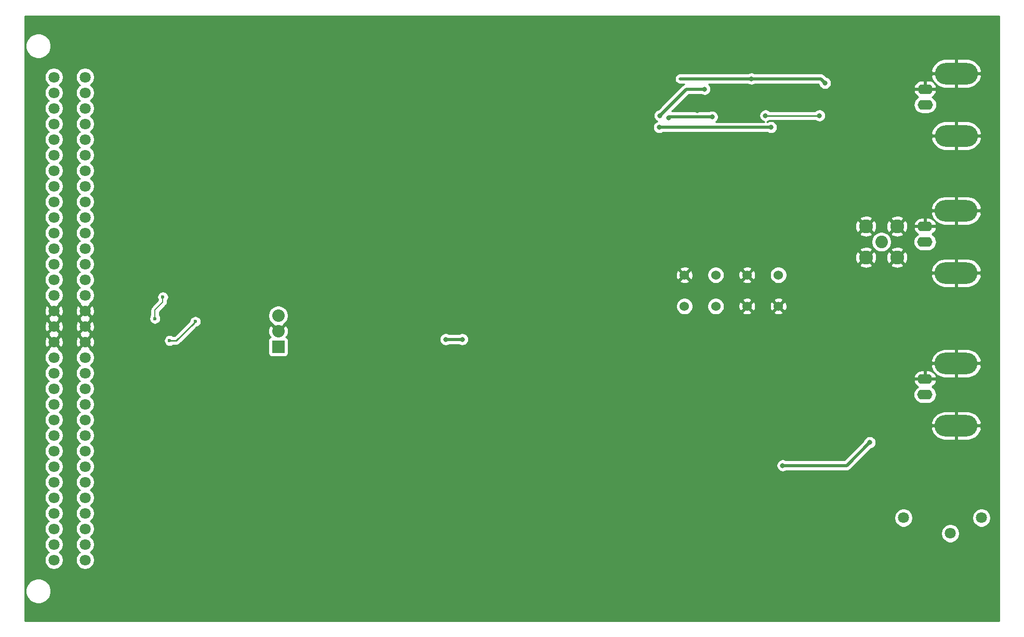
<source format=gbr>
G04 #@! TF.GenerationSoftware,KiCad,Pcbnew,(5.1.9)-1*
G04 #@! TF.CreationDate,2021-10-28T21:28:10+02:00*
G04 #@! TF.ProjectId,PDH-module,5044482d-6d6f-4647-956c-652e6b696361,1.0*
G04 #@! TF.SameCoordinates,Original*
G04 #@! TF.FileFunction,Copper,L2,Bot*
G04 #@! TF.FilePolarity,Positive*
%FSLAX46Y46*%
G04 Gerber Fmt 4.6, Leading zero omitted, Abs format (unit mm)*
G04 Created by KiCad (PCBNEW (5.1.9)-1) date 2021-10-28 21:28:10*
%MOMM*%
%LPD*%
G01*
G04 APERTURE LIST*
G04 #@! TA.AperFunction,ComponentPad*
%ADD10C,1.524000*%
G04 #@! TD*
G04 #@! TA.AperFunction,ComponentPad*
%ADD11C,1.800000*%
G04 #@! TD*
G04 #@! TA.AperFunction,ComponentPad*
%ADD12O,2.500000X1.600000*%
G04 #@! TD*
G04 #@! TA.AperFunction,ComponentPad*
%ADD13O,7.000000X3.500000*%
G04 #@! TD*
G04 #@! TA.AperFunction,ComponentPad*
%ADD14C,2.050000*%
G04 #@! TD*
G04 #@! TA.AperFunction,ComponentPad*
%ADD15C,2.250000*%
G04 #@! TD*
G04 #@! TA.AperFunction,ComponentPad*
%ADD16R,2.032000X2.032000*%
G04 #@! TD*
G04 #@! TA.AperFunction,ComponentPad*
%ADD17C,2.032000*%
G04 #@! TD*
G04 #@! TA.AperFunction,ViaPad*
%ADD18C,0.800000*%
G04 #@! TD*
G04 #@! TA.AperFunction,ViaPad*
%ADD19C,0.600000*%
G04 #@! TD*
G04 #@! TA.AperFunction,Conductor*
%ADD20C,0.500000*%
G04 #@! TD*
G04 #@! TA.AperFunction,Conductor*
%ADD21C,0.250000*%
G04 #@! TD*
G04 #@! TA.AperFunction,Conductor*
%ADD22C,0.200000*%
G04 #@! TD*
G04 #@! TA.AperFunction,Conductor*
%ADD23C,0.254000*%
G04 #@! TD*
G04 #@! TA.AperFunction,Conductor*
%ADD24C,0.100000*%
G04 #@! TD*
G04 APERTURE END LIST*
D10*
X193400000Y-82900000D03*
X193400000Y-88000000D03*
X188300000Y-82900000D03*
X188300000Y-88000000D03*
X183200000Y-82900000D03*
X183200000Y-88000000D03*
X178100000Y-82900000D03*
X178100000Y-88000000D03*
D11*
X80420000Y-50630000D03*
X80420000Y-53170000D03*
X80420000Y-55710000D03*
X80420000Y-58250000D03*
X80420000Y-60790000D03*
X80420000Y-63330000D03*
X80420000Y-65870000D03*
X80420000Y-68410000D03*
X80420000Y-70950000D03*
X80420000Y-73490000D03*
X80420000Y-76030000D03*
X80420000Y-78570000D03*
X80420000Y-81110000D03*
X80420000Y-83650000D03*
X80420000Y-86190000D03*
X80420000Y-88730000D03*
X80420000Y-91270000D03*
X80420000Y-93810000D03*
X80420000Y-96350000D03*
X80420000Y-98890000D03*
X80420000Y-101430000D03*
X80420000Y-103970000D03*
X80420000Y-106510000D03*
X80420000Y-109050000D03*
X80420000Y-111590000D03*
X80420000Y-114130000D03*
X80420000Y-116670000D03*
X80420000Y-119210000D03*
X80420000Y-124290000D03*
X80420000Y-121750000D03*
X80420000Y-126830000D03*
X80420000Y-129370000D03*
X75340000Y-50630000D03*
X75340000Y-53170000D03*
X75340000Y-55710000D03*
X75340000Y-58250000D03*
X75340000Y-60790000D03*
X75340000Y-63330000D03*
X75340000Y-65870000D03*
X75340000Y-68410000D03*
X75340000Y-70950000D03*
X75340000Y-73490000D03*
X75340000Y-76030000D03*
X75340000Y-78570000D03*
X75340000Y-81110000D03*
X75340000Y-83650000D03*
X75340000Y-86190000D03*
X75340000Y-88730000D03*
X75340000Y-91270000D03*
X75340000Y-93810000D03*
X75340000Y-96350000D03*
X75340000Y-98890000D03*
X75340000Y-101430000D03*
X75340000Y-103970000D03*
X75340000Y-106510000D03*
X75340000Y-109050000D03*
X75340000Y-111590000D03*
X75340000Y-114130000D03*
X75340000Y-116670000D03*
X75340000Y-119210000D03*
X75340000Y-124290000D03*
X75340000Y-121750000D03*
X75340000Y-126830000D03*
X75340000Y-129370000D03*
D12*
X217300000Y-74960000D03*
X217300000Y-77500000D03*
D13*
X222380000Y-82580000D03*
X222380000Y-72420000D03*
D12*
X217300000Y-99860000D03*
X217300000Y-102400000D03*
D13*
X222380000Y-107480000D03*
X222380000Y-97320000D03*
X222400000Y-50040000D03*
X222400000Y-60200000D03*
D12*
X217320000Y-55120000D03*
X217320000Y-52580000D03*
D14*
X210200000Y-77500000D03*
D15*
X212740000Y-80040000D03*
X212740000Y-74960000D03*
X207660000Y-74960000D03*
X207660000Y-80040000D03*
D16*
X111900000Y-94600000D03*
D17*
X111900000Y-92060000D03*
X111900000Y-89520000D03*
D11*
X213800000Y-122500000D03*
X221420000Y-125040000D03*
X226500000Y-122500000D03*
D18*
X101200000Y-89800000D03*
X95000000Y-90800000D03*
D19*
X89600000Y-90200000D03*
D18*
X196900000Y-61800000D03*
X202900000Y-48000000D03*
X178800000Y-62000000D03*
X184200000Y-47400000D03*
X182400000Y-55700000D03*
X180200000Y-56100000D03*
X216800000Y-120000000D03*
X183200000Y-75300000D03*
X201000000Y-81200000D03*
X210700000Y-108800000D03*
X200900000Y-117900000D03*
X208100000Y-96100000D03*
X205200000Y-99100000D03*
X182600000Y-57100000D03*
X192200000Y-58800000D03*
X208300000Y-110200000D03*
X174000002Y-58800002D03*
X175500000Y-57250014D03*
X141900000Y-93400000D03*
X139200000Y-93400000D03*
X194100000Y-113975000D03*
X189000000Y-50900000D03*
X201000000Y-51600000D03*
X181377500Y-52577500D03*
X174100004Y-56900000D03*
D19*
X94200000Y-93600000D03*
X98400000Y-90499996D03*
X93100000Y-86500000D03*
X91800000Y-90000000D03*
D18*
X191300000Y-56900000D03*
X200100000Y-56900000D03*
D20*
X192200000Y-58800000D02*
X174000005Y-58799999D01*
X174000005Y-58799999D02*
X174000002Y-58800002D01*
X182600000Y-57100000D02*
X175650014Y-57100000D01*
X175650014Y-57100000D02*
X175500000Y-57250014D01*
X139200000Y-93400000D02*
X141900000Y-93400000D01*
X208300000Y-110200000D02*
X204525000Y-113975000D01*
X204525000Y-113975000D02*
X194100000Y-113975000D01*
X177400000Y-50900000D02*
X200300000Y-50900000D01*
X200300000Y-50900000D02*
X201000000Y-51600000D01*
X174200000Y-56999996D02*
X174100004Y-56900000D01*
X181377500Y-52577500D02*
X178422504Y-52577500D01*
X178422504Y-52577500D02*
X174100004Y-56900000D01*
D21*
X95299996Y-93600000D02*
X98100001Y-90799995D01*
X98100001Y-90799995D02*
X98400000Y-90499996D01*
X94200000Y-93600000D02*
X95299996Y-93600000D01*
D22*
X91800000Y-88600000D02*
X91800000Y-90000000D01*
X93100000Y-86500000D02*
X93100000Y-87300000D01*
X93100000Y-87300000D02*
X91800000Y-88600000D01*
D21*
X191300000Y-56900000D02*
X200100000Y-56900000D01*
D23*
X229340000Y-139340000D02*
X70660000Y-139340000D01*
X70660000Y-134244645D01*
X70715000Y-134244645D01*
X70715000Y-134655355D01*
X70795126Y-135058172D01*
X70952297Y-135437618D01*
X71180475Y-135779110D01*
X71470890Y-136069525D01*
X71812382Y-136297703D01*
X72191828Y-136454874D01*
X72594645Y-136535000D01*
X73005355Y-136535000D01*
X73408172Y-136454874D01*
X73787618Y-136297703D01*
X74129110Y-136069525D01*
X74419525Y-135779110D01*
X74647703Y-135437618D01*
X74804874Y-135058172D01*
X74885000Y-134655355D01*
X74885000Y-134244645D01*
X74804874Y-133841828D01*
X74647703Y-133462382D01*
X74419525Y-133120890D01*
X74129110Y-132830475D01*
X73787618Y-132602297D01*
X73408172Y-132445126D01*
X73005355Y-132365000D01*
X72594645Y-132365000D01*
X72191828Y-132445126D01*
X71812382Y-132602297D01*
X71470890Y-132830475D01*
X71180475Y-133120890D01*
X70952297Y-133462382D01*
X70795126Y-133841828D01*
X70715000Y-134244645D01*
X70660000Y-134244645D01*
X70660000Y-96198816D01*
X73805000Y-96198816D01*
X73805000Y-96501184D01*
X73863989Y-96797743D01*
X73979701Y-97077095D01*
X74147688Y-97328505D01*
X74361495Y-97542312D01*
X74477763Y-97620000D01*
X74361495Y-97697688D01*
X74147688Y-97911495D01*
X73979701Y-98162905D01*
X73863989Y-98442257D01*
X73805000Y-98738816D01*
X73805000Y-99041184D01*
X73863989Y-99337743D01*
X73979701Y-99617095D01*
X74147688Y-99868505D01*
X74361495Y-100082312D01*
X74477763Y-100160000D01*
X74361495Y-100237688D01*
X74147688Y-100451495D01*
X73979701Y-100702905D01*
X73863989Y-100982257D01*
X73805000Y-101278816D01*
X73805000Y-101581184D01*
X73863989Y-101877743D01*
X73979701Y-102157095D01*
X74147688Y-102408505D01*
X74361495Y-102622312D01*
X74477763Y-102700000D01*
X74361495Y-102777688D01*
X74147688Y-102991495D01*
X73979701Y-103242905D01*
X73863989Y-103522257D01*
X73805000Y-103818816D01*
X73805000Y-104121184D01*
X73863989Y-104417743D01*
X73979701Y-104697095D01*
X74147688Y-104948505D01*
X74361495Y-105162312D01*
X74477763Y-105240000D01*
X74361495Y-105317688D01*
X74147688Y-105531495D01*
X73979701Y-105782905D01*
X73863989Y-106062257D01*
X73805000Y-106358816D01*
X73805000Y-106661184D01*
X73863989Y-106957743D01*
X73979701Y-107237095D01*
X74147688Y-107488505D01*
X74361495Y-107702312D01*
X74477763Y-107780000D01*
X74361495Y-107857688D01*
X74147688Y-108071495D01*
X73979701Y-108322905D01*
X73863989Y-108602257D01*
X73805000Y-108898816D01*
X73805000Y-109201184D01*
X73863989Y-109497743D01*
X73979701Y-109777095D01*
X74147688Y-110028505D01*
X74361495Y-110242312D01*
X74477763Y-110320000D01*
X74361495Y-110397688D01*
X74147688Y-110611495D01*
X73979701Y-110862905D01*
X73863989Y-111142257D01*
X73805000Y-111438816D01*
X73805000Y-111741184D01*
X73863989Y-112037743D01*
X73979701Y-112317095D01*
X74147688Y-112568505D01*
X74361495Y-112782312D01*
X74477763Y-112860000D01*
X74361495Y-112937688D01*
X74147688Y-113151495D01*
X73979701Y-113402905D01*
X73863989Y-113682257D01*
X73805000Y-113978816D01*
X73805000Y-114281184D01*
X73863989Y-114577743D01*
X73979701Y-114857095D01*
X74147688Y-115108505D01*
X74361495Y-115322312D01*
X74477763Y-115400000D01*
X74361495Y-115477688D01*
X74147688Y-115691495D01*
X73979701Y-115942905D01*
X73863989Y-116222257D01*
X73805000Y-116518816D01*
X73805000Y-116821184D01*
X73863989Y-117117743D01*
X73979701Y-117397095D01*
X74147688Y-117648505D01*
X74361495Y-117862312D01*
X74477763Y-117940000D01*
X74361495Y-118017688D01*
X74147688Y-118231495D01*
X73979701Y-118482905D01*
X73863989Y-118762257D01*
X73805000Y-119058816D01*
X73805000Y-119361184D01*
X73863989Y-119657743D01*
X73979701Y-119937095D01*
X74147688Y-120188505D01*
X74361495Y-120402312D01*
X74477763Y-120480000D01*
X74361495Y-120557688D01*
X74147688Y-120771495D01*
X73979701Y-121022905D01*
X73863989Y-121302257D01*
X73805000Y-121598816D01*
X73805000Y-121901184D01*
X73863989Y-122197743D01*
X73979701Y-122477095D01*
X74147688Y-122728505D01*
X74361495Y-122942312D01*
X74477763Y-123020000D01*
X74361495Y-123097688D01*
X74147688Y-123311495D01*
X73979701Y-123562905D01*
X73863989Y-123842257D01*
X73805000Y-124138816D01*
X73805000Y-124441184D01*
X73863989Y-124737743D01*
X73979701Y-125017095D01*
X74147688Y-125268505D01*
X74361495Y-125482312D01*
X74477763Y-125560000D01*
X74361495Y-125637688D01*
X74147688Y-125851495D01*
X73979701Y-126102905D01*
X73863989Y-126382257D01*
X73805000Y-126678816D01*
X73805000Y-126981184D01*
X73863989Y-127277743D01*
X73979701Y-127557095D01*
X74147688Y-127808505D01*
X74361495Y-128022312D01*
X74477763Y-128100000D01*
X74361495Y-128177688D01*
X74147688Y-128391495D01*
X73979701Y-128642905D01*
X73863989Y-128922257D01*
X73805000Y-129218816D01*
X73805000Y-129521184D01*
X73863989Y-129817743D01*
X73979701Y-130097095D01*
X74147688Y-130348505D01*
X74361495Y-130562312D01*
X74612905Y-130730299D01*
X74892257Y-130846011D01*
X75188816Y-130905000D01*
X75491184Y-130905000D01*
X75787743Y-130846011D01*
X76067095Y-130730299D01*
X76318505Y-130562312D01*
X76532312Y-130348505D01*
X76700299Y-130097095D01*
X76816011Y-129817743D01*
X76875000Y-129521184D01*
X76875000Y-129218816D01*
X76816011Y-128922257D01*
X76700299Y-128642905D01*
X76532312Y-128391495D01*
X76318505Y-128177688D01*
X76202237Y-128100000D01*
X76318505Y-128022312D01*
X76532312Y-127808505D01*
X76700299Y-127557095D01*
X76816011Y-127277743D01*
X76875000Y-126981184D01*
X76875000Y-126678816D01*
X76816011Y-126382257D01*
X76700299Y-126102905D01*
X76532312Y-125851495D01*
X76318505Y-125637688D01*
X76202237Y-125560000D01*
X76318505Y-125482312D01*
X76532312Y-125268505D01*
X76700299Y-125017095D01*
X76816011Y-124737743D01*
X76875000Y-124441184D01*
X76875000Y-124138816D01*
X76816011Y-123842257D01*
X76700299Y-123562905D01*
X76532312Y-123311495D01*
X76318505Y-123097688D01*
X76202237Y-123020000D01*
X76318505Y-122942312D01*
X76532312Y-122728505D01*
X76700299Y-122477095D01*
X76816011Y-122197743D01*
X76875000Y-121901184D01*
X76875000Y-121598816D01*
X76816011Y-121302257D01*
X76700299Y-121022905D01*
X76532312Y-120771495D01*
X76318505Y-120557688D01*
X76202237Y-120480000D01*
X76318505Y-120402312D01*
X76532312Y-120188505D01*
X76700299Y-119937095D01*
X76816011Y-119657743D01*
X76875000Y-119361184D01*
X76875000Y-119058816D01*
X76816011Y-118762257D01*
X76700299Y-118482905D01*
X76532312Y-118231495D01*
X76318505Y-118017688D01*
X76202237Y-117940000D01*
X76318505Y-117862312D01*
X76532312Y-117648505D01*
X76700299Y-117397095D01*
X76816011Y-117117743D01*
X76875000Y-116821184D01*
X76875000Y-116518816D01*
X76816011Y-116222257D01*
X76700299Y-115942905D01*
X76532312Y-115691495D01*
X76318505Y-115477688D01*
X76202237Y-115400000D01*
X76318505Y-115322312D01*
X76532312Y-115108505D01*
X76700299Y-114857095D01*
X76816011Y-114577743D01*
X76875000Y-114281184D01*
X76875000Y-113978816D01*
X76816011Y-113682257D01*
X76700299Y-113402905D01*
X76532312Y-113151495D01*
X76318505Y-112937688D01*
X76202237Y-112860000D01*
X76318505Y-112782312D01*
X76532312Y-112568505D01*
X76700299Y-112317095D01*
X76816011Y-112037743D01*
X76875000Y-111741184D01*
X76875000Y-111438816D01*
X76816011Y-111142257D01*
X76700299Y-110862905D01*
X76532312Y-110611495D01*
X76318505Y-110397688D01*
X76202237Y-110320000D01*
X76318505Y-110242312D01*
X76532312Y-110028505D01*
X76700299Y-109777095D01*
X76816011Y-109497743D01*
X76875000Y-109201184D01*
X76875000Y-108898816D01*
X76816011Y-108602257D01*
X76700299Y-108322905D01*
X76532312Y-108071495D01*
X76318505Y-107857688D01*
X76202237Y-107780000D01*
X76318505Y-107702312D01*
X76532312Y-107488505D01*
X76700299Y-107237095D01*
X76816011Y-106957743D01*
X76875000Y-106661184D01*
X76875000Y-106358816D01*
X76816011Y-106062257D01*
X76700299Y-105782905D01*
X76532312Y-105531495D01*
X76318505Y-105317688D01*
X76202237Y-105240000D01*
X76318505Y-105162312D01*
X76532312Y-104948505D01*
X76700299Y-104697095D01*
X76816011Y-104417743D01*
X76875000Y-104121184D01*
X76875000Y-103818816D01*
X76816011Y-103522257D01*
X76700299Y-103242905D01*
X76532312Y-102991495D01*
X76318505Y-102777688D01*
X76202237Y-102700000D01*
X76318505Y-102622312D01*
X76532312Y-102408505D01*
X76700299Y-102157095D01*
X76816011Y-101877743D01*
X76875000Y-101581184D01*
X76875000Y-101278816D01*
X76816011Y-100982257D01*
X76700299Y-100702905D01*
X76532312Y-100451495D01*
X76318505Y-100237688D01*
X76202237Y-100160000D01*
X76318505Y-100082312D01*
X76532312Y-99868505D01*
X76700299Y-99617095D01*
X76816011Y-99337743D01*
X76875000Y-99041184D01*
X76875000Y-98738816D01*
X76816011Y-98442257D01*
X76700299Y-98162905D01*
X76532312Y-97911495D01*
X76318505Y-97697688D01*
X76202237Y-97620000D01*
X76318505Y-97542312D01*
X76532312Y-97328505D01*
X76700299Y-97077095D01*
X76816011Y-96797743D01*
X76875000Y-96501184D01*
X76875000Y-96198816D01*
X78885000Y-96198816D01*
X78885000Y-96501184D01*
X78943989Y-96797743D01*
X79059701Y-97077095D01*
X79227688Y-97328505D01*
X79441495Y-97542312D01*
X79557763Y-97620000D01*
X79441495Y-97697688D01*
X79227688Y-97911495D01*
X79059701Y-98162905D01*
X78943989Y-98442257D01*
X78885000Y-98738816D01*
X78885000Y-99041184D01*
X78943989Y-99337743D01*
X79059701Y-99617095D01*
X79227688Y-99868505D01*
X79441495Y-100082312D01*
X79557763Y-100160000D01*
X79441495Y-100237688D01*
X79227688Y-100451495D01*
X79059701Y-100702905D01*
X78943989Y-100982257D01*
X78885000Y-101278816D01*
X78885000Y-101581184D01*
X78943989Y-101877743D01*
X79059701Y-102157095D01*
X79227688Y-102408505D01*
X79441495Y-102622312D01*
X79557763Y-102700000D01*
X79441495Y-102777688D01*
X79227688Y-102991495D01*
X79059701Y-103242905D01*
X78943989Y-103522257D01*
X78885000Y-103818816D01*
X78885000Y-104121184D01*
X78943989Y-104417743D01*
X79059701Y-104697095D01*
X79227688Y-104948505D01*
X79441495Y-105162312D01*
X79557763Y-105240000D01*
X79441495Y-105317688D01*
X79227688Y-105531495D01*
X79059701Y-105782905D01*
X78943989Y-106062257D01*
X78885000Y-106358816D01*
X78885000Y-106661184D01*
X78943989Y-106957743D01*
X79059701Y-107237095D01*
X79227688Y-107488505D01*
X79441495Y-107702312D01*
X79557763Y-107780000D01*
X79441495Y-107857688D01*
X79227688Y-108071495D01*
X79059701Y-108322905D01*
X78943989Y-108602257D01*
X78885000Y-108898816D01*
X78885000Y-109201184D01*
X78943989Y-109497743D01*
X79059701Y-109777095D01*
X79227688Y-110028505D01*
X79441495Y-110242312D01*
X79557763Y-110320000D01*
X79441495Y-110397688D01*
X79227688Y-110611495D01*
X79059701Y-110862905D01*
X78943989Y-111142257D01*
X78885000Y-111438816D01*
X78885000Y-111741184D01*
X78943989Y-112037743D01*
X79059701Y-112317095D01*
X79227688Y-112568505D01*
X79441495Y-112782312D01*
X79557763Y-112860000D01*
X79441495Y-112937688D01*
X79227688Y-113151495D01*
X79059701Y-113402905D01*
X78943989Y-113682257D01*
X78885000Y-113978816D01*
X78885000Y-114281184D01*
X78943989Y-114577743D01*
X79059701Y-114857095D01*
X79227688Y-115108505D01*
X79441495Y-115322312D01*
X79557763Y-115400000D01*
X79441495Y-115477688D01*
X79227688Y-115691495D01*
X79059701Y-115942905D01*
X78943989Y-116222257D01*
X78885000Y-116518816D01*
X78885000Y-116821184D01*
X78943989Y-117117743D01*
X79059701Y-117397095D01*
X79227688Y-117648505D01*
X79441495Y-117862312D01*
X79557763Y-117940000D01*
X79441495Y-118017688D01*
X79227688Y-118231495D01*
X79059701Y-118482905D01*
X78943989Y-118762257D01*
X78885000Y-119058816D01*
X78885000Y-119361184D01*
X78943989Y-119657743D01*
X79059701Y-119937095D01*
X79227688Y-120188505D01*
X79441495Y-120402312D01*
X79557763Y-120480000D01*
X79441495Y-120557688D01*
X79227688Y-120771495D01*
X79059701Y-121022905D01*
X78943989Y-121302257D01*
X78885000Y-121598816D01*
X78885000Y-121901184D01*
X78943989Y-122197743D01*
X79059701Y-122477095D01*
X79227688Y-122728505D01*
X79441495Y-122942312D01*
X79557763Y-123020000D01*
X79441495Y-123097688D01*
X79227688Y-123311495D01*
X79059701Y-123562905D01*
X78943989Y-123842257D01*
X78885000Y-124138816D01*
X78885000Y-124441184D01*
X78943989Y-124737743D01*
X79059701Y-125017095D01*
X79227688Y-125268505D01*
X79441495Y-125482312D01*
X79557763Y-125560000D01*
X79441495Y-125637688D01*
X79227688Y-125851495D01*
X79059701Y-126102905D01*
X78943989Y-126382257D01*
X78885000Y-126678816D01*
X78885000Y-126981184D01*
X78943989Y-127277743D01*
X79059701Y-127557095D01*
X79227688Y-127808505D01*
X79441495Y-128022312D01*
X79557763Y-128100000D01*
X79441495Y-128177688D01*
X79227688Y-128391495D01*
X79059701Y-128642905D01*
X78943989Y-128922257D01*
X78885000Y-129218816D01*
X78885000Y-129521184D01*
X78943989Y-129817743D01*
X79059701Y-130097095D01*
X79227688Y-130348505D01*
X79441495Y-130562312D01*
X79692905Y-130730299D01*
X79972257Y-130846011D01*
X80268816Y-130905000D01*
X80571184Y-130905000D01*
X80867743Y-130846011D01*
X81147095Y-130730299D01*
X81398505Y-130562312D01*
X81612312Y-130348505D01*
X81780299Y-130097095D01*
X81896011Y-129817743D01*
X81955000Y-129521184D01*
X81955000Y-129218816D01*
X81896011Y-128922257D01*
X81780299Y-128642905D01*
X81612312Y-128391495D01*
X81398505Y-128177688D01*
X81282237Y-128100000D01*
X81398505Y-128022312D01*
X81612312Y-127808505D01*
X81780299Y-127557095D01*
X81896011Y-127277743D01*
X81955000Y-126981184D01*
X81955000Y-126678816D01*
X81896011Y-126382257D01*
X81780299Y-126102905D01*
X81612312Y-125851495D01*
X81398505Y-125637688D01*
X81282237Y-125560000D01*
X81398505Y-125482312D01*
X81612312Y-125268505D01*
X81780299Y-125017095D01*
X81833434Y-124888816D01*
X219885000Y-124888816D01*
X219885000Y-125191184D01*
X219943989Y-125487743D01*
X220059701Y-125767095D01*
X220227688Y-126018505D01*
X220441495Y-126232312D01*
X220692905Y-126400299D01*
X220972257Y-126516011D01*
X221268816Y-126575000D01*
X221571184Y-126575000D01*
X221867743Y-126516011D01*
X222147095Y-126400299D01*
X222398505Y-126232312D01*
X222612312Y-126018505D01*
X222780299Y-125767095D01*
X222896011Y-125487743D01*
X222955000Y-125191184D01*
X222955000Y-124888816D01*
X222896011Y-124592257D01*
X222780299Y-124312905D01*
X222612312Y-124061495D01*
X222398505Y-123847688D01*
X222147095Y-123679701D01*
X221867743Y-123563989D01*
X221571184Y-123505000D01*
X221268816Y-123505000D01*
X220972257Y-123563989D01*
X220692905Y-123679701D01*
X220441495Y-123847688D01*
X220227688Y-124061495D01*
X220059701Y-124312905D01*
X219943989Y-124592257D01*
X219885000Y-124888816D01*
X81833434Y-124888816D01*
X81896011Y-124737743D01*
X81955000Y-124441184D01*
X81955000Y-124138816D01*
X81896011Y-123842257D01*
X81780299Y-123562905D01*
X81612312Y-123311495D01*
X81398505Y-123097688D01*
X81282237Y-123020000D01*
X81398505Y-122942312D01*
X81612312Y-122728505D01*
X81780299Y-122477095D01*
X81833434Y-122348816D01*
X212265000Y-122348816D01*
X212265000Y-122651184D01*
X212323989Y-122947743D01*
X212439701Y-123227095D01*
X212607688Y-123478505D01*
X212821495Y-123692312D01*
X213072905Y-123860299D01*
X213352257Y-123976011D01*
X213648816Y-124035000D01*
X213951184Y-124035000D01*
X214247743Y-123976011D01*
X214527095Y-123860299D01*
X214778505Y-123692312D01*
X214992312Y-123478505D01*
X215160299Y-123227095D01*
X215276011Y-122947743D01*
X215335000Y-122651184D01*
X215335000Y-122348816D01*
X224965000Y-122348816D01*
X224965000Y-122651184D01*
X225023989Y-122947743D01*
X225139701Y-123227095D01*
X225307688Y-123478505D01*
X225521495Y-123692312D01*
X225772905Y-123860299D01*
X226052257Y-123976011D01*
X226348816Y-124035000D01*
X226651184Y-124035000D01*
X226947743Y-123976011D01*
X227227095Y-123860299D01*
X227478505Y-123692312D01*
X227692312Y-123478505D01*
X227860299Y-123227095D01*
X227976011Y-122947743D01*
X228035000Y-122651184D01*
X228035000Y-122348816D01*
X227976011Y-122052257D01*
X227860299Y-121772905D01*
X227692312Y-121521495D01*
X227478505Y-121307688D01*
X227227095Y-121139701D01*
X226947743Y-121023989D01*
X226651184Y-120965000D01*
X226348816Y-120965000D01*
X226052257Y-121023989D01*
X225772905Y-121139701D01*
X225521495Y-121307688D01*
X225307688Y-121521495D01*
X225139701Y-121772905D01*
X225023989Y-122052257D01*
X224965000Y-122348816D01*
X215335000Y-122348816D01*
X215276011Y-122052257D01*
X215160299Y-121772905D01*
X214992312Y-121521495D01*
X214778505Y-121307688D01*
X214527095Y-121139701D01*
X214247743Y-121023989D01*
X213951184Y-120965000D01*
X213648816Y-120965000D01*
X213352257Y-121023989D01*
X213072905Y-121139701D01*
X212821495Y-121307688D01*
X212607688Y-121521495D01*
X212439701Y-121772905D01*
X212323989Y-122052257D01*
X212265000Y-122348816D01*
X81833434Y-122348816D01*
X81896011Y-122197743D01*
X81955000Y-121901184D01*
X81955000Y-121598816D01*
X81896011Y-121302257D01*
X81780299Y-121022905D01*
X81612312Y-120771495D01*
X81398505Y-120557688D01*
X81282237Y-120480000D01*
X81398505Y-120402312D01*
X81612312Y-120188505D01*
X81780299Y-119937095D01*
X81896011Y-119657743D01*
X81955000Y-119361184D01*
X81955000Y-119058816D01*
X81896011Y-118762257D01*
X81780299Y-118482905D01*
X81612312Y-118231495D01*
X81398505Y-118017688D01*
X81282237Y-117940000D01*
X81398505Y-117862312D01*
X81612312Y-117648505D01*
X81780299Y-117397095D01*
X81896011Y-117117743D01*
X81955000Y-116821184D01*
X81955000Y-116518816D01*
X81896011Y-116222257D01*
X81780299Y-115942905D01*
X81612312Y-115691495D01*
X81398505Y-115477688D01*
X81282237Y-115400000D01*
X81398505Y-115322312D01*
X81612312Y-115108505D01*
X81780299Y-114857095D01*
X81896011Y-114577743D01*
X81955000Y-114281184D01*
X81955000Y-113978816D01*
X81933965Y-113873061D01*
X193065000Y-113873061D01*
X193065000Y-114076939D01*
X193104774Y-114276898D01*
X193182795Y-114465256D01*
X193296063Y-114634774D01*
X193440226Y-114778937D01*
X193609744Y-114892205D01*
X193798102Y-114970226D01*
X193998061Y-115010000D01*
X194201939Y-115010000D01*
X194401898Y-114970226D01*
X194590256Y-114892205D01*
X194638454Y-114860000D01*
X204481531Y-114860000D01*
X204525000Y-114864281D01*
X204568469Y-114860000D01*
X204568477Y-114860000D01*
X204698490Y-114847195D01*
X204865313Y-114796589D01*
X205019059Y-114714411D01*
X205153817Y-114603817D01*
X205181534Y-114570044D01*
X208545044Y-111206535D01*
X208601898Y-111195226D01*
X208790256Y-111117205D01*
X208959774Y-111003937D01*
X209103937Y-110859774D01*
X209217205Y-110690256D01*
X209295226Y-110501898D01*
X209335000Y-110301939D01*
X209335000Y-110098061D01*
X209295226Y-109898102D01*
X209217205Y-109709744D01*
X209103937Y-109540226D01*
X208959774Y-109396063D01*
X208790256Y-109282795D01*
X208601898Y-109204774D01*
X208401939Y-109165000D01*
X208198061Y-109165000D01*
X207998102Y-109204774D01*
X207809744Y-109282795D01*
X207640226Y-109396063D01*
X207496063Y-109540226D01*
X207382795Y-109709744D01*
X207304774Y-109898102D01*
X207293465Y-109954956D01*
X204158422Y-113090000D01*
X194638454Y-113090000D01*
X194590256Y-113057795D01*
X194401898Y-112979774D01*
X194201939Y-112940000D01*
X193998061Y-112940000D01*
X193798102Y-112979774D01*
X193609744Y-113057795D01*
X193440226Y-113171063D01*
X193296063Y-113315226D01*
X193182795Y-113484744D01*
X193104774Y-113673102D01*
X193065000Y-113873061D01*
X81933965Y-113873061D01*
X81896011Y-113682257D01*
X81780299Y-113402905D01*
X81612312Y-113151495D01*
X81398505Y-112937688D01*
X81282237Y-112860000D01*
X81398505Y-112782312D01*
X81612312Y-112568505D01*
X81780299Y-112317095D01*
X81896011Y-112037743D01*
X81955000Y-111741184D01*
X81955000Y-111438816D01*
X81896011Y-111142257D01*
X81780299Y-110862905D01*
X81612312Y-110611495D01*
X81398505Y-110397688D01*
X81282237Y-110320000D01*
X81398505Y-110242312D01*
X81612312Y-110028505D01*
X81780299Y-109777095D01*
X81896011Y-109497743D01*
X81955000Y-109201184D01*
X81955000Y-108898816D01*
X81896011Y-108602257D01*
X81780299Y-108322905D01*
X81612312Y-108071495D01*
X81518820Y-107978003D01*
X218297573Y-107978003D01*
X218377947Y-108275368D01*
X218576388Y-108699439D01*
X218853748Y-109076648D01*
X219199369Y-109392498D01*
X219599968Y-109634852D01*
X220040150Y-109794396D01*
X220503000Y-109865000D01*
X222253000Y-109865000D01*
X222253000Y-107607000D01*
X222507000Y-107607000D01*
X222507000Y-109865000D01*
X224257000Y-109865000D01*
X224719850Y-109794396D01*
X225160032Y-109634852D01*
X225560631Y-109392498D01*
X225906252Y-109076648D01*
X226183612Y-108699439D01*
X226382053Y-108275368D01*
X226462427Y-107978003D01*
X226352625Y-107607000D01*
X222507000Y-107607000D01*
X222253000Y-107607000D01*
X218407375Y-107607000D01*
X218297573Y-107978003D01*
X81518820Y-107978003D01*
X81398505Y-107857688D01*
X81282237Y-107780000D01*
X81398505Y-107702312D01*
X81612312Y-107488505D01*
X81780299Y-107237095D01*
X81885964Y-106981997D01*
X218297573Y-106981997D01*
X218407375Y-107353000D01*
X222253000Y-107353000D01*
X222253000Y-105095000D01*
X222507000Y-105095000D01*
X222507000Y-107353000D01*
X226352625Y-107353000D01*
X226462427Y-106981997D01*
X226382053Y-106684632D01*
X226183612Y-106260561D01*
X225906252Y-105883352D01*
X225560631Y-105567502D01*
X225160032Y-105325148D01*
X224719850Y-105165604D01*
X224257000Y-105095000D01*
X222507000Y-105095000D01*
X222253000Y-105095000D01*
X220503000Y-105095000D01*
X220040150Y-105165604D01*
X219599968Y-105325148D01*
X219199369Y-105567502D01*
X218853748Y-105883352D01*
X218576388Y-106260561D01*
X218377947Y-106684632D01*
X218297573Y-106981997D01*
X81885964Y-106981997D01*
X81896011Y-106957743D01*
X81955000Y-106661184D01*
X81955000Y-106358816D01*
X81896011Y-106062257D01*
X81780299Y-105782905D01*
X81612312Y-105531495D01*
X81398505Y-105317688D01*
X81282237Y-105240000D01*
X81398505Y-105162312D01*
X81612312Y-104948505D01*
X81780299Y-104697095D01*
X81896011Y-104417743D01*
X81955000Y-104121184D01*
X81955000Y-103818816D01*
X81896011Y-103522257D01*
X81780299Y-103242905D01*
X81612312Y-102991495D01*
X81398505Y-102777688D01*
X81282237Y-102700000D01*
X81398505Y-102622312D01*
X81612312Y-102408505D01*
X81617994Y-102400000D01*
X215408057Y-102400000D01*
X215435764Y-102681309D01*
X215517818Y-102951808D01*
X215651068Y-103201101D01*
X215830392Y-103419608D01*
X216048899Y-103598932D01*
X216298192Y-103732182D01*
X216568691Y-103814236D01*
X216779508Y-103835000D01*
X217820492Y-103835000D01*
X218031309Y-103814236D01*
X218301808Y-103732182D01*
X218551101Y-103598932D01*
X218769608Y-103419608D01*
X218948932Y-103201101D01*
X219082182Y-102951808D01*
X219164236Y-102681309D01*
X219191943Y-102400000D01*
X219164236Y-102118691D01*
X219082182Y-101848192D01*
X218948932Y-101598899D01*
X218769608Y-101380392D01*
X218551101Y-101201068D01*
X218423259Y-101132735D01*
X218652839Y-100982601D01*
X218854500Y-100784895D01*
X219013715Y-100551646D01*
X219124367Y-100291818D01*
X219141904Y-100209039D01*
X219019915Y-99987000D01*
X217427000Y-99987000D01*
X217427000Y-100007000D01*
X217173000Y-100007000D01*
X217173000Y-99987000D01*
X215580085Y-99987000D01*
X215458096Y-100209039D01*
X215475633Y-100291818D01*
X215586285Y-100551646D01*
X215745500Y-100784895D01*
X215947161Y-100982601D01*
X216176741Y-101132735D01*
X216048899Y-101201068D01*
X215830392Y-101380392D01*
X215651068Y-101598899D01*
X215517818Y-101848192D01*
X215435764Y-102118691D01*
X215408057Y-102400000D01*
X81617994Y-102400000D01*
X81780299Y-102157095D01*
X81896011Y-101877743D01*
X81955000Y-101581184D01*
X81955000Y-101278816D01*
X81896011Y-100982257D01*
X81780299Y-100702905D01*
X81612312Y-100451495D01*
X81398505Y-100237688D01*
X81282237Y-100160000D01*
X81398505Y-100082312D01*
X81612312Y-99868505D01*
X81780299Y-99617095D01*
X81824261Y-99510961D01*
X215458096Y-99510961D01*
X215580085Y-99733000D01*
X217173000Y-99733000D01*
X217173000Y-98425000D01*
X217427000Y-98425000D01*
X217427000Y-99733000D01*
X219019915Y-99733000D01*
X219141904Y-99510961D01*
X219124367Y-99428182D01*
X219013715Y-99168354D01*
X218854500Y-98935105D01*
X218652839Y-98737399D01*
X218416483Y-98582834D01*
X218154514Y-98477350D01*
X217877000Y-98425000D01*
X217427000Y-98425000D01*
X217173000Y-98425000D01*
X216723000Y-98425000D01*
X216445486Y-98477350D01*
X216183517Y-98582834D01*
X215947161Y-98737399D01*
X215745500Y-98935105D01*
X215586285Y-99168354D01*
X215475633Y-99428182D01*
X215458096Y-99510961D01*
X81824261Y-99510961D01*
X81896011Y-99337743D01*
X81955000Y-99041184D01*
X81955000Y-98738816D01*
X81896011Y-98442257D01*
X81780299Y-98162905D01*
X81612312Y-97911495D01*
X81518820Y-97818003D01*
X218297573Y-97818003D01*
X218377947Y-98115368D01*
X218576388Y-98539439D01*
X218853748Y-98916648D01*
X219199369Y-99232498D01*
X219599968Y-99474852D01*
X220040150Y-99634396D01*
X220503000Y-99705000D01*
X222253000Y-99705000D01*
X222253000Y-97447000D01*
X222507000Y-97447000D01*
X222507000Y-99705000D01*
X224257000Y-99705000D01*
X224719850Y-99634396D01*
X225160032Y-99474852D01*
X225560631Y-99232498D01*
X225906252Y-98916648D01*
X226183612Y-98539439D01*
X226382053Y-98115368D01*
X226462427Y-97818003D01*
X226352625Y-97447000D01*
X222507000Y-97447000D01*
X222253000Y-97447000D01*
X218407375Y-97447000D01*
X218297573Y-97818003D01*
X81518820Y-97818003D01*
X81398505Y-97697688D01*
X81282237Y-97620000D01*
X81398505Y-97542312D01*
X81612312Y-97328505D01*
X81780299Y-97077095D01*
X81885964Y-96821997D01*
X218297573Y-96821997D01*
X218407375Y-97193000D01*
X222253000Y-97193000D01*
X222253000Y-94935000D01*
X222507000Y-94935000D01*
X222507000Y-97193000D01*
X226352625Y-97193000D01*
X226462427Y-96821997D01*
X226382053Y-96524632D01*
X226183612Y-96100561D01*
X225906252Y-95723352D01*
X225560631Y-95407502D01*
X225160032Y-95165148D01*
X224719850Y-95005604D01*
X224257000Y-94935000D01*
X222507000Y-94935000D01*
X222253000Y-94935000D01*
X220503000Y-94935000D01*
X220040150Y-95005604D01*
X219599968Y-95165148D01*
X219199369Y-95407502D01*
X218853748Y-95723352D01*
X218576388Y-96100561D01*
X218377947Y-96524632D01*
X218297573Y-96821997D01*
X81885964Y-96821997D01*
X81896011Y-96797743D01*
X81955000Y-96501184D01*
X81955000Y-96198816D01*
X81896011Y-95902257D01*
X81780299Y-95622905D01*
X81612312Y-95371495D01*
X81398505Y-95157688D01*
X81244895Y-95055049D01*
X81304475Y-94874080D01*
X80420000Y-93989605D01*
X79535525Y-94874080D01*
X79595105Y-95055049D01*
X79441495Y-95157688D01*
X79227688Y-95371495D01*
X79059701Y-95622905D01*
X78943989Y-95902257D01*
X78885000Y-96198816D01*
X76875000Y-96198816D01*
X76816011Y-95902257D01*
X76700299Y-95622905D01*
X76532312Y-95371495D01*
X76318505Y-95157688D01*
X76164895Y-95055049D01*
X76224475Y-94874080D01*
X75340000Y-93989605D01*
X74455525Y-94874080D01*
X74515105Y-95055049D01*
X74361495Y-95157688D01*
X74147688Y-95371495D01*
X73979701Y-95622905D01*
X73863989Y-95902257D01*
X73805000Y-96198816D01*
X70660000Y-96198816D01*
X70660000Y-93876553D01*
X73799009Y-93876553D01*
X73841603Y-94175907D01*
X73941778Y-94461199D01*
X74021739Y-94610792D01*
X74275920Y-94694475D01*
X75160395Y-93810000D01*
X75519605Y-93810000D01*
X76404080Y-94694475D01*
X76658261Y-94610792D01*
X76789158Y-94338225D01*
X76864365Y-94045358D01*
X76873660Y-93876553D01*
X78879009Y-93876553D01*
X78921603Y-94175907D01*
X79021778Y-94461199D01*
X79101739Y-94610792D01*
X79355920Y-94694475D01*
X80240395Y-93810000D01*
X80599605Y-93810000D01*
X81484080Y-94694475D01*
X81738261Y-94610792D01*
X81869158Y-94338225D01*
X81944365Y-94045358D01*
X81960991Y-93743447D01*
X81927478Y-93507911D01*
X93265000Y-93507911D01*
X93265000Y-93692089D01*
X93300932Y-93872729D01*
X93371414Y-94042889D01*
X93473738Y-94196028D01*
X93603972Y-94326262D01*
X93757111Y-94428586D01*
X93927271Y-94499068D01*
X94107911Y-94535000D01*
X94292089Y-94535000D01*
X94472729Y-94499068D01*
X94642889Y-94428586D01*
X94745535Y-94360000D01*
X95262674Y-94360000D01*
X95299996Y-94363676D01*
X95337318Y-94360000D01*
X95337329Y-94360000D01*
X95448982Y-94349003D01*
X95592243Y-94305546D01*
X95724272Y-94234974D01*
X95839997Y-94140001D01*
X95863800Y-94110997D01*
X97852835Y-92121962D01*
X110242169Y-92121962D01*
X110286112Y-92444198D01*
X110392076Y-92751670D01*
X110487140Y-92929522D01*
X110653104Y-92990468D01*
X110639820Y-92994498D01*
X110529506Y-93053463D01*
X110432815Y-93132815D01*
X110353463Y-93229506D01*
X110294498Y-93339820D01*
X110258188Y-93459518D01*
X110245928Y-93584000D01*
X110245928Y-95616000D01*
X110258188Y-95740482D01*
X110294498Y-95860180D01*
X110353463Y-95970494D01*
X110432815Y-96067185D01*
X110529506Y-96146537D01*
X110639820Y-96205502D01*
X110759518Y-96241812D01*
X110884000Y-96254072D01*
X112916000Y-96254072D01*
X113040482Y-96241812D01*
X113160180Y-96205502D01*
X113270494Y-96146537D01*
X113367185Y-96067185D01*
X113446537Y-95970494D01*
X113505502Y-95860180D01*
X113541812Y-95740482D01*
X113554072Y-95616000D01*
X113554072Y-93584000D01*
X113541812Y-93459518D01*
X113505502Y-93339820D01*
X113483181Y-93298061D01*
X138165000Y-93298061D01*
X138165000Y-93501939D01*
X138204774Y-93701898D01*
X138282795Y-93890256D01*
X138396063Y-94059774D01*
X138540226Y-94203937D01*
X138709744Y-94317205D01*
X138898102Y-94395226D01*
X139098061Y-94435000D01*
X139301939Y-94435000D01*
X139501898Y-94395226D01*
X139690256Y-94317205D01*
X139738454Y-94285000D01*
X141361546Y-94285000D01*
X141409744Y-94317205D01*
X141598102Y-94395226D01*
X141798061Y-94435000D01*
X142001939Y-94435000D01*
X142201898Y-94395226D01*
X142390256Y-94317205D01*
X142559774Y-94203937D01*
X142703937Y-94059774D01*
X142817205Y-93890256D01*
X142895226Y-93701898D01*
X142935000Y-93501939D01*
X142935000Y-93298061D01*
X142895226Y-93098102D01*
X142817205Y-92909744D01*
X142703937Y-92740226D01*
X142559774Y-92596063D01*
X142390256Y-92482795D01*
X142201898Y-92404774D01*
X142001939Y-92365000D01*
X141798061Y-92365000D01*
X141598102Y-92404774D01*
X141409744Y-92482795D01*
X141361546Y-92515000D01*
X139738454Y-92515000D01*
X139690256Y-92482795D01*
X139501898Y-92404774D01*
X139301939Y-92365000D01*
X139098061Y-92365000D01*
X138898102Y-92404774D01*
X138709744Y-92482795D01*
X138540226Y-92596063D01*
X138396063Y-92740226D01*
X138282795Y-92909744D01*
X138204774Y-93098102D01*
X138165000Y-93298061D01*
X113483181Y-93298061D01*
X113446537Y-93229506D01*
X113367185Y-93132815D01*
X113270494Y-93053463D01*
X113160180Y-92994498D01*
X113146896Y-92990468D01*
X113312860Y-92929522D01*
X113455348Y-92637179D01*
X113538064Y-92322656D01*
X113557831Y-91998038D01*
X113513888Y-91675802D01*
X113407924Y-91368330D01*
X113312860Y-91190478D01*
X113046823Y-91092782D01*
X112079605Y-92060000D01*
X112093748Y-92074143D01*
X111914143Y-92253748D01*
X111900000Y-92239605D01*
X111885858Y-92253748D01*
X111706253Y-92074143D01*
X111720395Y-92060000D01*
X110753177Y-91092782D01*
X110487140Y-91190478D01*
X110344652Y-91482821D01*
X110261936Y-91797344D01*
X110242169Y-92121962D01*
X97852835Y-92121962D01*
X98551649Y-91423149D01*
X98672729Y-91399064D01*
X98842889Y-91328582D01*
X98996028Y-91226258D01*
X99126262Y-91096024D01*
X99228586Y-90942885D01*
X99299068Y-90772725D01*
X99335000Y-90592085D01*
X99335000Y-90407907D01*
X99299068Y-90227267D01*
X99228586Y-90057107D01*
X99126262Y-89903968D01*
X98996028Y-89773734D01*
X98842889Y-89671410D01*
X98672729Y-89600928D01*
X98492089Y-89564996D01*
X98307911Y-89564996D01*
X98127271Y-89600928D01*
X97957111Y-89671410D01*
X97803972Y-89773734D01*
X97673738Y-89903968D01*
X97571414Y-90057107D01*
X97500932Y-90227267D01*
X97476847Y-90348347D01*
X94985195Y-92840000D01*
X94745535Y-92840000D01*
X94642889Y-92771414D01*
X94472729Y-92700932D01*
X94292089Y-92665000D01*
X94107911Y-92665000D01*
X93927271Y-92700932D01*
X93757111Y-92771414D01*
X93603972Y-92873738D01*
X93473738Y-93003972D01*
X93371414Y-93157111D01*
X93300932Y-93327271D01*
X93265000Y-93507911D01*
X81927478Y-93507911D01*
X81918397Y-93444093D01*
X81818222Y-93158801D01*
X81738261Y-93009208D01*
X81484080Y-92925525D01*
X80599605Y-93810000D01*
X80240395Y-93810000D01*
X79355920Y-92925525D01*
X79101739Y-93009208D01*
X78970842Y-93281775D01*
X78895635Y-93574642D01*
X78879009Y-93876553D01*
X76873660Y-93876553D01*
X76880991Y-93743447D01*
X76838397Y-93444093D01*
X76738222Y-93158801D01*
X76658261Y-93009208D01*
X76404080Y-92925525D01*
X75519605Y-93810000D01*
X75160395Y-93810000D01*
X74275920Y-92925525D01*
X74021739Y-93009208D01*
X73890842Y-93281775D01*
X73815635Y-93574642D01*
X73799009Y-93876553D01*
X70660000Y-93876553D01*
X70660000Y-92334080D01*
X74455525Y-92334080D01*
X74523319Y-92540000D01*
X74455525Y-92745920D01*
X75340000Y-93630395D01*
X76224475Y-92745920D01*
X76156681Y-92540000D01*
X76224475Y-92334080D01*
X79535525Y-92334080D01*
X79603319Y-92540000D01*
X79535525Y-92745920D01*
X80420000Y-93630395D01*
X81304475Y-92745920D01*
X81236681Y-92540000D01*
X81304475Y-92334080D01*
X80420000Y-91449605D01*
X79535525Y-92334080D01*
X76224475Y-92334080D01*
X75340000Y-91449605D01*
X74455525Y-92334080D01*
X70660000Y-92334080D01*
X70660000Y-91336553D01*
X73799009Y-91336553D01*
X73841603Y-91635907D01*
X73941778Y-91921199D01*
X74021739Y-92070792D01*
X74275920Y-92154475D01*
X75160395Y-91270000D01*
X75519605Y-91270000D01*
X76404080Y-92154475D01*
X76658261Y-92070792D01*
X76789158Y-91798225D01*
X76864365Y-91505358D01*
X76873660Y-91336553D01*
X78879009Y-91336553D01*
X78921603Y-91635907D01*
X79021778Y-91921199D01*
X79101739Y-92070792D01*
X79355920Y-92154475D01*
X80240395Y-91270000D01*
X80599605Y-91270000D01*
X81484080Y-92154475D01*
X81738261Y-92070792D01*
X81869158Y-91798225D01*
X81944365Y-91505358D01*
X81960991Y-91203447D01*
X81918397Y-90904093D01*
X81818222Y-90618801D01*
X81738261Y-90469208D01*
X81484080Y-90385525D01*
X80599605Y-91270000D01*
X80240395Y-91270000D01*
X79355920Y-90385525D01*
X79101739Y-90469208D01*
X78970842Y-90741775D01*
X78895635Y-91034642D01*
X78879009Y-91336553D01*
X76873660Y-91336553D01*
X76880991Y-91203447D01*
X76838397Y-90904093D01*
X76738222Y-90618801D01*
X76658261Y-90469208D01*
X76404080Y-90385525D01*
X75519605Y-91270000D01*
X75160395Y-91270000D01*
X74275920Y-90385525D01*
X74021739Y-90469208D01*
X73890842Y-90741775D01*
X73815635Y-91034642D01*
X73799009Y-91336553D01*
X70660000Y-91336553D01*
X70660000Y-89794080D01*
X74455525Y-89794080D01*
X74523319Y-90000000D01*
X74455525Y-90205920D01*
X75340000Y-91090395D01*
X76224475Y-90205920D01*
X76156681Y-90000000D01*
X76224475Y-89794080D01*
X79535525Y-89794080D01*
X79603319Y-90000000D01*
X79535525Y-90205920D01*
X80420000Y-91090395D01*
X81304475Y-90205920D01*
X81236681Y-90000000D01*
X81266998Y-89907911D01*
X90865000Y-89907911D01*
X90865000Y-90092089D01*
X90900932Y-90272729D01*
X90971414Y-90442889D01*
X91073738Y-90596028D01*
X91203972Y-90726262D01*
X91357111Y-90828586D01*
X91527271Y-90899068D01*
X91707911Y-90935000D01*
X91892089Y-90935000D01*
X92072729Y-90899068D01*
X92242889Y-90828586D01*
X92396028Y-90726262D01*
X92526262Y-90596028D01*
X92628586Y-90442889D01*
X92699068Y-90272729D01*
X92735000Y-90092089D01*
X92735000Y-89907911D01*
X92699068Y-89727271D01*
X92628586Y-89557111D01*
X92535000Y-89417049D01*
X92535000Y-89357391D01*
X110249000Y-89357391D01*
X110249000Y-89682609D01*
X110312447Y-90001579D01*
X110436903Y-90302042D01*
X110617585Y-90572451D01*
X110847549Y-90802415D01*
X110948649Y-90869968D01*
X110932782Y-90913177D01*
X111900000Y-91880395D01*
X112867218Y-90913177D01*
X112851351Y-90869968D01*
X112952451Y-90802415D01*
X113182415Y-90572451D01*
X113363097Y-90302042D01*
X113487553Y-90001579D01*
X113551000Y-89682609D01*
X113551000Y-89357391D01*
X113487553Y-89038421D01*
X113363097Y-88737958D01*
X113182415Y-88467549D01*
X112952451Y-88237585D01*
X112682042Y-88056903D01*
X112381579Y-87932447D01*
X112062609Y-87869000D01*
X111737391Y-87869000D01*
X111418421Y-87932447D01*
X111117958Y-88056903D01*
X110847549Y-88237585D01*
X110617585Y-88467549D01*
X110436903Y-88737958D01*
X110312447Y-89038421D01*
X110249000Y-89357391D01*
X92535000Y-89357391D01*
X92535000Y-88904446D01*
X93577038Y-87862408D01*
X176703000Y-87862408D01*
X176703000Y-88137592D01*
X176756686Y-88407490D01*
X176861995Y-88661727D01*
X177014880Y-88890535D01*
X177209465Y-89085120D01*
X177438273Y-89238005D01*
X177692510Y-89343314D01*
X177962408Y-89397000D01*
X178237592Y-89397000D01*
X178507490Y-89343314D01*
X178761727Y-89238005D01*
X178990535Y-89085120D01*
X179185120Y-88890535D01*
X179338005Y-88661727D01*
X179443314Y-88407490D01*
X179497000Y-88137592D01*
X179497000Y-87862408D01*
X181803000Y-87862408D01*
X181803000Y-88137592D01*
X181856686Y-88407490D01*
X181961995Y-88661727D01*
X182114880Y-88890535D01*
X182309465Y-89085120D01*
X182538273Y-89238005D01*
X182792510Y-89343314D01*
X183062408Y-89397000D01*
X183337592Y-89397000D01*
X183607490Y-89343314D01*
X183861727Y-89238005D01*
X184090535Y-89085120D01*
X184210090Y-88965565D01*
X187514040Y-88965565D01*
X187581020Y-89205656D01*
X187830048Y-89322756D01*
X188097135Y-89389023D01*
X188372017Y-89401910D01*
X188644133Y-89360922D01*
X188903023Y-89267636D01*
X189018980Y-89205656D01*
X189085960Y-88965565D01*
X192614040Y-88965565D01*
X192681020Y-89205656D01*
X192930048Y-89322756D01*
X193197135Y-89389023D01*
X193472017Y-89401910D01*
X193744133Y-89360922D01*
X194003023Y-89267636D01*
X194118980Y-89205656D01*
X194185960Y-88965565D01*
X193400000Y-88179605D01*
X192614040Y-88965565D01*
X189085960Y-88965565D01*
X188300000Y-88179605D01*
X187514040Y-88965565D01*
X184210090Y-88965565D01*
X184285120Y-88890535D01*
X184438005Y-88661727D01*
X184543314Y-88407490D01*
X184597000Y-88137592D01*
X184597000Y-88072017D01*
X186898090Y-88072017D01*
X186939078Y-88344133D01*
X187032364Y-88603023D01*
X187094344Y-88718980D01*
X187334435Y-88785960D01*
X188120395Y-88000000D01*
X188479605Y-88000000D01*
X189265565Y-88785960D01*
X189505656Y-88718980D01*
X189622756Y-88469952D01*
X189689023Y-88202865D01*
X189695157Y-88072017D01*
X191998090Y-88072017D01*
X192039078Y-88344133D01*
X192132364Y-88603023D01*
X192194344Y-88718980D01*
X192434435Y-88785960D01*
X193220395Y-88000000D01*
X193579605Y-88000000D01*
X194365565Y-88785960D01*
X194605656Y-88718980D01*
X194722756Y-88469952D01*
X194789023Y-88202865D01*
X194801910Y-87927983D01*
X194760922Y-87655867D01*
X194667636Y-87396977D01*
X194605656Y-87281020D01*
X194365565Y-87214040D01*
X193579605Y-88000000D01*
X193220395Y-88000000D01*
X192434435Y-87214040D01*
X192194344Y-87281020D01*
X192077244Y-87530048D01*
X192010977Y-87797135D01*
X191998090Y-88072017D01*
X189695157Y-88072017D01*
X189701910Y-87927983D01*
X189660922Y-87655867D01*
X189567636Y-87396977D01*
X189505656Y-87281020D01*
X189265565Y-87214040D01*
X188479605Y-88000000D01*
X188120395Y-88000000D01*
X187334435Y-87214040D01*
X187094344Y-87281020D01*
X186977244Y-87530048D01*
X186910977Y-87797135D01*
X186898090Y-88072017D01*
X184597000Y-88072017D01*
X184597000Y-87862408D01*
X184543314Y-87592510D01*
X184438005Y-87338273D01*
X184285120Y-87109465D01*
X184210090Y-87034435D01*
X187514040Y-87034435D01*
X188300000Y-87820395D01*
X189085960Y-87034435D01*
X192614040Y-87034435D01*
X193400000Y-87820395D01*
X194185960Y-87034435D01*
X194118980Y-86794344D01*
X193869952Y-86677244D01*
X193602865Y-86610977D01*
X193327983Y-86598090D01*
X193055867Y-86639078D01*
X192796977Y-86732364D01*
X192681020Y-86794344D01*
X192614040Y-87034435D01*
X189085960Y-87034435D01*
X189018980Y-86794344D01*
X188769952Y-86677244D01*
X188502865Y-86610977D01*
X188227983Y-86598090D01*
X187955867Y-86639078D01*
X187696977Y-86732364D01*
X187581020Y-86794344D01*
X187514040Y-87034435D01*
X184210090Y-87034435D01*
X184090535Y-86914880D01*
X183861727Y-86761995D01*
X183607490Y-86656686D01*
X183337592Y-86603000D01*
X183062408Y-86603000D01*
X182792510Y-86656686D01*
X182538273Y-86761995D01*
X182309465Y-86914880D01*
X182114880Y-87109465D01*
X181961995Y-87338273D01*
X181856686Y-87592510D01*
X181803000Y-87862408D01*
X179497000Y-87862408D01*
X179443314Y-87592510D01*
X179338005Y-87338273D01*
X179185120Y-87109465D01*
X178990535Y-86914880D01*
X178761727Y-86761995D01*
X178507490Y-86656686D01*
X178237592Y-86603000D01*
X177962408Y-86603000D01*
X177692510Y-86656686D01*
X177438273Y-86761995D01*
X177209465Y-86914880D01*
X177014880Y-87109465D01*
X176861995Y-87338273D01*
X176756686Y-87592510D01*
X176703000Y-87862408D01*
X93577038Y-87862408D01*
X93594193Y-87845254D01*
X93622238Y-87822238D01*
X93714087Y-87710320D01*
X93777058Y-87592510D01*
X93782337Y-87582634D01*
X93824365Y-87444085D01*
X93838556Y-87300000D01*
X93835000Y-87263895D01*
X93835000Y-87082951D01*
X93928586Y-86942889D01*
X93999068Y-86772729D01*
X94035000Y-86592089D01*
X94035000Y-86407911D01*
X93999068Y-86227271D01*
X93928586Y-86057111D01*
X93826262Y-85903972D01*
X93696028Y-85773738D01*
X93542889Y-85671414D01*
X93372729Y-85600932D01*
X93192089Y-85565000D01*
X93007911Y-85565000D01*
X92827271Y-85600932D01*
X92657111Y-85671414D01*
X92503972Y-85773738D01*
X92373738Y-85903972D01*
X92271414Y-86057111D01*
X92200932Y-86227271D01*
X92165000Y-86407911D01*
X92165000Y-86592089D01*
X92200932Y-86772729D01*
X92271414Y-86942889D01*
X92329994Y-87030560D01*
X91305808Y-88054746D01*
X91277762Y-88077763D01*
X91185913Y-88189681D01*
X91117663Y-88317368D01*
X91090325Y-88407490D01*
X91075635Y-88455915D01*
X91061444Y-88600000D01*
X91065000Y-88636106D01*
X91065001Y-89417049D01*
X90971414Y-89557111D01*
X90900932Y-89727271D01*
X90865000Y-89907911D01*
X81266998Y-89907911D01*
X81304475Y-89794080D01*
X80420000Y-88909605D01*
X79535525Y-89794080D01*
X76224475Y-89794080D01*
X75340000Y-88909605D01*
X74455525Y-89794080D01*
X70660000Y-89794080D01*
X70660000Y-88796553D01*
X73799009Y-88796553D01*
X73841603Y-89095907D01*
X73941778Y-89381199D01*
X74021739Y-89530792D01*
X74275920Y-89614475D01*
X75160395Y-88730000D01*
X75519605Y-88730000D01*
X76404080Y-89614475D01*
X76658261Y-89530792D01*
X76789158Y-89258225D01*
X76864365Y-88965358D01*
X76873660Y-88796553D01*
X78879009Y-88796553D01*
X78921603Y-89095907D01*
X79021778Y-89381199D01*
X79101739Y-89530792D01*
X79355920Y-89614475D01*
X80240395Y-88730000D01*
X80599605Y-88730000D01*
X81484080Y-89614475D01*
X81738261Y-89530792D01*
X81869158Y-89258225D01*
X81944365Y-88965358D01*
X81960991Y-88663447D01*
X81918397Y-88364093D01*
X81818222Y-88078801D01*
X81738261Y-87929208D01*
X81484080Y-87845525D01*
X80599605Y-88730000D01*
X80240395Y-88730000D01*
X79355920Y-87845525D01*
X79101739Y-87929208D01*
X78970842Y-88201775D01*
X78895635Y-88494642D01*
X78879009Y-88796553D01*
X76873660Y-88796553D01*
X76880991Y-88663447D01*
X76838397Y-88364093D01*
X76738222Y-88078801D01*
X76658261Y-87929208D01*
X76404080Y-87845525D01*
X75519605Y-88730000D01*
X75160395Y-88730000D01*
X74275920Y-87845525D01*
X74021739Y-87929208D01*
X73890842Y-88201775D01*
X73815635Y-88494642D01*
X73799009Y-88796553D01*
X70660000Y-88796553D01*
X70660000Y-50478816D01*
X73805000Y-50478816D01*
X73805000Y-50781184D01*
X73863989Y-51077743D01*
X73979701Y-51357095D01*
X74147688Y-51608505D01*
X74361495Y-51822312D01*
X74477763Y-51900000D01*
X74361495Y-51977688D01*
X74147688Y-52191495D01*
X73979701Y-52442905D01*
X73863989Y-52722257D01*
X73805000Y-53018816D01*
X73805000Y-53321184D01*
X73863989Y-53617743D01*
X73979701Y-53897095D01*
X74147688Y-54148505D01*
X74361495Y-54362312D01*
X74477763Y-54440000D01*
X74361495Y-54517688D01*
X74147688Y-54731495D01*
X73979701Y-54982905D01*
X73863989Y-55262257D01*
X73805000Y-55558816D01*
X73805000Y-55861184D01*
X73863989Y-56157743D01*
X73979701Y-56437095D01*
X74147688Y-56688505D01*
X74361495Y-56902312D01*
X74477763Y-56980000D01*
X74361495Y-57057688D01*
X74147688Y-57271495D01*
X73979701Y-57522905D01*
X73863989Y-57802257D01*
X73805000Y-58098816D01*
X73805000Y-58401184D01*
X73863989Y-58697743D01*
X73979701Y-58977095D01*
X74147688Y-59228505D01*
X74361495Y-59442312D01*
X74477763Y-59520000D01*
X74361495Y-59597688D01*
X74147688Y-59811495D01*
X73979701Y-60062905D01*
X73863989Y-60342257D01*
X73805000Y-60638816D01*
X73805000Y-60941184D01*
X73863989Y-61237743D01*
X73979701Y-61517095D01*
X74147688Y-61768505D01*
X74361495Y-61982312D01*
X74477763Y-62060000D01*
X74361495Y-62137688D01*
X74147688Y-62351495D01*
X73979701Y-62602905D01*
X73863989Y-62882257D01*
X73805000Y-63178816D01*
X73805000Y-63481184D01*
X73863989Y-63777743D01*
X73979701Y-64057095D01*
X74147688Y-64308505D01*
X74361495Y-64522312D01*
X74477763Y-64600000D01*
X74361495Y-64677688D01*
X74147688Y-64891495D01*
X73979701Y-65142905D01*
X73863989Y-65422257D01*
X73805000Y-65718816D01*
X73805000Y-66021184D01*
X73863989Y-66317743D01*
X73979701Y-66597095D01*
X74147688Y-66848505D01*
X74361495Y-67062312D01*
X74477763Y-67140000D01*
X74361495Y-67217688D01*
X74147688Y-67431495D01*
X73979701Y-67682905D01*
X73863989Y-67962257D01*
X73805000Y-68258816D01*
X73805000Y-68561184D01*
X73863989Y-68857743D01*
X73979701Y-69137095D01*
X74147688Y-69388505D01*
X74361495Y-69602312D01*
X74477763Y-69680000D01*
X74361495Y-69757688D01*
X74147688Y-69971495D01*
X73979701Y-70222905D01*
X73863989Y-70502257D01*
X73805000Y-70798816D01*
X73805000Y-71101184D01*
X73863989Y-71397743D01*
X73979701Y-71677095D01*
X74147688Y-71928505D01*
X74361495Y-72142312D01*
X74477763Y-72220000D01*
X74361495Y-72297688D01*
X74147688Y-72511495D01*
X73979701Y-72762905D01*
X73863989Y-73042257D01*
X73805000Y-73338816D01*
X73805000Y-73641184D01*
X73863989Y-73937743D01*
X73979701Y-74217095D01*
X74147688Y-74468505D01*
X74361495Y-74682312D01*
X74477763Y-74760000D01*
X74361495Y-74837688D01*
X74147688Y-75051495D01*
X73979701Y-75302905D01*
X73863989Y-75582257D01*
X73805000Y-75878816D01*
X73805000Y-76181184D01*
X73863989Y-76477743D01*
X73979701Y-76757095D01*
X74147688Y-77008505D01*
X74361495Y-77222312D01*
X74477763Y-77300000D01*
X74361495Y-77377688D01*
X74147688Y-77591495D01*
X73979701Y-77842905D01*
X73863989Y-78122257D01*
X73805000Y-78418816D01*
X73805000Y-78721184D01*
X73863989Y-79017743D01*
X73979701Y-79297095D01*
X74147688Y-79548505D01*
X74361495Y-79762312D01*
X74477763Y-79840000D01*
X74361495Y-79917688D01*
X74147688Y-80131495D01*
X73979701Y-80382905D01*
X73863989Y-80662257D01*
X73805000Y-80958816D01*
X73805000Y-81261184D01*
X73863989Y-81557743D01*
X73979701Y-81837095D01*
X74147688Y-82088505D01*
X74361495Y-82302312D01*
X74477763Y-82380000D01*
X74361495Y-82457688D01*
X74147688Y-82671495D01*
X73979701Y-82922905D01*
X73863989Y-83202257D01*
X73805000Y-83498816D01*
X73805000Y-83801184D01*
X73863989Y-84097743D01*
X73979701Y-84377095D01*
X74147688Y-84628505D01*
X74361495Y-84842312D01*
X74477763Y-84920000D01*
X74361495Y-84997688D01*
X74147688Y-85211495D01*
X73979701Y-85462905D01*
X73863989Y-85742257D01*
X73805000Y-86038816D01*
X73805000Y-86341184D01*
X73863989Y-86637743D01*
X73979701Y-86917095D01*
X74147688Y-87168505D01*
X74361495Y-87382312D01*
X74515105Y-87484951D01*
X74455525Y-87665920D01*
X75340000Y-88550395D01*
X76224475Y-87665920D01*
X76164895Y-87484951D01*
X76318505Y-87382312D01*
X76532312Y-87168505D01*
X76700299Y-86917095D01*
X76816011Y-86637743D01*
X76875000Y-86341184D01*
X76875000Y-86038816D01*
X76816011Y-85742257D01*
X76700299Y-85462905D01*
X76532312Y-85211495D01*
X76318505Y-84997688D01*
X76202237Y-84920000D01*
X76318505Y-84842312D01*
X76532312Y-84628505D01*
X76700299Y-84377095D01*
X76816011Y-84097743D01*
X76875000Y-83801184D01*
X76875000Y-83498816D01*
X76816011Y-83202257D01*
X76700299Y-82922905D01*
X76532312Y-82671495D01*
X76318505Y-82457688D01*
X76202237Y-82380000D01*
X76318505Y-82302312D01*
X76532312Y-82088505D01*
X76700299Y-81837095D01*
X76816011Y-81557743D01*
X76875000Y-81261184D01*
X76875000Y-80958816D01*
X76816011Y-80662257D01*
X76700299Y-80382905D01*
X76532312Y-80131495D01*
X76318505Y-79917688D01*
X76202237Y-79840000D01*
X76318505Y-79762312D01*
X76532312Y-79548505D01*
X76700299Y-79297095D01*
X76816011Y-79017743D01*
X76875000Y-78721184D01*
X76875000Y-78418816D01*
X76816011Y-78122257D01*
X76700299Y-77842905D01*
X76532312Y-77591495D01*
X76318505Y-77377688D01*
X76202237Y-77300000D01*
X76318505Y-77222312D01*
X76532312Y-77008505D01*
X76700299Y-76757095D01*
X76816011Y-76477743D01*
X76875000Y-76181184D01*
X76875000Y-75878816D01*
X76816011Y-75582257D01*
X76700299Y-75302905D01*
X76532312Y-75051495D01*
X76318505Y-74837688D01*
X76202237Y-74760000D01*
X76318505Y-74682312D01*
X76532312Y-74468505D01*
X76700299Y-74217095D01*
X76816011Y-73937743D01*
X76875000Y-73641184D01*
X76875000Y-73338816D01*
X76816011Y-73042257D01*
X76700299Y-72762905D01*
X76532312Y-72511495D01*
X76318505Y-72297688D01*
X76202237Y-72220000D01*
X76318505Y-72142312D01*
X76532312Y-71928505D01*
X76700299Y-71677095D01*
X76816011Y-71397743D01*
X76875000Y-71101184D01*
X76875000Y-70798816D01*
X76816011Y-70502257D01*
X76700299Y-70222905D01*
X76532312Y-69971495D01*
X76318505Y-69757688D01*
X76202237Y-69680000D01*
X76318505Y-69602312D01*
X76532312Y-69388505D01*
X76700299Y-69137095D01*
X76816011Y-68857743D01*
X76875000Y-68561184D01*
X76875000Y-68258816D01*
X76816011Y-67962257D01*
X76700299Y-67682905D01*
X76532312Y-67431495D01*
X76318505Y-67217688D01*
X76202237Y-67140000D01*
X76318505Y-67062312D01*
X76532312Y-66848505D01*
X76700299Y-66597095D01*
X76816011Y-66317743D01*
X76875000Y-66021184D01*
X76875000Y-65718816D01*
X76816011Y-65422257D01*
X76700299Y-65142905D01*
X76532312Y-64891495D01*
X76318505Y-64677688D01*
X76202237Y-64600000D01*
X76318505Y-64522312D01*
X76532312Y-64308505D01*
X76700299Y-64057095D01*
X76816011Y-63777743D01*
X76875000Y-63481184D01*
X76875000Y-63178816D01*
X76816011Y-62882257D01*
X76700299Y-62602905D01*
X76532312Y-62351495D01*
X76318505Y-62137688D01*
X76202237Y-62060000D01*
X76318505Y-61982312D01*
X76532312Y-61768505D01*
X76700299Y-61517095D01*
X76816011Y-61237743D01*
X76875000Y-60941184D01*
X76875000Y-60638816D01*
X76816011Y-60342257D01*
X76700299Y-60062905D01*
X76532312Y-59811495D01*
X76318505Y-59597688D01*
X76202237Y-59520000D01*
X76318505Y-59442312D01*
X76532312Y-59228505D01*
X76700299Y-58977095D01*
X76816011Y-58697743D01*
X76875000Y-58401184D01*
X76875000Y-58098816D01*
X76816011Y-57802257D01*
X76700299Y-57522905D01*
X76532312Y-57271495D01*
X76318505Y-57057688D01*
X76202237Y-56980000D01*
X76318505Y-56902312D01*
X76532312Y-56688505D01*
X76700299Y-56437095D01*
X76816011Y-56157743D01*
X76875000Y-55861184D01*
X76875000Y-55558816D01*
X76816011Y-55262257D01*
X76700299Y-54982905D01*
X76532312Y-54731495D01*
X76318505Y-54517688D01*
X76202237Y-54440000D01*
X76318505Y-54362312D01*
X76532312Y-54148505D01*
X76700299Y-53897095D01*
X76816011Y-53617743D01*
X76875000Y-53321184D01*
X76875000Y-53018816D01*
X76816011Y-52722257D01*
X76700299Y-52442905D01*
X76532312Y-52191495D01*
X76318505Y-51977688D01*
X76202237Y-51900000D01*
X76318505Y-51822312D01*
X76532312Y-51608505D01*
X76700299Y-51357095D01*
X76816011Y-51077743D01*
X76875000Y-50781184D01*
X76875000Y-50478816D01*
X78885000Y-50478816D01*
X78885000Y-50781184D01*
X78943989Y-51077743D01*
X79059701Y-51357095D01*
X79227688Y-51608505D01*
X79441495Y-51822312D01*
X79557763Y-51900000D01*
X79441495Y-51977688D01*
X79227688Y-52191495D01*
X79059701Y-52442905D01*
X78943989Y-52722257D01*
X78885000Y-53018816D01*
X78885000Y-53321184D01*
X78943989Y-53617743D01*
X79059701Y-53897095D01*
X79227688Y-54148505D01*
X79441495Y-54362312D01*
X79557763Y-54440000D01*
X79441495Y-54517688D01*
X79227688Y-54731495D01*
X79059701Y-54982905D01*
X78943989Y-55262257D01*
X78885000Y-55558816D01*
X78885000Y-55861184D01*
X78943989Y-56157743D01*
X79059701Y-56437095D01*
X79227688Y-56688505D01*
X79441495Y-56902312D01*
X79557763Y-56980000D01*
X79441495Y-57057688D01*
X79227688Y-57271495D01*
X79059701Y-57522905D01*
X78943989Y-57802257D01*
X78885000Y-58098816D01*
X78885000Y-58401184D01*
X78943989Y-58697743D01*
X79059701Y-58977095D01*
X79227688Y-59228505D01*
X79441495Y-59442312D01*
X79557763Y-59520000D01*
X79441495Y-59597688D01*
X79227688Y-59811495D01*
X79059701Y-60062905D01*
X78943989Y-60342257D01*
X78885000Y-60638816D01*
X78885000Y-60941184D01*
X78943989Y-61237743D01*
X79059701Y-61517095D01*
X79227688Y-61768505D01*
X79441495Y-61982312D01*
X79557763Y-62060000D01*
X79441495Y-62137688D01*
X79227688Y-62351495D01*
X79059701Y-62602905D01*
X78943989Y-62882257D01*
X78885000Y-63178816D01*
X78885000Y-63481184D01*
X78943989Y-63777743D01*
X79059701Y-64057095D01*
X79227688Y-64308505D01*
X79441495Y-64522312D01*
X79557763Y-64600000D01*
X79441495Y-64677688D01*
X79227688Y-64891495D01*
X79059701Y-65142905D01*
X78943989Y-65422257D01*
X78885000Y-65718816D01*
X78885000Y-66021184D01*
X78943989Y-66317743D01*
X79059701Y-66597095D01*
X79227688Y-66848505D01*
X79441495Y-67062312D01*
X79557763Y-67140000D01*
X79441495Y-67217688D01*
X79227688Y-67431495D01*
X79059701Y-67682905D01*
X78943989Y-67962257D01*
X78885000Y-68258816D01*
X78885000Y-68561184D01*
X78943989Y-68857743D01*
X79059701Y-69137095D01*
X79227688Y-69388505D01*
X79441495Y-69602312D01*
X79557763Y-69680000D01*
X79441495Y-69757688D01*
X79227688Y-69971495D01*
X79059701Y-70222905D01*
X78943989Y-70502257D01*
X78885000Y-70798816D01*
X78885000Y-71101184D01*
X78943989Y-71397743D01*
X79059701Y-71677095D01*
X79227688Y-71928505D01*
X79441495Y-72142312D01*
X79557763Y-72220000D01*
X79441495Y-72297688D01*
X79227688Y-72511495D01*
X79059701Y-72762905D01*
X78943989Y-73042257D01*
X78885000Y-73338816D01*
X78885000Y-73641184D01*
X78943989Y-73937743D01*
X79059701Y-74217095D01*
X79227688Y-74468505D01*
X79441495Y-74682312D01*
X79557763Y-74760000D01*
X79441495Y-74837688D01*
X79227688Y-75051495D01*
X79059701Y-75302905D01*
X78943989Y-75582257D01*
X78885000Y-75878816D01*
X78885000Y-76181184D01*
X78943989Y-76477743D01*
X79059701Y-76757095D01*
X79227688Y-77008505D01*
X79441495Y-77222312D01*
X79557763Y-77300000D01*
X79441495Y-77377688D01*
X79227688Y-77591495D01*
X79059701Y-77842905D01*
X78943989Y-78122257D01*
X78885000Y-78418816D01*
X78885000Y-78721184D01*
X78943989Y-79017743D01*
X79059701Y-79297095D01*
X79227688Y-79548505D01*
X79441495Y-79762312D01*
X79557763Y-79840000D01*
X79441495Y-79917688D01*
X79227688Y-80131495D01*
X79059701Y-80382905D01*
X78943989Y-80662257D01*
X78885000Y-80958816D01*
X78885000Y-81261184D01*
X78943989Y-81557743D01*
X79059701Y-81837095D01*
X79227688Y-82088505D01*
X79441495Y-82302312D01*
X79557763Y-82380000D01*
X79441495Y-82457688D01*
X79227688Y-82671495D01*
X79059701Y-82922905D01*
X78943989Y-83202257D01*
X78885000Y-83498816D01*
X78885000Y-83801184D01*
X78943989Y-84097743D01*
X79059701Y-84377095D01*
X79227688Y-84628505D01*
X79441495Y-84842312D01*
X79557763Y-84920000D01*
X79441495Y-84997688D01*
X79227688Y-85211495D01*
X79059701Y-85462905D01*
X78943989Y-85742257D01*
X78885000Y-86038816D01*
X78885000Y-86341184D01*
X78943989Y-86637743D01*
X79059701Y-86917095D01*
X79227688Y-87168505D01*
X79441495Y-87382312D01*
X79595105Y-87484951D01*
X79535525Y-87665920D01*
X80420000Y-88550395D01*
X81304475Y-87665920D01*
X81244895Y-87484951D01*
X81398505Y-87382312D01*
X81612312Y-87168505D01*
X81780299Y-86917095D01*
X81896011Y-86637743D01*
X81955000Y-86341184D01*
X81955000Y-86038816D01*
X81896011Y-85742257D01*
X81780299Y-85462905D01*
X81612312Y-85211495D01*
X81398505Y-84997688D01*
X81282237Y-84920000D01*
X81398505Y-84842312D01*
X81612312Y-84628505D01*
X81780299Y-84377095D01*
X81896011Y-84097743D01*
X81942193Y-83865565D01*
X177314040Y-83865565D01*
X177381020Y-84105656D01*
X177630048Y-84222756D01*
X177897135Y-84289023D01*
X178172017Y-84301910D01*
X178444133Y-84260922D01*
X178703023Y-84167636D01*
X178818980Y-84105656D01*
X178885960Y-83865565D01*
X178100000Y-83079605D01*
X177314040Y-83865565D01*
X81942193Y-83865565D01*
X81955000Y-83801184D01*
X81955000Y-83498816D01*
X81896011Y-83202257D01*
X81800642Y-82972017D01*
X176698090Y-82972017D01*
X176739078Y-83244133D01*
X176832364Y-83503023D01*
X176894344Y-83618980D01*
X177134435Y-83685960D01*
X177920395Y-82900000D01*
X178279605Y-82900000D01*
X179065565Y-83685960D01*
X179305656Y-83618980D01*
X179422756Y-83369952D01*
X179489023Y-83102865D01*
X179501910Y-82827983D01*
X179492033Y-82762408D01*
X181803000Y-82762408D01*
X181803000Y-83037592D01*
X181856686Y-83307490D01*
X181961995Y-83561727D01*
X182114880Y-83790535D01*
X182309465Y-83985120D01*
X182538273Y-84138005D01*
X182792510Y-84243314D01*
X183062408Y-84297000D01*
X183337592Y-84297000D01*
X183607490Y-84243314D01*
X183861727Y-84138005D01*
X184090535Y-83985120D01*
X184210090Y-83865565D01*
X187514040Y-83865565D01*
X187581020Y-84105656D01*
X187830048Y-84222756D01*
X188097135Y-84289023D01*
X188372017Y-84301910D01*
X188644133Y-84260922D01*
X188903023Y-84167636D01*
X189018980Y-84105656D01*
X189085960Y-83865565D01*
X188300000Y-83079605D01*
X187514040Y-83865565D01*
X184210090Y-83865565D01*
X184285120Y-83790535D01*
X184438005Y-83561727D01*
X184543314Y-83307490D01*
X184597000Y-83037592D01*
X184597000Y-82972017D01*
X186898090Y-82972017D01*
X186939078Y-83244133D01*
X187032364Y-83503023D01*
X187094344Y-83618980D01*
X187334435Y-83685960D01*
X188120395Y-82900000D01*
X188479605Y-82900000D01*
X189265565Y-83685960D01*
X189505656Y-83618980D01*
X189622756Y-83369952D01*
X189689023Y-83102865D01*
X189701910Y-82827983D01*
X189692033Y-82762408D01*
X192003000Y-82762408D01*
X192003000Y-83037592D01*
X192056686Y-83307490D01*
X192161995Y-83561727D01*
X192314880Y-83790535D01*
X192509465Y-83985120D01*
X192738273Y-84138005D01*
X192992510Y-84243314D01*
X193262408Y-84297000D01*
X193537592Y-84297000D01*
X193807490Y-84243314D01*
X194061727Y-84138005D01*
X194290535Y-83985120D01*
X194485120Y-83790535D01*
X194638005Y-83561727D01*
X194743314Y-83307490D01*
X194788961Y-83078003D01*
X218297573Y-83078003D01*
X218377947Y-83375368D01*
X218576388Y-83799439D01*
X218853748Y-84176648D01*
X219199369Y-84492498D01*
X219599968Y-84734852D01*
X220040150Y-84894396D01*
X220503000Y-84965000D01*
X222253000Y-84965000D01*
X222253000Y-82707000D01*
X222507000Y-82707000D01*
X222507000Y-84965000D01*
X224257000Y-84965000D01*
X224719850Y-84894396D01*
X225160032Y-84734852D01*
X225560631Y-84492498D01*
X225906252Y-84176648D01*
X226183612Y-83799439D01*
X226382053Y-83375368D01*
X226462427Y-83078003D01*
X226352625Y-82707000D01*
X222507000Y-82707000D01*
X222253000Y-82707000D01*
X218407375Y-82707000D01*
X218297573Y-83078003D01*
X194788961Y-83078003D01*
X194797000Y-83037592D01*
X194797000Y-82762408D01*
X194743314Y-82492510D01*
X194638005Y-82238273D01*
X194533585Y-82081997D01*
X218297573Y-82081997D01*
X218407375Y-82453000D01*
X222253000Y-82453000D01*
X222253000Y-80195000D01*
X222507000Y-80195000D01*
X222507000Y-82453000D01*
X226352625Y-82453000D01*
X226462427Y-82081997D01*
X226382053Y-81784632D01*
X226183612Y-81360561D01*
X225906252Y-80983352D01*
X225560631Y-80667502D01*
X225160032Y-80425148D01*
X224719850Y-80265604D01*
X224257000Y-80195000D01*
X222507000Y-80195000D01*
X222253000Y-80195000D01*
X220503000Y-80195000D01*
X220040150Y-80265604D01*
X219599968Y-80425148D01*
X219199369Y-80667502D01*
X218853748Y-80983352D01*
X218576388Y-81360561D01*
X218377947Y-81784632D01*
X218297573Y-82081997D01*
X194533585Y-82081997D01*
X194485120Y-82009465D01*
X194290535Y-81814880D01*
X194061727Y-81661995D01*
X193807490Y-81556686D01*
X193537592Y-81503000D01*
X193262408Y-81503000D01*
X192992510Y-81556686D01*
X192738273Y-81661995D01*
X192509465Y-81814880D01*
X192314880Y-82009465D01*
X192161995Y-82238273D01*
X192056686Y-82492510D01*
X192003000Y-82762408D01*
X189692033Y-82762408D01*
X189660922Y-82555867D01*
X189567636Y-82296977D01*
X189505656Y-82181020D01*
X189265565Y-82114040D01*
X188479605Y-82900000D01*
X188120395Y-82900000D01*
X187334435Y-82114040D01*
X187094344Y-82181020D01*
X186977244Y-82430048D01*
X186910977Y-82697135D01*
X186898090Y-82972017D01*
X184597000Y-82972017D01*
X184597000Y-82762408D01*
X184543314Y-82492510D01*
X184438005Y-82238273D01*
X184285120Y-82009465D01*
X184210090Y-81934435D01*
X187514040Y-81934435D01*
X188300000Y-82720395D01*
X189085960Y-81934435D01*
X189018980Y-81694344D01*
X188769952Y-81577244D01*
X188502865Y-81510977D01*
X188227983Y-81498090D01*
X187955867Y-81539078D01*
X187696977Y-81632364D01*
X187581020Y-81694344D01*
X187514040Y-81934435D01*
X184210090Y-81934435D01*
X184090535Y-81814880D01*
X183861727Y-81661995D01*
X183607490Y-81556686D01*
X183337592Y-81503000D01*
X183062408Y-81503000D01*
X182792510Y-81556686D01*
X182538273Y-81661995D01*
X182309465Y-81814880D01*
X182114880Y-82009465D01*
X181961995Y-82238273D01*
X181856686Y-82492510D01*
X181803000Y-82762408D01*
X179492033Y-82762408D01*
X179460922Y-82555867D01*
X179367636Y-82296977D01*
X179305656Y-82181020D01*
X179065565Y-82114040D01*
X178279605Y-82900000D01*
X177920395Y-82900000D01*
X177134435Y-82114040D01*
X176894344Y-82181020D01*
X176777244Y-82430048D01*
X176710977Y-82697135D01*
X176698090Y-82972017D01*
X81800642Y-82972017D01*
X81780299Y-82922905D01*
X81612312Y-82671495D01*
X81398505Y-82457688D01*
X81282237Y-82380000D01*
X81398505Y-82302312D01*
X81612312Y-82088505D01*
X81715258Y-81934435D01*
X177314040Y-81934435D01*
X178100000Y-82720395D01*
X178885960Y-81934435D01*
X178818980Y-81694344D01*
X178569952Y-81577244D01*
X178302865Y-81510977D01*
X178027983Y-81498090D01*
X177755867Y-81539078D01*
X177496977Y-81632364D01*
X177381020Y-81694344D01*
X177314040Y-81934435D01*
X81715258Y-81934435D01*
X81780299Y-81837095D01*
X81896011Y-81557743D01*
X81954334Y-81264531D01*
X206615074Y-81264531D01*
X206725921Y-81541714D01*
X207036840Y-81695089D01*
X207371705Y-81784860D01*
X207717650Y-81807576D01*
X208061380Y-81762366D01*
X208389685Y-81650966D01*
X208594079Y-81541714D01*
X208704926Y-81264531D01*
X211695074Y-81264531D01*
X211805921Y-81541714D01*
X212116840Y-81695089D01*
X212451705Y-81784860D01*
X212797650Y-81807576D01*
X213141380Y-81762366D01*
X213469685Y-81650966D01*
X213674079Y-81541714D01*
X213784926Y-81264531D01*
X212740000Y-80219605D01*
X211695074Y-81264531D01*
X208704926Y-81264531D01*
X207660000Y-80219605D01*
X206615074Y-81264531D01*
X81954334Y-81264531D01*
X81955000Y-81261184D01*
X81955000Y-80958816D01*
X81896011Y-80662257D01*
X81780299Y-80382905D01*
X81612312Y-80131495D01*
X81578467Y-80097650D01*
X205892424Y-80097650D01*
X205937634Y-80441380D01*
X206049034Y-80769685D01*
X206158286Y-80974079D01*
X206435469Y-81084926D01*
X207480395Y-80040000D01*
X207839605Y-80040000D01*
X208884531Y-81084926D01*
X209161714Y-80974079D01*
X209315089Y-80663160D01*
X209404860Y-80328295D01*
X209420004Y-80097650D01*
X210972424Y-80097650D01*
X211017634Y-80441380D01*
X211129034Y-80769685D01*
X211238286Y-80974079D01*
X211515469Y-81084926D01*
X212560395Y-80040000D01*
X212919605Y-80040000D01*
X213964531Y-81084926D01*
X214241714Y-80974079D01*
X214395089Y-80663160D01*
X214484860Y-80328295D01*
X214507576Y-79982350D01*
X214462366Y-79638620D01*
X214350966Y-79310315D01*
X214241714Y-79105921D01*
X213964531Y-78995074D01*
X212919605Y-80040000D01*
X212560395Y-80040000D01*
X211515469Y-78995074D01*
X211238286Y-79105921D01*
X211084911Y-79416840D01*
X210995140Y-79751705D01*
X210972424Y-80097650D01*
X209420004Y-80097650D01*
X209427576Y-79982350D01*
X209382366Y-79638620D01*
X209270966Y-79310315D01*
X209161714Y-79105921D01*
X208884531Y-78995074D01*
X207839605Y-80040000D01*
X207480395Y-80040000D01*
X206435469Y-78995074D01*
X206158286Y-79105921D01*
X206004911Y-79416840D01*
X205915140Y-79751705D01*
X205892424Y-80097650D01*
X81578467Y-80097650D01*
X81398505Y-79917688D01*
X81282237Y-79840000D01*
X81398505Y-79762312D01*
X81612312Y-79548505D01*
X81780299Y-79297095D01*
X81896011Y-79017743D01*
X81936245Y-78815469D01*
X206615074Y-78815469D01*
X207660000Y-79860395D01*
X208704926Y-78815469D01*
X208594079Y-78538286D01*
X208283160Y-78384911D01*
X207948295Y-78295140D01*
X207602350Y-78272424D01*
X207258620Y-78317634D01*
X206930315Y-78429034D01*
X206725921Y-78538286D01*
X206615074Y-78815469D01*
X81936245Y-78815469D01*
X81955000Y-78721184D01*
X81955000Y-78418816D01*
X81896011Y-78122257D01*
X81780299Y-77842905D01*
X81612312Y-77591495D01*
X81398505Y-77377688D01*
X81336869Y-77336504D01*
X208540000Y-77336504D01*
X208540000Y-77663496D01*
X208603793Y-77984204D01*
X208728927Y-78286305D01*
X208910594Y-78558188D01*
X209141812Y-78789406D01*
X209413695Y-78971073D01*
X209715796Y-79096207D01*
X210036504Y-79160000D01*
X210363496Y-79160000D01*
X210684204Y-79096207D01*
X210986305Y-78971073D01*
X211219182Y-78815469D01*
X211695074Y-78815469D01*
X212740000Y-79860395D01*
X213784926Y-78815469D01*
X213674079Y-78538286D01*
X213363160Y-78384911D01*
X213028295Y-78295140D01*
X212682350Y-78272424D01*
X212338620Y-78317634D01*
X212010315Y-78429034D01*
X211805921Y-78538286D01*
X211695074Y-78815469D01*
X211219182Y-78815469D01*
X211258188Y-78789406D01*
X211489406Y-78558188D01*
X211671073Y-78286305D01*
X211796207Y-77984204D01*
X211860000Y-77663496D01*
X211860000Y-77500000D01*
X215408057Y-77500000D01*
X215435764Y-77781309D01*
X215517818Y-78051808D01*
X215651068Y-78301101D01*
X215830392Y-78519608D01*
X216048899Y-78698932D01*
X216298192Y-78832182D01*
X216568691Y-78914236D01*
X216779508Y-78935000D01*
X217820492Y-78935000D01*
X218031309Y-78914236D01*
X218301808Y-78832182D01*
X218551101Y-78698932D01*
X218769608Y-78519608D01*
X218948932Y-78301101D01*
X219082182Y-78051808D01*
X219164236Y-77781309D01*
X219191943Y-77500000D01*
X219164236Y-77218691D01*
X219082182Y-76948192D01*
X218948932Y-76698899D01*
X218769608Y-76480392D01*
X218551101Y-76301068D01*
X218423259Y-76232735D01*
X218652839Y-76082601D01*
X218854500Y-75884895D01*
X219013715Y-75651646D01*
X219124367Y-75391818D01*
X219141904Y-75309039D01*
X219019915Y-75087000D01*
X217427000Y-75087000D01*
X217427000Y-75107000D01*
X217173000Y-75107000D01*
X217173000Y-75087000D01*
X215580085Y-75087000D01*
X215458096Y-75309039D01*
X215475633Y-75391818D01*
X215586285Y-75651646D01*
X215745500Y-75884895D01*
X215947161Y-76082601D01*
X216176741Y-76232735D01*
X216048899Y-76301068D01*
X215830392Y-76480392D01*
X215651068Y-76698899D01*
X215517818Y-76948192D01*
X215435764Y-77218691D01*
X215408057Y-77500000D01*
X211860000Y-77500000D01*
X211860000Y-77336504D01*
X211796207Y-77015796D01*
X211671073Y-76713695D01*
X211489406Y-76441812D01*
X211258188Y-76210594D01*
X211219183Y-76184531D01*
X211695074Y-76184531D01*
X211805921Y-76461714D01*
X212116840Y-76615089D01*
X212451705Y-76704860D01*
X212797650Y-76727576D01*
X213141380Y-76682366D01*
X213469685Y-76570966D01*
X213674079Y-76461714D01*
X213784926Y-76184531D01*
X212740000Y-75139605D01*
X211695074Y-76184531D01*
X211219183Y-76184531D01*
X210986305Y-76028927D01*
X210684204Y-75903793D01*
X210363496Y-75840000D01*
X210036504Y-75840000D01*
X209715796Y-75903793D01*
X209413695Y-76028927D01*
X209141812Y-76210594D01*
X208910594Y-76441812D01*
X208728927Y-76713695D01*
X208603793Y-77015796D01*
X208540000Y-77336504D01*
X81336869Y-77336504D01*
X81282237Y-77300000D01*
X81398505Y-77222312D01*
X81612312Y-77008505D01*
X81780299Y-76757095D01*
X81896011Y-76477743D01*
X81954334Y-76184531D01*
X206615074Y-76184531D01*
X206725921Y-76461714D01*
X207036840Y-76615089D01*
X207371705Y-76704860D01*
X207717650Y-76727576D01*
X208061380Y-76682366D01*
X208389685Y-76570966D01*
X208594079Y-76461714D01*
X208704926Y-76184531D01*
X207660000Y-75139605D01*
X206615074Y-76184531D01*
X81954334Y-76184531D01*
X81955000Y-76181184D01*
X81955000Y-75878816D01*
X81896011Y-75582257D01*
X81780299Y-75302905D01*
X81612312Y-75051495D01*
X81578467Y-75017650D01*
X205892424Y-75017650D01*
X205937634Y-75361380D01*
X206049034Y-75689685D01*
X206158286Y-75894079D01*
X206435469Y-76004926D01*
X207480395Y-74960000D01*
X207839605Y-74960000D01*
X208884531Y-76004926D01*
X209161714Y-75894079D01*
X209315089Y-75583160D01*
X209404860Y-75248295D01*
X209420004Y-75017650D01*
X210972424Y-75017650D01*
X211017634Y-75361380D01*
X211129034Y-75689685D01*
X211238286Y-75894079D01*
X211515469Y-76004926D01*
X212560395Y-74960000D01*
X212919605Y-74960000D01*
X213964531Y-76004926D01*
X214241714Y-75894079D01*
X214395089Y-75583160D01*
X214484860Y-75248295D01*
X214507576Y-74902350D01*
X214469251Y-74610961D01*
X215458096Y-74610961D01*
X215580085Y-74833000D01*
X217173000Y-74833000D01*
X217173000Y-73525000D01*
X217427000Y-73525000D01*
X217427000Y-74833000D01*
X219019915Y-74833000D01*
X219141904Y-74610961D01*
X219124367Y-74528182D01*
X219013715Y-74268354D01*
X218854500Y-74035105D01*
X218652839Y-73837399D01*
X218416483Y-73682834D01*
X218154514Y-73577350D01*
X217877000Y-73525000D01*
X217427000Y-73525000D01*
X217173000Y-73525000D01*
X216723000Y-73525000D01*
X216445486Y-73577350D01*
X216183517Y-73682834D01*
X215947161Y-73837399D01*
X215745500Y-74035105D01*
X215586285Y-74268354D01*
X215475633Y-74528182D01*
X215458096Y-74610961D01*
X214469251Y-74610961D01*
X214462366Y-74558620D01*
X214350966Y-74230315D01*
X214241714Y-74025921D01*
X213964531Y-73915074D01*
X212919605Y-74960000D01*
X212560395Y-74960000D01*
X211515469Y-73915074D01*
X211238286Y-74025921D01*
X211084911Y-74336840D01*
X210995140Y-74671705D01*
X210972424Y-75017650D01*
X209420004Y-75017650D01*
X209427576Y-74902350D01*
X209382366Y-74558620D01*
X209270966Y-74230315D01*
X209161714Y-74025921D01*
X208884531Y-73915074D01*
X207839605Y-74960000D01*
X207480395Y-74960000D01*
X206435469Y-73915074D01*
X206158286Y-74025921D01*
X206004911Y-74336840D01*
X205915140Y-74671705D01*
X205892424Y-75017650D01*
X81578467Y-75017650D01*
X81398505Y-74837688D01*
X81282237Y-74760000D01*
X81398505Y-74682312D01*
X81612312Y-74468505D01*
X81780299Y-74217095D01*
X81896011Y-73937743D01*
X81936245Y-73735469D01*
X206615074Y-73735469D01*
X207660000Y-74780395D01*
X208704926Y-73735469D01*
X211695074Y-73735469D01*
X212740000Y-74780395D01*
X213784926Y-73735469D01*
X213674079Y-73458286D01*
X213363160Y-73304911D01*
X213028295Y-73215140D01*
X212682350Y-73192424D01*
X212338620Y-73237634D01*
X212010315Y-73349034D01*
X211805921Y-73458286D01*
X211695074Y-73735469D01*
X208704926Y-73735469D01*
X208594079Y-73458286D01*
X208283160Y-73304911D01*
X207948295Y-73215140D01*
X207602350Y-73192424D01*
X207258620Y-73237634D01*
X206930315Y-73349034D01*
X206725921Y-73458286D01*
X206615074Y-73735469D01*
X81936245Y-73735469D01*
X81955000Y-73641184D01*
X81955000Y-73338816D01*
X81896011Y-73042257D01*
X81844544Y-72918003D01*
X218297573Y-72918003D01*
X218377947Y-73215368D01*
X218576388Y-73639439D01*
X218853748Y-74016648D01*
X219199369Y-74332498D01*
X219599968Y-74574852D01*
X220040150Y-74734396D01*
X220503000Y-74805000D01*
X222253000Y-74805000D01*
X222253000Y-72547000D01*
X222507000Y-72547000D01*
X222507000Y-74805000D01*
X224257000Y-74805000D01*
X224719850Y-74734396D01*
X225160032Y-74574852D01*
X225560631Y-74332498D01*
X225906252Y-74016648D01*
X226183612Y-73639439D01*
X226382053Y-73215368D01*
X226462427Y-72918003D01*
X226352625Y-72547000D01*
X222507000Y-72547000D01*
X222253000Y-72547000D01*
X218407375Y-72547000D01*
X218297573Y-72918003D01*
X81844544Y-72918003D01*
X81780299Y-72762905D01*
X81612312Y-72511495D01*
X81398505Y-72297688D01*
X81282237Y-72220000D01*
X81398505Y-72142312D01*
X81612312Y-71928505D01*
X81616660Y-71921997D01*
X218297573Y-71921997D01*
X218407375Y-72293000D01*
X222253000Y-72293000D01*
X222253000Y-70035000D01*
X222507000Y-70035000D01*
X222507000Y-72293000D01*
X226352625Y-72293000D01*
X226462427Y-71921997D01*
X226382053Y-71624632D01*
X226183612Y-71200561D01*
X225906252Y-70823352D01*
X225560631Y-70507502D01*
X225160032Y-70265148D01*
X224719850Y-70105604D01*
X224257000Y-70035000D01*
X222507000Y-70035000D01*
X222253000Y-70035000D01*
X220503000Y-70035000D01*
X220040150Y-70105604D01*
X219599968Y-70265148D01*
X219199369Y-70507502D01*
X218853748Y-70823352D01*
X218576388Y-71200561D01*
X218377947Y-71624632D01*
X218297573Y-71921997D01*
X81616660Y-71921997D01*
X81780299Y-71677095D01*
X81896011Y-71397743D01*
X81955000Y-71101184D01*
X81955000Y-70798816D01*
X81896011Y-70502257D01*
X81780299Y-70222905D01*
X81612312Y-69971495D01*
X81398505Y-69757688D01*
X81282237Y-69680000D01*
X81398505Y-69602312D01*
X81612312Y-69388505D01*
X81780299Y-69137095D01*
X81896011Y-68857743D01*
X81955000Y-68561184D01*
X81955000Y-68258816D01*
X81896011Y-67962257D01*
X81780299Y-67682905D01*
X81612312Y-67431495D01*
X81398505Y-67217688D01*
X81282237Y-67140000D01*
X81398505Y-67062312D01*
X81612312Y-66848505D01*
X81780299Y-66597095D01*
X81896011Y-66317743D01*
X81955000Y-66021184D01*
X81955000Y-65718816D01*
X81896011Y-65422257D01*
X81780299Y-65142905D01*
X81612312Y-64891495D01*
X81398505Y-64677688D01*
X81282237Y-64600000D01*
X81398505Y-64522312D01*
X81612312Y-64308505D01*
X81780299Y-64057095D01*
X81896011Y-63777743D01*
X81955000Y-63481184D01*
X81955000Y-63178816D01*
X81896011Y-62882257D01*
X81780299Y-62602905D01*
X81612312Y-62351495D01*
X81398505Y-62137688D01*
X81282237Y-62060000D01*
X81398505Y-61982312D01*
X81612312Y-61768505D01*
X81780299Y-61517095D01*
X81896011Y-61237743D01*
X81955000Y-60941184D01*
X81955000Y-60698003D01*
X218317573Y-60698003D01*
X218397947Y-60995368D01*
X218596388Y-61419439D01*
X218873748Y-61796648D01*
X219219369Y-62112498D01*
X219619968Y-62354852D01*
X220060150Y-62514396D01*
X220523000Y-62585000D01*
X222273000Y-62585000D01*
X222273000Y-60327000D01*
X222527000Y-60327000D01*
X222527000Y-62585000D01*
X224277000Y-62585000D01*
X224739850Y-62514396D01*
X225180032Y-62354852D01*
X225580631Y-62112498D01*
X225926252Y-61796648D01*
X226203612Y-61419439D01*
X226402053Y-60995368D01*
X226482427Y-60698003D01*
X226372625Y-60327000D01*
X222527000Y-60327000D01*
X222273000Y-60327000D01*
X218427375Y-60327000D01*
X218317573Y-60698003D01*
X81955000Y-60698003D01*
X81955000Y-60638816D01*
X81896011Y-60342257D01*
X81780299Y-60062905D01*
X81612312Y-59811495D01*
X81398505Y-59597688D01*
X81282237Y-59520000D01*
X81398505Y-59442312D01*
X81612312Y-59228505D01*
X81780299Y-58977095D01*
X81895878Y-58698063D01*
X172965002Y-58698063D01*
X172965002Y-58901941D01*
X173004776Y-59101900D01*
X173082797Y-59290258D01*
X173196065Y-59459776D01*
X173340228Y-59603939D01*
X173509746Y-59717207D01*
X173698104Y-59795228D01*
X173898063Y-59835002D01*
X174101941Y-59835002D01*
X174301900Y-59795228D01*
X174490258Y-59717207D01*
X174538462Y-59684998D01*
X191661546Y-59685000D01*
X191709744Y-59717205D01*
X191898102Y-59795226D01*
X192098061Y-59835000D01*
X192301939Y-59835000D01*
X192501898Y-59795226D01*
X192690256Y-59717205D01*
X192713016Y-59701997D01*
X218317573Y-59701997D01*
X218427375Y-60073000D01*
X222273000Y-60073000D01*
X222273000Y-57815000D01*
X222527000Y-57815000D01*
X222527000Y-60073000D01*
X226372625Y-60073000D01*
X226482427Y-59701997D01*
X226402053Y-59404632D01*
X226203612Y-58980561D01*
X225926252Y-58603352D01*
X225580631Y-58287502D01*
X225180032Y-58045148D01*
X224739850Y-57885604D01*
X224277000Y-57815000D01*
X222527000Y-57815000D01*
X222273000Y-57815000D01*
X220523000Y-57815000D01*
X220060150Y-57885604D01*
X219619968Y-58045148D01*
X219219369Y-58287502D01*
X218873748Y-58603352D01*
X218596388Y-58980561D01*
X218397947Y-59404632D01*
X218317573Y-59701997D01*
X192713016Y-59701997D01*
X192859774Y-59603937D01*
X193003937Y-59459774D01*
X193117205Y-59290256D01*
X193195226Y-59101898D01*
X193235000Y-58901939D01*
X193235000Y-58698061D01*
X193195226Y-58498102D01*
X193117205Y-58309744D01*
X193003937Y-58140226D01*
X192859774Y-57996063D01*
X192690256Y-57882795D01*
X192501898Y-57804774D01*
X192301939Y-57765000D01*
X192098061Y-57765000D01*
X191898102Y-57804774D01*
X191709744Y-57882795D01*
X191661544Y-57915001D01*
X191502482Y-57915001D01*
X191601898Y-57895226D01*
X191790256Y-57817205D01*
X191959774Y-57703937D01*
X192003711Y-57660000D01*
X199396289Y-57660000D01*
X199440226Y-57703937D01*
X199609744Y-57817205D01*
X199798102Y-57895226D01*
X199998061Y-57935000D01*
X200201939Y-57935000D01*
X200401898Y-57895226D01*
X200590256Y-57817205D01*
X200759774Y-57703937D01*
X200903937Y-57559774D01*
X201017205Y-57390256D01*
X201095226Y-57201898D01*
X201135000Y-57001939D01*
X201135000Y-56798061D01*
X201095226Y-56598102D01*
X201017205Y-56409744D01*
X200903937Y-56240226D01*
X200759774Y-56096063D01*
X200590256Y-55982795D01*
X200401898Y-55904774D01*
X200201939Y-55865000D01*
X199998061Y-55865000D01*
X199798102Y-55904774D01*
X199609744Y-55982795D01*
X199440226Y-56096063D01*
X199396289Y-56140000D01*
X192003711Y-56140000D01*
X191959774Y-56096063D01*
X191790256Y-55982795D01*
X191601898Y-55904774D01*
X191401939Y-55865000D01*
X191198061Y-55865000D01*
X190998102Y-55904774D01*
X190809744Y-55982795D01*
X190640226Y-56096063D01*
X190496063Y-56240226D01*
X190382795Y-56409744D01*
X190304774Y-56598102D01*
X190265000Y-56798061D01*
X190265000Y-57001939D01*
X190304774Y-57201898D01*
X190382795Y-57390256D01*
X190496063Y-57559774D01*
X190640226Y-57703937D01*
X190809744Y-57817205D01*
X190998102Y-57895226D01*
X191097518Y-57915001D01*
X183243217Y-57915000D01*
X183259774Y-57903937D01*
X183403937Y-57759774D01*
X183517205Y-57590256D01*
X183595226Y-57401898D01*
X183635000Y-57201939D01*
X183635000Y-56998061D01*
X183595226Y-56798102D01*
X183517205Y-56609744D01*
X183403937Y-56440226D01*
X183259774Y-56296063D01*
X183090256Y-56182795D01*
X182901898Y-56104774D01*
X182701939Y-56065000D01*
X182498061Y-56065000D01*
X182298102Y-56104774D01*
X182109744Y-56182795D01*
X182061546Y-56215000D01*
X176036582Y-56215000D01*
X177131582Y-55120000D01*
X215428057Y-55120000D01*
X215455764Y-55401309D01*
X215537818Y-55671808D01*
X215671068Y-55921101D01*
X215850392Y-56139608D01*
X216068899Y-56318932D01*
X216318192Y-56452182D01*
X216588691Y-56534236D01*
X216799508Y-56555000D01*
X217840492Y-56555000D01*
X218051309Y-56534236D01*
X218321808Y-56452182D01*
X218571101Y-56318932D01*
X218789608Y-56139608D01*
X218968932Y-55921101D01*
X219102182Y-55671808D01*
X219184236Y-55401309D01*
X219211943Y-55120000D01*
X219184236Y-54838691D01*
X219102182Y-54568192D01*
X218968932Y-54318899D01*
X218789608Y-54100392D01*
X218571101Y-53921068D01*
X218443259Y-53852735D01*
X218672839Y-53702601D01*
X218874500Y-53504895D01*
X219033715Y-53271646D01*
X219144367Y-53011818D01*
X219161904Y-52929039D01*
X219039915Y-52707000D01*
X217447000Y-52707000D01*
X217447000Y-52727000D01*
X217193000Y-52727000D01*
X217193000Y-52707000D01*
X215600085Y-52707000D01*
X215478096Y-52929039D01*
X215495633Y-53011818D01*
X215606285Y-53271646D01*
X215765500Y-53504895D01*
X215967161Y-53702601D01*
X216196741Y-53852735D01*
X216068899Y-53921068D01*
X215850392Y-54100392D01*
X215671068Y-54318899D01*
X215537818Y-54568192D01*
X215455764Y-54838691D01*
X215428057Y-55120000D01*
X177131582Y-55120000D01*
X178789083Y-53462500D01*
X180839046Y-53462500D01*
X180887244Y-53494705D01*
X181075602Y-53572726D01*
X181275561Y-53612500D01*
X181479439Y-53612500D01*
X181679398Y-53572726D01*
X181867756Y-53494705D01*
X182037274Y-53381437D01*
X182181437Y-53237274D01*
X182294705Y-53067756D01*
X182372726Y-52879398D01*
X182412500Y-52679439D01*
X182412500Y-52475561D01*
X182372726Y-52275602D01*
X182294705Y-52087244D01*
X182181437Y-51917726D01*
X182048711Y-51785000D01*
X188461546Y-51785000D01*
X188509744Y-51817205D01*
X188698102Y-51895226D01*
X188898061Y-51935000D01*
X189101939Y-51935000D01*
X189301898Y-51895226D01*
X189490256Y-51817205D01*
X189538454Y-51785000D01*
X199933422Y-51785000D01*
X199993465Y-51845043D01*
X200004774Y-51901898D01*
X200082795Y-52090256D01*
X200196063Y-52259774D01*
X200340226Y-52403937D01*
X200509744Y-52517205D01*
X200698102Y-52595226D01*
X200898061Y-52635000D01*
X201101939Y-52635000D01*
X201301898Y-52595226D01*
X201490256Y-52517205D01*
X201659774Y-52403937D01*
X201803937Y-52259774D01*
X201823189Y-52230961D01*
X215478096Y-52230961D01*
X215600085Y-52453000D01*
X217193000Y-52453000D01*
X217193000Y-51145000D01*
X217447000Y-51145000D01*
X217447000Y-52453000D01*
X219039915Y-52453000D01*
X219161904Y-52230961D01*
X219144367Y-52148182D01*
X219033715Y-51888354D01*
X218874500Y-51655105D01*
X218672839Y-51457399D01*
X218436483Y-51302834D01*
X218174514Y-51197350D01*
X217897000Y-51145000D01*
X217447000Y-51145000D01*
X217193000Y-51145000D01*
X216743000Y-51145000D01*
X216465486Y-51197350D01*
X216203517Y-51302834D01*
X215967161Y-51457399D01*
X215765500Y-51655105D01*
X215606285Y-51888354D01*
X215495633Y-52148182D01*
X215478096Y-52230961D01*
X201823189Y-52230961D01*
X201917205Y-52090256D01*
X201995226Y-51901898D01*
X202035000Y-51701939D01*
X202035000Y-51498061D01*
X201995226Y-51298102D01*
X201917205Y-51109744D01*
X201803937Y-50940226D01*
X201659774Y-50796063D01*
X201490256Y-50682795D01*
X201301898Y-50604774D01*
X201245043Y-50593465D01*
X201189581Y-50538003D01*
X218317573Y-50538003D01*
X218397947Y-50835368D01*
X218596388Y-51259439D01*
X218873748Y-51636648D01*
X219219369Y-51952498D01*
X219619968Y-52194852D01*
X220060150Y-52354396D01*
X220523000Y-52425000D01*
X222273000Y-52425000D01*
X222273000Y-50167000D01*
X222527000Y-50167000D01*
X222527000Y-52425000D01*
X224277000Y-52425000D01*
X224739850Y-52354396D01*
X225180032Y-52194852D01*
X225580631Y-51952498D01*
X225926252Y-51636648D01*
X226203612Y-51259439D01*
X226402053Y-50835368D01*
X226482427Y-50538003D01*
X226372625Y-50167000D01*
X222527000Y-50167000D01*
X222273000Y-50167000D01*
X218427375Y-50167000D01*
X218317573Y-50538003D01*
X201189581Y-50538003D01*
X200956534Y-50304956D01*
X200928817Y-50271183D01*
X200794059Y-50160589D01*
X200640313Y-50078411D01*
X200473490Y-50027805D01*
X200343477Y-50015000D01*
X200343469Y-50015000D01*
X200300000Y-50010719D01*
X200256531Y-50015000D01*
X189538454Y-50015000D01*
X189490256Y-49982795D01*
X189301898Y-49904774D01*
X189101939Y-49865000D01*
X188898061Y-49865000D01*
X188698102Y-49904774D01*
X188509744Y-49982795D01*
X188461546Y-50015000D01*
X177356523Y-50015000D01*
X177226510Y-50027805D01*
X177059687Y-50078411D01*
X176905941Y-50160589D01*
X176771183Y-50271183D01*
X176660589Y-50405941D01*
X176578411Y-50559687D01*
X176527805Y-50726510D01*
X176510718Y-50900000D01*
X176527805Y-51073490D01*
X176578411Y-51240313D01*
X176660589Y-51394059D01*
X176771183Y-51528817D01*
X176905941Y-51639411D01*
X177059687Y-51721589D01*
X177226510Y-51772195D01*
X177356523Y-51785000D01*
X178027769Y-51785000D01*
X177928445Y-51838089D01*
X177928443Y-51838090D01*
X177928444Y-51838090D01*
X177827457Y-51920968D01*
X177827455Y-51920970D01*
X177793687Y-51948683D01*
X177765974Y-51982451D01*
X173854961Y-55893465D01*
X173798106Y-55904774D01*
X173609748Y-55982795D01*
X173440230Y-56096063D01*
X173296067Y-56240226D01*
X173182799Y-56409744D01*
X173104778Y-56598102D01*
X173065004Y-56798061D01*
X173065004Y-57001939D01*
X173104778Y-57201898D01*
X173182799Y-57390256D01*
X173296067Y-57559774D01*
X173440230Y-57703937D01*
X173609748Y-57817205D01*
X173638923Y-57829290D01*
X173509746Y-57882797D01*
X173340228Y-57996065D01*
X173196065Y-58140228D01*
X173082797Y-58309746D01*
X173004776Y-58498104D01*
X172965002Y-58698063D01*
X81895878Y-58698063D01*
X81896011Y-58697743D01*
X81955000Y-58401184D01*
X81955000Y-58098816D01*
X81896011Y-57802257D01*
X81780299Y-57522905D01*
X81612312Y-57271495D01*
X81398505Y-57057688D01*
X81282237Y-56980000D01*
X81398505Y-56902312D01*
X81612312Y-56688505D01*
X81780299Y-56437095D01*
X81896011Y-56157743D01*
X81955000Y-55861184D01*
X81955000Y-55558816D01*
X81896011Y-55262257D01*
X81780299Y-54982905D01*
X81612312Y-54731495D01*
X81398505Y-54517688D01*
X81282237Y-54440000D01*
X81398505Y-54362312D01*
X81612312Y-54148505D01*
X81780299Y-53897095D01*
X81896011Y-53617743D01*
X81955000Y-53321184D01*
X81955000Y-53018816D01*
X81896011Y-52722257D01*
X81780299Y-52442905D01*
X81612312Y-52191495D01*
X81398505Y-51977688D01*
X81282237Y-51900000D01*
X81398505Y-51822312D01*
X81612312Y-51608505D01*
X81780299Y-51357095D01*
X81896011Y-51077743D01*
X81955000Y-50781184D01*
X81955000Y-50478816D01*
X81896011Y-50182257D01*
X81780299Y-49902905D01*
X81612312Y-49651495D01*
X81502814Y-49541997D01*
X218317573Y-49541997D01*
X218427375Y-49913000D01*
X222273000Y-49913000D01*
X222273000Y-47655000D01*
X222527000Y-47655000D01*
X222527000Y-49913000D01*
X226372625Y-49913000D01*
X226482427Y-49541997D01*
X226402053Y-49244632D01*
X226203612Y-48820561D01*
X225926252Y-48443352D01*
X225580631Y-48127502D01*
X225180032Y-47885148D01*
X224739850Y-47725604D01*
X224277000Y-47655000D01*
X222527000Y-47655000D01*
X222273000Y-47655000D01*
X220523000Y-47655000D01*
X220060150Y-47725604D01*
X219619968Y-47885148D01*
X219219369Y-48127502D01*
X218873748Y-48443352D01*
X218596388Y-48820561D01*
X218397947Y-49244632D01*
X218317573Y-49541997D01*
X81502814Y-49541997D01*
X81398505Y-49437688D01*
X81147095Y-49269701D01*
X80867743Y-49153989D01*
X80571184Y-49095000D01*
X80268816Y-49095000D01*
X79972257Y-49153989D01*
X79692905Y-49269701D01*
X79441495Y-49437688D01*
X79227688Y-49651495D01*
X79059701Y-49902905D01*
X78943989Y-50182257D01*
X78885000Y-50478816D01*
X76875000Y-50478816D01*
X76816011Y-50182257D01*
X76700299Y-49902905D01*
X76532312Y-49651495D01*
X76318505Y-49437688D01*
X76067095Y-49269701D01*
X75787743Y-49153989D01*
X75491184Y-49095000D01*
X75188816Y-49095000D01*
X74892257Y-49153989D01*
X74612905Y-49269701D01*
X74361495Y-49437688D01*
X74147688Y-49651495D01*
X73979701Y-49902905D01*
X73863989Y-50182257D01*
X73805000Y-50478816D01*
X70660000Y-50478816D01*
X70660000Y-45344645D01*
X70715000Y-45344645D01*
X70715000Y-45755355D01*
X70795126Y-46158172D01*
X70952297Y-46537618D01*
X71180475Y-46879110D01*
X71470890Y-47169525D01*
X71812382Y-47397703D01*
X72191828Y-47554874D01*
X72594645Y-47635000D01*
X73005355Y-47635000D01*
X73408172Y-47554874D01*
X73787618Y-47397703D01*
X74129110Y-47169525D01*
X74419525Y-46879110D01*
X74647703Y-46537618D01*
X74804874Y-46158172D01*
X74885000Y-45755355D01*
X74885000Y-45344645D01*
X74804874Y-44941828D01*
X74647703Y-44562382D01*
X74419525Y-44220890D01*
X74129110Y-43930475D01*
X73787618Y-43702297D01*
X73408172Y-43545126D01*
X73005355Y-43465000D01*
X72594645Y-43465000D01*
X72191828Y-43545126D01*
X71812382Y-43702297D01*
X71470890Y-43930475D01*
X71180475Y-44220890D01*
X70952297Y-44562382D01*
X70795126Y-44941828D01*
X70715000Y-45344645D01*
X70660000Y-45344645D01*
X70660000Y-40660000D01*
X229340001Y-40660000D01*
X229340000Y-139340000D01*
G04 #@! TA.AperFunction,Conductor*
D24*
G36*
X229340000Y-139340000D02*
G01*
X70660000Y-139340000D01*
X70660000Y-134244645D01*
X70715000Y-134244645D01*
X70715000Y-134655355D01*
X70795126Y-135058172D01*
X70952297Y-135437618D01*
X71180475Y-135779110D01*
X71470890Y-136069525D01*
X71812382Y-136297703D01*
X72191828Y-136454874D01*
X72594645Y-136535000D01*
X73005355Y-136535000D01*
X73408172Y-136454874D01*
X73787618Y-136297703D01*
X74129110Y-136069525D01*
X74419525Y-135779110D01*
X74647703Y-135437618D01*
X74804874Y-135058172D01*
X74885000Y-134655355D01*
X74885000Y-134244645D01*
X74804874Y-133841828D01*
X74647703Y-133462382D01*
X74419525Y-133120890D01*
X74129110Y-132830475D01*
X73787618Y-132602297D01*
X73408172Y-132445126D01*
X73005355Y-132365000D01*
X72594645Y-132365000D01*
X72191828Y-132445126D01*
X71812382Y-132602297D01*
X71470890Y-132830475D01*
X71180475Y-133120890D01*
X70952297Y-133462382D01*
X70795126Y-133841828D01*
X70715000Y-134244645D01*
X70660000Y-134244645D01*
X70660000Y-96198816D01*
X73805000Y-96198816D01*
X73805000Y-96501184D01*
X73863989Y-96797743D01*
X73979701Y-97077095D01*
X74147688Y-97328505D01*
X74361495Y-97542312D01*
X74477763Y-97620000D01*
X74361495Y-97697688D01*
X74147688Y-97911495D01*
X73979701Y-98162905D01*
X73863989Y-98442257D01*
X73805000Y-98738816D01*
X73805000Y-99041184D01*
X73863989Y-99337743D01*
X73979701Y-99617095D01*
X74147688Y-99868505D01*
X74361495Y-100082312D01*
X74477763Y-100160000D01*
X74361495Y-100237688D01*
X74147688Y-100451495D01*
X73979701Y-100702905D01*
X73863989Y-100982257D01*
X73805000Y-101278816D01*
X73805000Y-101581184D01*
X73863989Y-101877743D01*
X73979701Y-102157095D01*
X74147688Y-102408505D01*
X74361495Y-102622312D01*
X74477763Y-102700000D01*
X74361495Y-102777688D01*
X74147688Y-102991495D01*
X73979701Y-103242905D01*
X73863989Y-103522257D01*
X73805000Y-103818816D01*
X73805000Y-104121184D01*
X73863989Y-104417743D01*
X73979701Y-104697095D01*
X74147688Y-104948505D01*
X74361495Y-105162312D01*
X74477763Y-105240000D01*
X74361495Y-105317688D01*
X74147688Y-105531495D01*
X73979701Y-105782905D01*
X73863989Y-106062257D01*
X73805000Y-106358816D01*
X73805000Y-106661184D01*
X73863989Y-106957743D01*
X73979701Y-107237095D01*
X74147688Y-107488505D01*
X74361495Y-107702312D01*
X74477763Y-107780000D01*
X74361495Y-107857688D01*
X74147688Y-108071495D01*
X73979701Y-108322905D01*
X73863989Y-108602257D01*
X73805000Y-108898816D01*
X73805000Y-109201184D01*
X73863989Y-109497743D01*
X73979701Y-109777095D01*
X74147688Y-110028505D01*
X74361495Y-110242312D01*
X74477763Y-110320000D01*
X74361495Y-110397688D01*
X74147688Y-110611495D01*
X73979701Y-110862905D01*
X73863989Y-111142257D01*
X73805000Y-111438816D01*
X73805000Y-111741184D01*
X73863989Y-112037743D01*
X73979701Y-112317095D01*
X74147688Y-112568505D01*
X74361495Y-112782312D01*
X74477763Y-112860000D01*
X74361495Y-112937688D01*
X74147688Y-113151495D01*
X73979701Y-113402905D01*
X73863989Y-113682257D01*
X73805000Y-113978816D01*
X73805000Y-114281184D01*
X73863989Y-114577743D01*
X73979701Y-114857095D01*
X74147688Y-115108505D01*
X74361495Y-115322312D01*
X74477763Y-115400000D01*
X74361495Y-115477688D01*
X74147688Y-115691495D01*
X73979701Y-115942905D01*
X73863989Y-116222257D01*
X73805000Y-116518816D01*
X73805000Y-116821184D01*
X73863989Y-117117743D01*
X73979701Y-117397095D01*
X74147688Y-117648505D01*
X74361495Y-117862312D01*
X74477763Y-117940000D01*
X74361495Y-118017688D01*
X74147688Y-118231495D01*
X73979701Y-118482905D01*
X73863989Y-118762257D01*
X73805000Y-119058816D01*
X73805000Y-119361184D01*
X73863989Y-119657743D01*
X73979701Y-119937095D01*
X74147688Y-120188505D01*
X74361495Y-120402312D01*
X74477763Y-120480000D01*
X74361495Y-120557688D01*
X74147688Y-120771495D01*
X73979701Y-121022905D01*
X73863989Y-121302257D01*
X73805000Y-121598816D01*
X73805000Y-121901184D01*
X73863989Y-122197743D01*
X73979701Y-122477095D01*
X74147688Y-122728505D01*
X74361495Y-122942312D01*
X74477763Y-123020000D01*
X74361495Y-123097688D01*
X74147688Y-123311495D01*
X73979701Y-123562905D01*
X73863989Y-123842257D01*
X73805000Y-124138816D01*
X73805000Y-124441184D01*
X73863989Y-124737743D01*
X73979701Y-125017095D01*
X74147688Y-125268505D01*
X74361495Y-125482312D01*
X74477763Y-125560000D01*
X74361495Y-125637688D01*
X74147688Y-125851495D01*
X73979701Y-126102905D01*
X73863989Y-126382257D01*
X73805000Y-126678816D01*
X73805000Y-126981184D01*
X73863989Y-127277743D01*
X73979701Y-127557095D01*
X74147688Y-127808505D01*
X74361495Y-128022312D01*
X74477763Y-128100000D01*
X74361495Y-128177688D01*
X74147688Y-128391495D01*
X73979701Y-128642905D01*
X73863989Y-128922257D01*
X73805000Y-129218816D01*
X73805000Y-129521184D01*
X73863989Y-129817743D01*
X73979701Y-130097095D01*
X74147688Y-130348505D01*
X74361495Y-130562312D01*
X74612905Y-130730299D01*
X74892257Y-130846011D01*
X75188816Y-130905000D01*
X75491184Y-130905000D01*
X75787743Y-130846011D01*
X76067095Y-130730299D01*
X76318505Y-130562312D01*
X76532312Y-130348505D01*
X76700299Y-130097095D01*
X76816011Y-129817743D01*
X76875000Y-129521184D01*
X76875000Y-129218816D01*
X76816011Y-128922257D01*
X76700299Y-128642905D01*
X76532312Y-128391495D01*
X76318505Y-128177688D01*
X76202237Y-128100000D01*
X76318505Y-128022312D01*
X76532312Y-127808505D01*
X76700299Y-127557095D01*
X76816011Y-127277743D01*
X76875000Y-126981184D01*
X76875000Y-126678816D01*
X76816011Y-126382257D01*
X76700299Y-126102905D01*
X76532312Y-125851495D01*
X76318505Y-125637688D01*
X76202237Y-125560000D01*
X76318505Y-125482312D01*
X76532312Y-125268505D01*
X76700299Y-125017095D01*
X76816011Y-124737743D01*
X76875000Y-124441184D01*
X76875000Y-124138816D01*
X76816011Y-123842257D01*
X76700299Y-123562905D01*
X76532312Y-123311495D01*
X76318505Y-123097688D01*
X76202237Y-123020000D01*
X76318505Y-122942312D01*
X76532312Y-122728505D01*
X76700299Y-122477095D01*
X76816011Y-122197743D01*
X76875000Y-121901184D01*
X76875000Y-121598816D01*
X76816011Y-121302257D01*
X76700299Y-121022905D01*
X76532312Y-120771495D01*
X76318505Y-120557688D01*
X76202237Y-120480000D01*
X76318505Y-120402312D01*
X76532312Y-120188505D01*
X76700299Y-119937095D01*
X76816011Y-119657743D01*
X76875000Y-119361184D01*
X76875000Y-119058816D01*
X76816011Y-118762257D01*
X76700299Y-118482905D01*
X76532312Y-118231495D01*
X76318505Y-118017688D01*
X76202237Y-117940000D01*
X76318505Y-117862312D01*
X76532312Y-117648505D01*
X76700299Y-117397095D01*
X76816011Y-117117743D01*
X76875000Y-116821184D01*
X76875000Y-116518816D01*
X76816011Y-116222257D01*
X76700299Y-115942905D01*
X76532312Y-115691495D01*
X76318505Y-115477688D01*
X76202237Y-115400000D01*
X76318505Y-115322312D01*
X76532312Y-115108505D01*
X76700299Y-114857095D01*
X76816011Y-114577743D01*
X76875000Y-114281184D01*
X76875000Y-113978816D01*
X76816011Y-113682257D01*
X76700299Y-113402905D01*
X76532312Y-113151495D01*
X76318505Y-112937688D01*
X76202237Y-112860000D01*
X76318505Y-112782312D01*
X76532312Y-112568505D01*
X76700299Y-112317095D01*
X76816011Y-112037743D01*
X76875000Y-111741184D01*
X76875000Y-111438816D01*
X76816011Y-111142257D01*
X76700299Y-110862905D01*
X76532312Y-110611495D01*
X76318505Y-110397688D01*
X76202237Y-110320000D01*
X76318505Y-110242312D01*
X76532312Y-110028505D01*
X76700299Y-109777095D01*
X76816011Y-109497743D01*
X76875000Y-109201184D01*
X76875000Y-108898816D01*
X76816011Y-108602257D01*
X76700299Y-108322905D01*
X76532312Y-108071495D01*
X76318505Y-107857688D01*
X76202237Y-107780000D01*
X76318505Y-107702312D01*
X76532312Y-107488505D01*
X76700299Y-107237095D01*
X76816011Y-106957743D01*
X76875000Y-106661184D01*
X76875000Y-106358816D01*
X76816011Y-106062257D01*
X76700299Y-105782905D01*
X76532312Y-105531495D01*
X76318505Y-105317688D01*
X76202237Y-105240000D01*
X76318505Y-105162312D01*
X76532312Y-104948505D01*
X76700299Y-104697095D01*
X76816011Y-104417743D01*
X76875000Y-104121184D01*
X76875000Y-103818816D01*
X76816011Y-103522257D01*
X76700299Y-103242905D01*
X76532312Y-102991495D01*
X76318505Y-102777688D01*
X76202237Y-102700000D01*
X76318505Y-102622312D01*
X76532312Y-102408505D01*
X76700299Y-102157095D01*
X76816011Y-101877743D01*
X76875000Y-101581184D01*
X76875000Y-101278816D01*
X76816011Y-100982257D01*
X76700299Y-100702905D01*
X76532312Y-100451495D01*
X76318505Y-100237688D01*
X76202237Y-100160000D01*
X76318505Y-100082312D01*
X76532312Y-99868505D01*
X76700299Y-99617095D01*
X76816011Y-99337743D01*
X76875000Y-99041184D01*
X76875000Y-98738816D01*
X76816011Y-98442257D01*
X76700299Y-98162905D01*
X76532312Y-97911495D01*
X76318505Y-97697688D01*
X76202237Y-97620000D01*
X76318505Y-97542312D01*
X76532312Y-97328505D01*
X76700299Y-97077095D01*
X76816011Y-96797743D01*
X76875000Y-96501184D01*
X76875000Y-96198816D01*
X78885000Y-96198816D01*
X78885000Y-96501184D01*
X78943989Y-96797743D01*
X79059701Y-97077095D01*
X79227688Y-97328505D01*
X79441495Y-97542312D01*
X79557763Y-97620000D01*
X79441495Y-97697688D01*
X79227688Y-97911495D01*
X79059701Y-98162905D01*
X78943989Y-98442257D01*
X78885000Y-98738816D01*
X78885000Y-99041184D01*
X78943989Y-99337743D01*
X79059701Y-99617095D01*
X79227688Y-99868505D01*
X79441495Y-100082312D01*
X79557763Y-100160000D01*
X79441495Y-100237688D01*
X79227688Y-100451495D01*
X79059701Y-100702905D01*
X78943989Y-100982257D01*
X78885000Y-101278816D01*
X78885000Y-101581184D01*
X78943989Y-101877743D01*
X79059701Y-102157095D01*
X79227688Y-102408505D01*
X79441495Y-102622312D01*
X79557763Y-102700000D01*
X79441495Y-102777688D01*
X79227688Y-102991495D01*
X79059701Y-103242905D01*
X78943989Y-103522257D01*
X78885000Y-103818816D01*
X78885000Y-104121184D01*
X78943989Y-104417743D01*
X79059701Y-104697095D01*
X79227688Y-104948505D01*
X79441495Y-105162312D01*
X79557763Y-105240000D01*
X79441495Y-105317688D01*
X79227688Y-105531495D01*
X79059701Y-105782905D01*
X78943989Y-106062257D01*
X78885000Y-106358816D01*
X78885000Y-106661184D01*
X78943989Y-106957743D01*
X79059701Y-107237095D01*
X79227688Y-107488505D01*
X79441495Y-107702312D01*
X79557763Y-107780000D01*
X79441495Y-107857688D01*
X79227688Y-108071495D01*
X79059701Y-108322905D01*
X78943989Y-108602257D01*
X78885000Y-108898816D01*
X78885000Y-109201184D01*
X78943989Y-109497743D01*
X79059701Y-109777095D01*
X79227688Y-110028505D01*
X79441495Y-110242312D01*
X79557763Y-110320000D01*
X79441495Y-110397688D01*
X79227688Y-110611495D01*
X79059701Y-110862905D01*
X78943989Y-111142257D01*
X78885000Y-111438816D01*
X78885000Y-111741184D01*
X78943989Y-112037743D01*
X79059701Y-112317095D01*
X79227688Y-112568505D01*
X79441495Y-112782312D01*
X79557763Y-112860000D01*
X79441495Y-112937688D01*
X79227688Y-113151495D01*
X79059701Y-113402905D01*
X78943989Y-113682257D01*
X78885000Y-113978816D01*
X78885000Y-114281184D01*
X78943989Y-114577743D01*
X79059701Y-114857095D01*
X79227688Y-115108505D01*
X79441495Y-115322312D01*
X79557763Y-115400000D01*
X79441495Y-115477688D01*
X79227688Y-115691495D01*
X79059701Y-115942905D01*
X78943989Y-116222257D01*
X78885000Y-116518816D01*
X78885000Y-116821184D01*
X78943989Y-117117743D01*
X79059701Y-117397095D01*
X79227688Y-117648505D01*
X79441495Y-117862312D01*
X79557763Y-117940000D01*
X79441495Y-118017688D01*
X79227688Y-118231495D01*
X79059701Y-118482905D01*
X78943989Y-118762257D01*
X78885000Y-119058816D01*
X78885000Y-119361184D01*
X78943989Y-119657743D01*
X79059701Y-119937095D01*
X79227688Y-120188505D01*
X79441495Y-120402312D01*
X79557763Y-120480000D01*
X79441495Y-120557688D01*
X79227688Y-120771495D01*
X79059701Y-121022905D01*
X78943989Y-121302257D01*
X78885000Y-121598816D01*
X78885000Y-121901184D01*
X78943989Y-122197743D01*
X79059701Y-122477095D01*
X79227688Y-122728505D01*
X79441495Y-122942312D01*
X79557763Y-123020000D01*
X79441495Y-123097688D01*
X79227688Y-123311495D01*
X79059701Y-123562905D01*
X78943989Y-123842257D01*
X78885000Y-124138816D01*
X78885000Y-124441184D01*
X78943989Y-124737743D01*
X79059701Y-125017095D01*
X79227688Y-125268505D01*
X79441495Y-125482312D01*
X79557763Y-125560000D01*
X79441495Y-125637688D01*
X79227688Y-125851495D01*
X79059701Y-126102905D01*
X78943989Y-126382257D01*
X78885000Y-126678816D01*
X78885000Y-126981184D01*
X78943989Y-127277743D01*
X79059701Y-127557095D01*
X79227688Y-127808505D01*
X79441495Y-128022312D01*
X79557763Y-128100000D01*
X79441495Y-128177688D01*
X79227688Y-128391495D01*
X79059701Y-128642905D01*
X78943989Y-128922257D01*
X78885000Y-129218816D01*
X78885000Y-129521184D01*
X78943989Y-129817743D01*
X79059701Y-130097095D01*
X79227688Y-130348505D01*
X79441495Y-130562312D01*
X79692905Y-130730299D01*
X79972257Y-130846011D01*
X80268816Y-130905000D01*
X80571184Y-130905000D01*
X80867743Y-130846011D01*
X81147095Y-130730299D01*
X81398505Y-130562312D01*
X81612312Y-130348505D01*
X81780299Y-130097095D01*
X81896011Y-129817743D01*
X81955000Y-129521184D01*
X81955000Y-129218816D01*
X81896011Y-128922257D01*
X81780299Y-128642905D01*
X81612312Y-128391495D01*
X81398505Y-128177688D01*
X81282237Y-128100000D01*
X81398505Y-128022312D01*
X81612312Y-127808505D01*
X81780299Y-127557095D01*
X81896011Y-127277743D01*
X81955000Y-126981184D01*
X81955000Y-126678816D01*
X81896011Y-126382257D01*
X81780299Y-126102905D01*
X81612312Y-125851495D01*
X81398505Y-125637688D01*
X81282237Y-125560000D01*
X81398505Y-125482312D01*
X81612312Y-125268505D01*
X81780299Y-125017095D01*
X81833434Y-124888816D01*
X219885000Y-124888816D01*
X219885000Y-125191184D01*
X219943989Y-125487743D01*
X220059701Y-125767095D01*
X220227688Y-126018505D01*
X220441495Y-126232312D01*
X220692905Y-126400299D01*
X220972257Y-126516011D01*
X221268816Y-126575000D01*
X221571184Y-126575000D01*
X221867743Y-126516011D01*
X222147095Y-126400299D01*
X222398505Y-126232312D01*
X222612312Y-126018505D01*
X222780299Y-125767095D01*
X222896011Y-125487743D01*
X222955000Y-125191184D01*
X222955000Y-124888816D01*
X222896011Y-124592257D01*
X222780299Y-124312905D01*
X222612312Y-124061495D01*
X222398505Y-123847688D01*
X222147095Y-123679701D01*
X221867743Y-123563989D01*
X221571184Y-123505000D01*
X221268816Y-123505000D01*
X220972257Y-123563989D01*
X220692905Y-123679701D01*
X220441495Y-123847688D01*
X220227688Y-124061495D01*
X220059701Y-124312905D01*
X219943989Y-124592257D01*
X219885000Y-124888816D01*
X81833434Y-124888816D01*
X81896011Y-124737743D01*
X81955000Y-124441184D01*
X81955000Y-124138816D01*
X81896011Y-123842257D01*
X81780299Y-123562905D01*
X81612312Y-123311495D01*
X81398505Y-123097688D01*
X81282237Y-123020000D01*
X81398505Y-122942312D01*
X81612312Y-122728505D01*
X81780299Y-122477095D01*
X81833434Y-122348816D01*
X212265000Y-122348816D01*
X212265000Y-122651184D01*
X212323989Y-122947743D01*
X212439701Y-123227095D01*
X212607688Y-123478505D01*
X212821495Y-123692312D01*
X213072905Y-123860299D01*
X213352257Y-123976011D01*
X213648816Y-124035000D01*
X213951184Y-124035000D01*
X214247743Y-123976011D01*
X214527095Y-123860299D01*
X214778505Y-123692312D01*
X214992312Y-123478505D01*
X215160299Y-123227095D01*
X215276011Y-122947743D01*
X215335000Y-122651184D01*
X215335000Y-122348816D01*
X224965000Y-122348816D01*
X224965000Y-122651184D01*
X225023989Y-122947743D01*
X225139701Y-123227095D01*
X225307688Y-123478505D01*
X225521495Y-123692312D01*
X225772905Y-123860299D01*
X226052257Y-123976011D01*
X226348816Y-124035000D01*
X226651184Y-124035000D01*
X226947743Y-123976011D01*
X227227095Y-123860299D01*
X227478505Y-123692312D01*
X227692312Y-123478505D01*
X227860299Y-123227095D01*
X227976011Y-122947743D01*
X228035000Y-122651184D01*
X228035000Y-122348816D01*
X227976011Y-122052257D01*
X227860299Y-121772905D01*
X227692312Y-121521495D01*
X227478505Y-121307688D01*
X227227095Y-121139701D01*
X226947743Y-121023989D01*
X226651184Y-120965000D01*
X226348816Y-120965000D01*
X226052257Y-121023989D01*
X225772905Y-121139701D01*
X225521495Y-121307688D01*
X225307688Y-121521495D01*
X225139701Y-121772905D01*
X225023989Y-122052257D01*
X224965000Y-122348816D01*
X215335000Y-122348816D01*
X215276011Y-122052257D01*
X215160299Y-121772905D01*
X214992312Y-121521495D01*
X214778505Y-121307688D01*
X214527095Y-121139701D01*
X214247743Y-121023989D01*
X213951184Y-120965000D01*
X213648816Y-120965000D01*
X213352257Y-121023989D01*
X213072905Y-121139701D01*
X212821495Y-121307688D01*
X212607688Y-121521495D01*
X212439701Y-121772905D01*
X212323989Y-122052257D01*
X212265000Y-122348816D01*
X81833434Y-122348816D01*
X81896011Y-122197743D01*
X81955000Y-121901184D01*
X81955000Y-121598816D01*
X81896011Y-121302257D01*
X81780299Y-121022905D01*
X81612312Y-120771495D01*
X81398505Y-120557688D01*
X81282237Y-120480000D01*
X81398505Y-120402312D01*
X81612312Y-120188505D01*
X81780299Y-119937095D01*
X81896011Y-119657743D01*
X81955000Y-119361184D01*
X81955000Y-119058816D01*
X81896011Y-118762257D01*
X81780299Y-118482905D01*
X81612312Y-118231495D01*
X81398505Y-118017688D01*
X81282237Y-117940000D01*
X81398505Y-117862312D01*
X81612312Y-117648505D01*
X81780299Y-117397095D01*
X81896011Y-117117743D01*
X81955000Y-116821184D01*
X81955000Y-116518816D01*
X81896011Y-116222257D01*
X81780299Y-115942905D01*
X81612312Y-115691495D01*
X81398505Y-115477688D01*
X81282237Y-115400000D01*
X81398505Y-115322312D01*
X81612312Y-115108505D01*
X81780299Y-114857095D01*
X81896011Y-114577743D01*
X81955000Y-114281184D01*
X81955000Y-113978816D01*
X81933965Y-113873061D01*
X193065000Y-113873061D01*
X193065000Y-114076939D01*
X193104774Y-114276898D01*
X193182795Y-114465256D01*
X193296063Y-114634774D01*
X193440226Y-114778937D01*
X193609744Y-114892205D01*
X193798102Y-114970226D01*
X193998061Y-115010000D01*
X194201939Y-115010000D01*
X194401898Y-114970226D01*
X194590256Y-114892205D01*
X194638454Y-114860000D01*
X204481531Y-114860000D01*
X204525000Y-114864281D01*
X204568469Y-114860000D01*
X204568477Y-114860000D01*
X204698490Y-114847195D01*
X204865313Y-114796589D01*
X205019059Y-114714411D01*
X205153817Y-114603817D01*
X205181534Y-114570044D01*
X208545044Y-111206535D01*
X208601898Y-111195226D01*
X208790256Y-111117205D01*
X208959774Y-111003937D01*
X209103937Y-110859774D01*
X209217205Y-110690256D01*
X209295226Y-110501898D01*
X209335000Y-110301939D01*
X209335000Y-110098061D01*
X209295226Y-109898102D01*
X209217205Y-109709744D01*
X209103937Y-109540226D01*
X208959774Y-109396063D01*
X208790256Y-109282795D01*
X208601898Y-109204774D01*
X208401939Y-109165000D01*
X208198061Y-109165000D01*
X207998102Y-109204774D01*
X207809744Y-109282795D01*
X207640226Y-109396063D01*
X207496063Y-109540226D01*
X207382795Y-109709744D01*
X207304774Y-109898102D01*
X207293465Y-109954956D01*
X204158422Y-113090000D01*
X194638454Y-113090000D01*
X194590256Y-113057795D01*
X194401898Y-112979774D01*
X194201939Y-112940000D01*
X193998061Y-112940000D01*
X193798102Y-112979774D01*
X193609744Y-113057795D01*
X193440226Y-113171063D01*
X193296063Y-113315226D01*
X193182795Y-113484744D01*
X193104774Y-113673102D01*
X193065000Y-113873061D01*
X81933965Y-113873061D01*
X81896011Y-113682257D01*
X81780299Y-113402905D01*
X81612312Y-113151495D01*
X81398505Y-112937688D01*
X81282237Y-112860000D01*
X81398505Y-112782312D01*
X81612312Y-112568505D01*
X81780299Y-112317095D01*
X81896011Y-112037743D01*
X81955000Y-111741184D01*
X81955000Y-111438816D01*
X81896011Y-111142257D01*
X81780299Y-110862905D01*
X81612312Y-110611495D01*
X81398505Y-110397688D01*
X81282237Y-110320000D01*
X81398505Y-110242312D01*
X81612312Y-110028505D01*
X81780299Y-109777095D01*
X81896011Y-109497743D01*
X81955000Y-109201184D01*
X81955000Y-108898816D01*
X81896011Y-108602257D01*
X81780299Y-108322905D01*
X81612312Y-108071495D01*
X81518820Y-107978003D01*
X218297573Y-107978003D01*
X218377947Y-108275368D01*
X218576388Y-108699439D01*
X218853748Y-109076648D01*
X219199369Y-109392498D01*
X219599968Y-109634852D01*
X220040150Y-109794396D01*
X220503000Y-109865000D01*
X222253000Y-109865000D01*
X222253000Y-107607000D01*
X222507000Y-107607000D01*
X222507000Y-109865000D01*
X224257000Y-109865000D01*
X224719850Y-109794396D01*
X225160032Y-109634852D01*
X225560631Y-109392498D01*
X225906252Y-109076648D01*
X226183612Y-108699439D01*
X226382053Y-108275368D01*
X226462427Y-107978003D01*
X226352625Y-107607000D01*
X222507000Y-107607000D01*
X222253000Y-107607000D01*
X218407375Y-107607000D01*
X218297573Y-107978003D01*
X81518820Y-107978003D01*
X81398505Y-107857688D01*
X81282237Y-107780000D01*
X81398505Y-107702312D01*
X81612312Y-107488505D01*
X81780299Y-107237095D01*
X81885964Y-106981997D01*
X218297573Y-106981997D01*
X218407375Y-107353000D01*
X222253000Y-107353000D01*
X222253000Y-105095000D01*
X222507000Y-105095000D01*
X222507000Y-107353000D01*
X226352625Y-107353000D01*
X226462427Y-106981997D01*
X226382053Y-106684632D01*
X226183612Y-106260561D01*
X225906252Y-105883352D01*
X225560631Y-105567502D01*
X225160032Y-105325148D01*
X224719850Y-105165604D01*
X224257000Y-105095000D01*
X222507000Y-105095000D01*
X222253000Y-105095000D01*
X220503000Y-105095000D01*
X220040150Y-105165604D01*
X219599968Y-105325148D01*
X219199369Y-105567502D01*
X218853748Y-105883352D01*
X218576388Y-106260561D01*
X218377947Y-106684632D01*
X218297573Y-106981997D01*
X81885964Y-106981997D01*
X81896011Y-106957743D01*
X81955000Y-106661184D01*
X81955000Y-106358816D01*
X81896011Y-106062257D01*
X81780299Y-105782905D01*
X81612312Y-105531495D01*
X81398505Y-105317688D01*
X81282237Y-105240000D01*
X81398505Y-105162312D01*
X81612312Y-104948505D01*
X81780299Y-104697095D01*
X81896011Y-104417743D01*
X81955000Y-104121184D01*
X81955000Y-103818816D01*
X81896011Y-103522257D01*
X81780299Y-103242905D01*
X81612312Y-102991495D01*
X81398505Y-102777688D01*
X81282237Y-102700000D01*
X81398505Y-102622312D01*
X81612312Y-102408505D01*
X81617994Y-102400000D01*
X215408057Y-102400000D01*
X215435764Y-102681309D01*
X215517818Y-102951808D01*
X215651068Y-103201101D01*
X215830392Y-103419608D01*
X216048899Y-103598932D01*
X216298192Y-103732182D01*
X216568691Y-103814236D01*
X216779508Y-103835000D01*
X217820492Y-103835000D01*
X218031309Y-103814236D01*
X218301808Y-103732182D01*
X218551101Y-103598932D01*
X218769608Y-103419608D01*
X218948932Y-103201101D01*
X219082182Y-102951808D01*
X219164236Y-102681309D01*
X219191943Y-102400000D01*
X219164236Y-102118691D01*
X219082182Y-101848192D01*
X218948932Y-101598899D01*
X218769608Y-101380392D01*
X218551101Y-101201068D01*
X218423259Y-101132735D01*
X218652839Y-100982601D01*
X218854500Y-100784895D01*
X219013715Y-100551646D01*
X219124367Y-100291818D01*
X219141904Y-100209039D01*
X219019915Y-99987000D01*
X217427000Y-99987000D01*
X217427000Y-100007000D01*
X217173000Y-100007000D01*
X217173000Y-99987000D01*
X215580085Y-99987000D01*
X215458096Y-100209039D01*
X215475633Y-100291818D01*
X215586285Y-100551646D01*
X215745500Y-100784895D01*
X215947161Y-100982601D01*
X216176741Y-101132735D01*
X216048899Y-101201068D01*
X215830392Y-101380392D01*
X215651068Y-101598899D01*
X215517818Y-101848192D01*
X215435764Y-102118691D01*
X215408057Y-102400000D01*
X81617994Y-102400000D01*
X81780299Y-102157095D01*
X81896011Y-101877743D01*
X81955000Y-101581184D01*
X81955000Y-101278816D01*
X81896011Y-100982257D01*
X81780299Y-100702905D01*
X81612312Y-100451495D01*
X81398505Y-100237688D01*
X81282237Y-100160000D01*
X81398505Y-100082312D01*
X81612312Y-99868505D01*
X81780299Y-99617095D01*
X81824261Y-99510961D01*
X215458096Y-99510961D01*
X215580085Y-99733000D01*
X217173000Y-99733000D01*
X217173000Y-98425000D01*
X217427000Y-98425000D01*
X217427000Y-99733000D01*
X219019915Y-99733000D01*
X219141904Y-99510961D01*
X219124367Y-99428182D01*
X219013715Y-99168354D01*
X218854500Y-98935105D01*
X218652839Y-98737399D01*
X218416483Y-98582834D01*
X218154514Y-98477350D01*
X217877000Y-98425000D01*
X217427000Y-98425000D01*
X217173000Y-98425000D01*
X216723000Y-98425000D01*
X216445486Y-98477350D01*
X216183517Y-98582834D01*
X215947161Y-98737399D01*
X215745500Y-98935105D01*
X215586285Y-99168354D01*
X215475633Y-99428182D01*
X215458096Y-99510961D01*
X81824261Y-99510961D01*
X81896011Y-99337743D01*
X81955000Y-99041184D01*
X81955000Y-98738816D01*
X81896011Y-98442257D01*
X81780299Y-98162905D01*
X81612312Y-97911495D01*
X81518820Y-97818003D01*
X218297573Y-97818003D01*
X218377947Y-98115368D01*
X218576388Y-98539439D01*
X218853748Y-98916648D01*
X219199369Y-99232498D01*
X219599968Y-99474852D01*
X220040150Y-99634396D01*
X220503000Y-99705000D01*
X222253000Y-99705000D01*
X222253000Y-97447000D01*
X222507000Y-97447000D01*
X222507000Y-99705000D01*
X224257000Y-99705000D01*
X224719850Y-99634396D01*
X225160032Y-99474852D01*
X225560631Y-99232498D01*
X225906252Y-98916648D01*
X226183612Y-98539439D01*
X226382053Y-98115368D01*
X226462427Y-97818003D01*
X226352625Y-97447000D01*
X222507000Y-97447000D01*
X222253000Y-97447000D01*
X218407375Y-97447000D01*
X218297573Y-97818003D01*
X81518820Y-97818003D01*
X81398505Y-97697688D01*
X81282237Y-97620000D01*
X81398505Y-97542312D01*
X81612312Y-97328505D01*
X81780299Y-97077095D01*
X81885964Y-96821997D01*
X218297573Y-96821997D01*
X218407375Y-97193000D01*
X222253000Y-97193000D01*
X222253000Y-94935000D01*
X222507000Y-94935000D01*
X222507000Y-97193000D01*
X226352625Y-97193000D01*
X226462427Y-96821997D01*
X226382053Y-96524632D01*
X226183612Y-96100561D01*
X225906252Y-95723352D01*
X225560631Y-95407502D01*
X225160032Y-95165148D01*
X224719850Y-95005604D01*
X224257000Y-94935000D01*
X222507000Y-94935000D01*
X222253000Y-94935000D01*
X220503000Y-94935000D01*
X220040150Y-95005604D01*
X219599968Y-95165148D01*
X219199369Y-95407502D01*
X218853748Y-95723352D01*
X218576388Y-96100561D01*
X218377947Y-96524632D01*
X218297573Y-96821997D01*
X81885964Y-96821997D01*
X81896011Y-96797743D01*
X81955000Y-96501184D01*
X81955000Y-96198816D01*
X81896011Y-95902257D01*
X81780299Y-95622905D01*
X81612312Y-95371495D01*
X81398505Y-95157688D01*
X81244895Y-95055049D01*
X81304475Y-94874080D01*
X80420000Y-93989605D01*
X79535525Y-94874080D01*
X79595105Y-95055049D01*
X79441495Y-95157688D01*
X79227688Y-95371495D01*
X79059701Y-95622905D01*
X78943989Y-95902257D01*
X78885000Y-96198816D01*
X76875000Y-96198816D01*
X76816011Y-95902257D01*
X76700299Y-95622905D01*
X76532312Y-95371495D01*
X76318505Y-95157688D01*
X76164895Y-95055049D01*
X76224475Y-94874080D01*
X75340000Y-93989605D01*
X74455525Y-94874080D01*
X74515105Y-95055049D01*
X74361495Y-95157688D01*
X74147688Y-95371495D01*
X73979701Y-95622905D01*
X73863989Y-95902257D01*
X73805000Y-96198816D01*
X70660000Y-96198816D01*
X70660000Y-93876553D01*
X73799009Y-93876553D01*
X73841603Y-94175907D01*
X73941778Y-94461199D01*
X74021739Y-94610792D01*
X74275920Y-94694475D01*
X75160395Y-93810000D01*
X75519605Y-93810000D01*
X76404080Y-94694475D01*
X76658261Y-94610792D01*
X76789158Y-94338225D01*
X76864365Y-94045358D01*
X76873660Y-93876553D01*
X78879009Y-93876553D01*
X78921603Y-94175907D01*
X79021778Y-94461199D01*
X79101739Y-94610792D01*
X79355920Y-94694475D01*
X80240395Y-93810000D01*
X80599605Y-93810000D01*
X81484080Y-94694475D01*
X81738261Y-94610792D01*
X81869158Y-94338225D01*
X81944365Y-94045358D01*
X81960991Y-93743447D01*
X81927478Y-93507911D01*
X93265000Y-93507911D01*
X93265000Y-93692089D01*
X93300932Y-93872729D01*
X93371414Y-94042889D01*
X93473738Y-94196028D01*
X93603972Y-94326262D01*
X93757111Y-94428586D01*
X93927271Y-94499068D01*
X94107911Y-94535000D01*
X94292089Y-94535000D01*
X94472729Y-94499068D01*
X94642889Y-94428586D01*
X94745535Y-94360000D01*
X95262674Y-94360000D01*
X95299996Y-94363676D01*
X95337318Y-94360000D01*
X95337329Y-94360000D01*
X95448982Y-94349003D01*
X95592243Y-94305546D01*
X95724272Y-94234974D01*
X95839997Y-94140001D01*
X95863800Y-94110997D01*
X97852835Y-92121962D01*
X110242169Y-92121962D01*
X110286112Y-92444198D01*
X110392076Y-92751670D01*
X110487140Y-92929522D01*
X110653104Y-92990468D01*
X110639820Y-92994498D01*
X110529506Y-93053463D01*
X110432815Y-93132815D01*
X110353463Y-93229506D01*
X110294498Y-93339820D01*
X110258188Y-93459518D01*
X110245928Y-93584000D01*
X110245928Y-95616000D01*
X110258188Y-95740482D01*
X110294498Y-95860180D01*
X110353463Y-95970494D01*
X110432815Y-96067185D01*
X110529506Y-96146537D01*
X110639820Y-96205502D01*
X110759518Y-96241812D01*
X110884000Y-96254072D01*
X112916000Y-96254072D01*
X113040482Y-96241812D01*
X113160180Y-96205502D01*
X113270494Y-96146537D01*
X113367185Y-96067185D01*
X113446537Y-95970494D01*
X113505502Y-95860180D01*
X113541812Y-95740482D01*
X113554072Y-95616000D01*
X113554072Y-93584000D01*
X113541812Y-93459518D01*
X113505502Y-93339820D01*
X113483181Y-93298061D01*
X138165000Y-93298061D01*
X138165000Y-93501939D01*
X138204774Y-93701898D01*
X138282795Y-93890256D01*
X138396063Y-94059774D01*
X138540226Y-94203937D01*
X138709744Y-94317205D01*
X138898102Y-94395226D01*
X139098061Y-94435000D01*
X139301939Y-94435000D01*
X139501898Y-94395226D01*
X139690256Y-94317205D01*
X139738454Y-94285000D01*
X141361546Y-94285000D01*
X141409744Y-94317205D01*
X141598102Y-94395226D01*
X141798061Y-94435000D01*
X142001939Y-94435000D01*
X142201898Y-94395226D01*
X142390256Y-94317205D01*
X142559774Y-94203937D01*
X142703937Y-94059774D01*
X142817205Y-93890256D01*
X142895226Y-93701898D01*
X142935000Y-93501939D01*
X142935000Y-93298061D01*
X142895226Y-93098102D01*
X142817205Y-92909744D01*
X142703937Y-92740226D01*
X142559774Y-92596063D01*
X142390256Y-92482795D01*
X142201898Y-92404774D01*
X142001939Y-92365000D01*
X141798061Y-92365000D01*
X141598102Y-92404774D01*
X141409744Y-92482795D01*
X141361546Y-92515000D01*
X139738454Y-92515000D01*
X139690256Y-92482795D01*
X139501898Y-92404774D01*
X139301939Y-92365000D01*
X139098061Y-92365000D01*
X138898102Y-92404774D01*
X138709744Y-92482795D01*
X138540226Y-92596063D01*
X138396063Y-92740226D01*
X138282795Y-92909744D01*
X138204774Y-93098102D01*
X138165000Y-93298061D01*
X113483181Y-93298061D01*
X113446537Y-93229506D01*
X113367185Y-93132815D01*
X113270494Y-93053463D01*
X113160180Y-92994498D01*
X113146896Y-92990468D01*
X113312860Y-92929522D01*
X113455348Y-92637179D01*
X113538064Y-92322656D01*
X113557831Y-91998038D01*
X113513888Y-91675802D01*
X113407924Y-91368330D01*
X113312860Y-91190478D01*
X113046823Y-91092782D01*
X112079605Y-92060000D01*
X112093748Y-92074143D01*
X111914143Y-92253748D01*
X111900000Y-92239605D01*
X111885858Y-92253748D01*
X111706253Y-92074143D01*
X111720395Y-92060000D01*
X110753177Y-91092782D01*
X110487140Y-91190478D01*
X110344652Y-91482821D01*
X110261936Y-91797344D01*
X110242169Y-92121962D01*
X97852835Y-92121962D01*
X98551649Y-91423149D01*
X98672729Y-91399064D01*
X98842889Y-91328582D01*
X98996028Y-91226258D01*
X99126262Y-91096024D01*
X99228586Y-90942885D01*
X99299068Y-90772725D01*
X99335000Y-90592085D01*
X99335000Y-90407907D01*
X99299068Y-90227267D01*
X99228586Y-90057107D01*
X99126262Y-89903968D01*
X98996028Y-89773734D01*
X98842889Y-89671410D01*
X98672729Y-89600928D01*
X98492089Y-89564996D01*
X98307911Y-89564996D01*
X98127271Y-89600928D01*
X97957111Y-89671410D01*
X97803972Y-89773734D01*
X97673738Y-89903968D01*
X97571414Y-90057107D01*
X97500932Y-90227267D01*
X97476847Y-90348347D01*
X94985195Y-92840000D01*
X94745535Y-92840000D01*
X94642889Y-92771414D01*
X94472729Y-92700932D01*
X94292089Y-92665000D01*
X94107911Y-92665000D01*
X93927271Y-92700932D01*
X93757111Y-92771414D01*
X93603972Y-92873738D01*
X93473738Y-93003972D01*
X93371414Y-93157111D01*
X93300932Y-93327271D01*
X93265000Y-93507911D01*
X81927478Y-93507911D01*
X81918397Y-93444093D01*
X81818222Y-93158801D01*
X81738261Y-93009208D01*
X81484080Y-92925525D01*
X80599605Y-93810000D01*
X80240395Y-93810000D01*
X79355920Y-92925525D01*
X79101739Y-93009208D01*
X78970842Y-93281775D01*
X78895635Y-93574642D01*
X78879009Y-93876553D01*
X76873660Y-93876553D01*
X76880991Y-93743447D01*
X76838397Y-93444093D01*
X76738222Y-93158801D01*
X76658261Y-93009208D01*
X76404080Y-92925525D01*
X75519605Y-93810000D01*
X75160395Y-93810000D01*
X74275920Y-92925525D01*
X74021739Y-93009208D01*
X73890842Y-93281775D01*
X73815635Y-93574642D01*
X73799009Y-93876553D01*
X70660000Y-93876553D01*
X70660000Y-92334080D01*
X74455525Y-92334080D01*
X74523319Y-92540000D01*
X74455525Y-92745920D01*
X75340000Y-93630395D01*
X76224475Y-92745920D01*
X76156681Y-92540000D01*
X76224475Y-92334080D01*
X79535525Y-92334080D01*
X79603319Y-92540000D01*
X79535525Y-92745920D01*
X80420000Y-93630395D01*
X81304475Y-92745920D01*
X81236681Y-92540000D01*
X81304475Y-92334080D01*
X80420000Y-91449605D01*
X79535525Y-92334080D01*
X76224475Y-92334080D01*
X75340000Y-91449605D01*
X74455525Y-92334080D01*
X70660000Y-92334080D01*
X70660000Y-91336553D01*
X73799009Y-91336553D01*
X73841603Y-91635907D01*
X73941778Y-91921199D01*
X74021739Y-92070792D01*
X74275920Y-92154475D01*
X75160395Y-91270000D01*
X75519605Y-91270000D01*
X76404080Y-92154475D01*
X76658261Y-92070792D01*
X76789158Y-91798225D01*
X76864365Y-91505358D01*
X76873660Y-91336553D01*
X78879009Y-91336553D01*
X78921603Y-91635907D01*
X79021778Y-91921199D01*
X79101739Y-92070792D01*
X79355920Y-92154475D01*
X80240395Y-91270000D01*
X80599605Y-91270000D01*
X81484080Y-92154475D01*
X81738261Y-92070792D01*
X81869158Y-91798225D01*
X81944365Y-91505358D01*
X81960991Y-91203447D01*
X81918397Y-90904093D01*
X81818222Y-90618801D01*
X81738261Y-90469208D01*
X81484080Y-90385525D01*
X80599605Y-91270000D01*
X80240395Y-91270000D01*
X79355920Y-90385525D01*
X79101739Y-90469208D01*
X78970842Y-90741775D01*
X78895635Y-91034642D01*
X78879009Y-91336553D01*
X76873660Y-91336553D01*
X76880991Y-91203447D01*
X76838397Y-90904093D01*
X76738222Y-90618801D01*
X76658261Y-90469208D01*
X76404080Y-90385525D01*
X75519605Y-91270000D01*
X75160395Y-91270000D01*
X74275920Y-90385525D01*
X74021739Y-90469208D01*
X73890842Y-90741775D01*
X73815635Y-91034642D01*
X73799009Y-91336553D01*
X70660000Y-91336553D01*
X70660000Y-89794080D01*
X74455525Y-89794080D01*
X74523319Y-90000000D01*
X74455525Y-90205920D01*
X75340000Y-91090395D01*
X76224475Y-90205920D01*
X76156681Y-90000000D01*
X76224475Y-89794080D01*
X79535525Y-89794080D01*
X79603319Y-90000000D01*
X79535525Y-90205920D01*
X80420000Y-91090395D01*
X81304475Y-90205920D01*
X81236681Y-90000000D01*
X81266998Y-89907911D01*
X90865000Y-89907911D01*
X90865000Y-90092089D01*
X90900932Y-90272729D01*
X90971414Y-90442889D01*
X91073738Y-90596028D01*
X91203972Y-90726262D01*
X91357111Y-90828586D01*
X91527271Y-90899068D01*
X91707911Y-90935000D01*
X91892089Y-90935000D01*
X92072729Y-90899068D01*
X92242889Y-90828586D01*
X92396028Y-90726262D01*
X92526262Y-90596028D01*
X92628586Y-90442889D01*
X92699068Y-90272729D01*
X92735000Y-90092089D01*
X92735000Y-89907911D01*
X92699068Y-89727271D01*
X92628586Y-89557111D01*
X92535000Y-89417049D01*
X92535000Y-89357391D01*
X110249000Y-89357391D01*
X110249000Y-89682609D01*
X110312447Y-90001579D01*
X110436903Y-90302042D01*
X110617585Y-90572451D01*
X110847549Y-90802415D01*
X110948649Y-90869968D01*
X110932782Y-90913177D01*
X111900000Y-91880395D01*
X112867218Y-90913177D01*
X112851351Y-90869968D01*
X112952451Y-90802415D01*
X113182415Y-90572451D01*
X113363097Y-90302042D01*
X113487553Y-90001579D01*
X113551000Y-89682609D01*
X113551000Y-89357391D01*
X113487553Y-89038421D01*
X113363097Y-88737958D01*
X113182415Y-88467549D01*
X112952451Y-88237585D01*
X112682042Y-88056903D01*
X112381579Y-87932447D01*
X112062609Y-87869000D01*
X111737391Y-87869000D01*
X111418421Y-87932447D01*
X111117958Y-88056903D01*
X110847549Y-88237585D01*
X110617585Y-88467549D01*
X110436903Y-88737958D01*
X110312447Y-89038421D01*
X110249000Y-89357391D01*
X92535000Y-89357391D01*
X92535000Y-88904446D01*
X93577038Y-87862408D01*
X176703000Y-87862408D01*
X176703000Y-88137592D01*
X176756686Y-88407490D01*
X176861995Y-88661727D01*
X177014880Y-88890535D01*
X177209465Y-89085120D01*
X177438273Y-89238005D01*
X177692510Y-89343314D01*
X177962408Y-89397000D01*
X178237592Y-89397000D01*
X178507490Y-89343314D01*
X178761727Y-89238005D01*
X178990535Y-89085120D01*
X179185120Y-88890535D01*
X179338005Y-88661727D01*
X179443314Y-88407490D01*
X179497000Y-88137592D01*
X179497000Y-87862408D01*
X181803000Y-87862408D01*
X181803000Y-88137592D01*
X181856686Y-88407490D01*
X181961995Y-88661727D01*
X182114880Y-88890535D01*
X182309465Y-89085120D01*
X182538273Y-89238005D01*
X182792510Y-89343314D01*
X183062408Y-89397000D01*
X183337592Y-89397000D01*
X183607490Y-89343314D01*
X183861727Y-89238005D01*
X184090535Y-89085120D01*
X184210090Y-88965565D01*
X187514040Y-88965565D01*
X187581020Y-89205656D01*
X187830048Y-89322756D01*
X188097135Y-89389023D01*
X188372017Y-89401910D01*
X188644133Y-89360922D01*
X188903023Y-89267636D01*
X189018980Y-89205656D01*
X189085960Y-88965565D01*
X192614040Y-88965565D01*
X192681020Y-89205656D01*
X192930048Y-89322756D01*
X193197135Y-89389023D01*
X193472017Y-89401910D01*
X193744133Y-89360922D01*
X194003023Y-89267636D01*
X194118980Y-89205656D01*
X194185960Y-88965565D01*
X193400000Y-88179605D01*
X192614040Y-88965565D01*
X189085960Y-88965565D01*
X188300000Y-88179605D01*
X187514040Y-88965565D01*
X184210090Y-88965565D01*
X184285120Y-88890535D01*
X184438005Y-88661727D01*
X184543314Y-88407490D01*
X184597000Y-88137592D01*
X184597000Y-88072017D01*
X186898090Y-88072017D01*
X186939078Y-88344133D01*
X187032364Y-88603023D01*
X187094344Y-88718980D01*
X187334435Y-88785960D01*
X188120395Y-88000000D01*
X188479605Y-88000000D01*
X189265565Y-88785960D01*
X189505656Y-88718980D01*
X189622756Y-88469952D01*
X189689023Y-88202865D01*
X189695157Y-88072017D01*
X191998090Y-88072017D01*
X192039078Y-88344133D01*
X192132364Y-88603023D01*
X192194344Y-88718980D01*
X192434435Y-88785960D01*
X193220395Y-88000000D01*
X193579605Y-88000000D01*
X194365565Y-88785960D01*
X194605656Y-88718980D01*
X194722756Y-88469952D01*
X194789023Y-88202865D01*
X194801910Y-87927983D01*
X194760922Y-87655867D01*
X194667636Y-87396977D01*
X194605656Y-87281020D01*
X194365565Y-87214040D01*
X193579605Y-88000000D01*
X193220395Y-88000000D01*
X192434435Y-87214040D01*
X192194344Y-87281020D01*
X192077244Y-87530048D01*
X192010977Y-87797135D01*
X191998090Y-88072017D01*
X189695157Y-88072017D01*
X189701910Y-87927983D01*
X189660922Y-87655867D01*
X189567636Y-87396977D01*
X189505656Y-87281020D01*
X189265565Y-87214040D01*
X188479605Y-88000000D01*
X188120395Y-88000000D01*
X187334435Y-87214040D01*
X187094344Y-87281020D01*
X186977244Y-87530048D01*
X186910977Y-87797135D01*
X186898090Y-88072017D01*
X184597000Y-88072017D01*
X184597000Y-87862408D01*
X184543314Y-87592510D01*
X184438005Y-87338273D01*
X184285120Y-87109465D01*
X184210090Y-87034435D01*
X187514040Y-87034435D01*
X188300000Y-87820395D01*
X189085960Y-87034435D01*
X192614040Y-87034435D01*
X193400000Y-87820395D01*
X194185960Y-87034435D01*
X194118980Y-86794344D01*
X193869952Y-86677244D01*
X193602865Y-86610977D01*
X193327983Y-86598090D01*
X193055867Y-86639078D01*
X192796977Y-86732364D01*
X192681020Y-86794344D01*
X192614040Y-87034435D01*
X189085960Y-87034435D01*
X189018980Y-86794344D01*
X188769952Y-86677244D01*
X188502865Y-86610977D01*
X188227983Y-86598090D01*
X187955867Y-86639078D01*
X187696977Y-86732364D01*
X187581020Y-86794344D01*
X187514040Y-87034435D01*
X184210090Y-87034435D01*
X184090535Y-86914880D01*
X183861727Y-86761995D01*
X183607490Y-86656686D01*
X183337592Y-86603000D01*
X183062408Y-86603000D01*
X182792510Y-86656686D01*
X182538273Y-86761995D01*
X182309465Y-86914880D01*
X182114880Y-87109465D01*
X181961995Y-87338273D01*
X181856686Y-87592510D01*
X181803000Y-87862408D01*
X179497000Y-87862408D01*
X179443314Y-87592510D01*
X179338005Y-87338273D01*
X179185120Y-87109465D01*
X178990535Y-86914880D01*
X178761727Y-86761995D01*
X178507490Y-86656686D01*
X178237592Y-86603000D01*
X177962408Y-86603000D01*
X177692510Y-86656686D01*
X177438273Y-86761995D01*
X177209465Y-86914880D01*
X177014880Y-87109465D01*
X176861995Y-87338273D01*
X176756686Y-87592510D01*
X176703000Y-87862408D01*
X93577038Y-87862408D01*
X93594193Y-87845254D01*
X93622238Y-87822238D01*
X93714087Y-87710320D01*
X93777058Y-87592510D01*
X93782337Y-87582634D01*
X93824365Y-87444085D01*
X93838556Y-87300000D01*
X93835000Y-87263895D01*
X93835000Y-87082951D01*
X93928586Y-86942889D01*
X93999068Y-86772729D01*
X94035000Y-86592089D01*
X94035000Y-86407911D01*
X93999068Y-86227271D01*
X93928586Y-86057111D01*
X93826262Y-85903972D01*
X93696028Y-85773738D01*
X93542889Y-85671414D01*
X93372729Y-85600932D01*
X93192089Y-85565000D01*
X93007911Y-85565000D01*
X92827271Y-85600932D01*
X92657111Y-85671414D01*
X92503972Y-85773738D01*
X92373738Y-85903972D01*
X92271414Y-86057111D01*
X92200932Y-86227271D01*
X92165000Y-86407911D01*
X92165000Y-86592089D01*
X92200932Y-86772729D01*
X92271414Y-86942889D01*
X92329994Y-87030560D01*
X91305808Y-88054746D01*
X91277762Y-88077763D01*
X91185913Y-88189681D01*
X91117663Y-88317368D01*
X91090325Y-88407490D01*
X91075635Y-88455915D01*
X91061444Y-88600000D01*
X91065000Y-88636106D01*
X91065001Y-89417049D01*
X90971414Y-89557111D01*
X90900932Y-89727271D01*
X90865000Y-89907911D01*
X81266998Y-89907911D01*
X81304475Y-89794080D01*
X80420000Y-88909605D01*
X79535525Y-89794080D01*
X76224475Y-89794080D01*
X75340000Y-88909605D01*
X74455525Y-89794080D01*
X70660000Y-89794080D01*
X70660000Y-88796553D01*
X73799009Y-88796553D01*
X73841603Y-89095907D01*
X73941778Y-89381199D01*
X74021739Y-89530792D01*
X74275920Y-89614475D01*
X75160395Y-88730000D01*
X75519605Y-88730000D01*
X76404080Y-89614475D01*
X76658261Y-89530792D01*
X76789158Y-89258225D01*
X76864365Y-88965358D01*
X76873660Y-88796553D01*
X78879009Y-88796553D01*
X78921603Y-89095907D01*
X79021778Y-89381199D01*
X79101739Y-89530792D01*
X79355920Y-89614475D01*
X80240395Y-88730000D01*
X80599605Y-88730000D01*
X81484080Y-89614475D01*
X81738261Y-89530792D01*
X81869158Y-89258225D01*
X81944365Y-88965358D01*
X81960991Y-88663447D01*
X81918397Y-88364093D01*
X81818222Y-88078801D01*
X81738261Y-87929208D01*
X81484080Y-87845525D01*
X80599605Y-88730000D01*
X80240395Y-88730000D01*
X79355920Y-87845525D01*
X79101739Y-87929208D01*
X78970842Y-88201775D01*
X78895635Y-88494642D01*
X78879009Y-88796553D01*
X76873660Y-88796553D01*
X76880991Y-88663447D01*
X76838397Y-88364093D01*
X76738222Y-88078801D01*
X76658261Y-87929208D01*
X76404080Y-87845525D01*
X75519605Y-88730000D01*
X75160395Y-88730000D01*
X74275920Y-87845525D01*
X74021739Y-87929208D01*
X73890842Y-88201775D01*
X73815635Y-88494642D01*
X73799009Y-88796553D01*
X70660000Y-88796553D01*
X70660000Y-50478816D01*
X73805000Y-50478816D01*
X73805000Y-50781184D01*
X73863989Y-51077743D01*
X73979701Y-51357095D01*
X74147688Y-51608505D01*
X74361495Y-51822312D01*
X74477763Y-51900000D01*
X74361495Y-51977688D01*
X74147688Y-52191495D01*
X73979701Y-52442905D01*
X73863989Y-52722257D01*
X73805000Y-53018816D01*
X73805000Y-53321184D01*
X73863989Y-53617743D01*
X73979701Y-53897095D01*
X74147688Y-54148505D01*
X74361495Y-54362312D01*
X74477763Y-54440000D01*
X74361495Y-54517688D01*
X74147688Y-54731495D01*
X73979701Y-54982905D01*
X73863989Y-55262257D01*
X73805000Y-55558816D01*
X73805000Y-55861184D01*
X73863989Y-56157743D01*
X73979701Y-56437095D01*
X74147688Y-56688505D01*
X74361495Y-56902312D01*
X74477763Y-56980000D01*
X74361495Y-57057688D01*
X74147688Y-57271495D01*
X73979701Y-57522905D01*
X73863989Y-57802257D01*
X73805000Y-58098816D01*
X73805000Y-58401184D01*
X73863989Y-58697743D01*
X73979701Y-58977095D01*
X74147688Y-59228505D01*
X74361495Y-59442312D01*
X74477763Y-59520000D01*
X74361495Y-59597688D01*
X74147688Y-59811495D01*
X73979701Y-60062905D01*
X73863989Y-60342257D01*
X73805000Y-60638816D01*
X73805000Y-60941184D01*
X73863989Y-61237743D01*
X73979701Y-61517095D01*
X74147688Y-61768505D01*
X74361495Y-61982312D01*
X74477763Y-62060000D01*
X74361495Y-62137688D01*
X74147688Y-62351495D01*
X73979701Y-62602905D01*
X73863989Y-62882257D01*
X73805000Y-63178816D01*
X73805000Y-63481184D01*
X73863989Y-63777743D01*
X73979701Y-64057095D01*
X74147688Y-64308505D01*
X74361495Y-64522312D01*
X74477763Y-64600000D01*
X74361495Y-64677688D01*
X74147688Y-64891495D01*
X73979701Y-65142905D01*
X73863989Y-65422257D01*
X73805000Y-65718816D01*
X73805000Y-66021184D01*
X73863989Y-66317743D01*
X73979701Y-66597095D01*
X74147688Y-66848505D01*
X74361495Y-67062312D01*
X74477763Y-67140000D01*
X74361495Y-67217688D01*
X74147688Y-67431495D01*
X73979701Y-67682905D01*
X73863989Y-67962257D01*
X73805000Y-68258816D01*
X73805000Y-68561184D01*
X73863989Y-68857743D01*
X73979701Y-69137095D01*
X74147688Y-69388505D01*
X74361495Y-69602312D01*
X74477763Y-69680000D01*
X74361495Y-69757688D01*
X74147688Y-69971495D01*
X73979701Y-70222905D01*
X73863989Y-70502257D01*
X73805000Y-70798816D01*
X73805000Y-71101184D01*
X73863989Y-71397743D01*
X73979701Y-71677095D01*
X74147688Y-71928505D01*
X74361495Y-72142312D01*
X74477763Y-72220000D01*
X74361495Y-72297688D01*
X74147688Y-72511495D01*
X73979701Y-72762905D01*
X73863989Y-73042257D01*
X73805000Y-73338816D01*
X73805000Y-73641184D01*
X73863989Y-73937743D01*
X73979701Y-74217095D01*
X74147688Y-74468505D01*
X74361495Y-74682312D01*
X74477763Y-74760000D01*
X74361495Y-74837688D01*
X74147688Y-75051495D01*
X73979701Y-75302905D01*
X73863989Y-75582257D01*
X73805000Y-75878816D01*
X73805000Y-76181184D01*
X73863989Y-76477743D01*
X73979701Y-76757095D01*
X74147688Y-77008505D01*
X74361495Y-77222312D01*
X74477763Y-77300000D01*
X74361495Y-77377688D01*
X74147688Y-77591495D01*
X73979701Y-77842905D01*
X73863989Y-78122257D01*
X73805000Y-78418816D01*
X73805000Y-78721184D01*
X73863989Y-79017743D01*
X73979701Y-79297095D01*
X74147688Y-79548505D01*
X74361495Y-79762312D01*
X74477763Y-79840000D01*
X74361495Y-79917688D01*
X74147688Y-80131495D01*
X73979701Y-80382905D01*
X73863989Y-80662257D01*
X73805000Y-80958816D01*
X73805000Y-81261184D01*
X73863989Y-81557743D01*
X73979701Y-81837095D01*
X74147688Y-82088505D01*
X74361495Y-82302312D01*
X74477763Y-82380000D01*
X74361495Y-82457688D01*
X74147688Y-82671495D01*
X73979701Y-82922905D01*
X73863989Y-83202257D01*
X73805000Y-83498816D01*
X73805000Y-83801184D01*
X73863989Y-84097743D01*
X73979701Y-84377095D01*
X74147688Y-84628505D01*
X74361495Y-84842312D01*
X74477763Y-84920000D01*
X74361495Y-84997688D01*
X74147688Y-85211495D01*
X73979701Y-85462905D01*
X73863989Y-85742257D01*
X73805000Y-86038816D01*
X73805000Y-86341184D01*
X73863989Y-86637743D01*
X73979701Y-86917095D01*
X74147688Y-87168505D01*
X74361495Y-87382312D01*
X74515105Y-87484951D01*
X74455525Y-87665920D01*
X75340000Y-88550395D01*
X76224475Y-87665920D01*
X76164895Y-87484951D01*
X76318505Y-87382312D01*
X76532312Y-87168505D01*
X76700299Y-86917095D01*
X76816011Y-86637743D01*
X76875000Y-86341184D01*
X76875000Y-86038816D01*
X76816011Y-85742257D01*
X76700299Y-85462905D01*
X76532312Y-85211495D01*
X76318505Y-84997688D01*
X76202237Y-84920000D01*
X76318505Y-84842312D01*
X76532312Y-84628505D01*
X76700299Y-84377095D01*
X76816011Y-84097743D01*
X76875000Y-83801184D01*
X76875000Y-83498816D01*
X76816011Y-83202257D01*
X76700299Y-82922905D01*
X76532312Y-82671495D01*
X76318505Y-82457688D01*
X76202237Y-82380000D01*
X76318505Y-82302312D01*
X76532312Y-82088505D01*
X76700299Y-81837095D01*
X76816011Y-81557743D01*
X76875000Y-81261184D01*
X76875000Y-80958816D01*
X76816011Y-80662257D01*
X76700299Y-80382905D01*
X76532312Y-80131495D01*
X76318505Y-79917688D01*
X76202237Y-79840000D01*
X76318505Y-79762312D01*
X76532312Y-79548505D01*
X76700299Y-79297095D01*
X76816011Y-79017743D01*
X76875000Y-78721184D01*
X76875000Y-78418816D01*
X76816011Y-78122257D01*
X76700299Y-77842905D01*
X76532312Y-77591495D01*
X76318505Y-77377688D01*
X76202237Y-77300000D01*
X76318505Y-77222312D01*
X76532312Y-77008505D01*
X76700299Y-76757095D01*
X76816011Y-76477743D01*
X76875000Y-76181184D01*
X76875000Y-75878816D01*
X76816011Y-75582257D01*
X76700299Y-75302905D01*
X76532312Y-75051495D01*
X76318505Y-74837688D01*
X76202237Y-74760000D01*
X76318505Y-74682312D01*
X76532312Y-74468505D01*
X76700299Y-74217095D01*
X76816011Y-73937743D01*
X76875000Y-73641184D01*
X76875000Y-73338816D01*
X76816011Y-73042257D01*
X76700299Y-72762905D01*
X76532312Y-72511495D01*
X76318505Y-72297688D01*
X76202237Y-72220000D01*
X76318505Y-72142312D01*
X76532312Y-71928505D01*
X76700299Y-71677095D01*
X76816011Y-71397743D01*
X76875000Y-71101184D01*
X76875000Y-70798816D01*
X76816011Y-70502257D01*
X76700299Y-70222905D01*
X76532312Y-69971495D01*
X76318505Y-69757688D01*
X76202237Y-69680000D01*
X76318505Y-69602312D01*
X76532312Y-69388505D01*
X76700299Y-69137095D01*
X76816011Y-68857743D01*
X76875000Y-68561184D01*
X76875000Y-68258816D01*
X76816011Y-67962257D01*
X76700299Y-67682905D01*
X76532312Y-67431495D01*
X76318505Y-67217688D01*
X76202237Y-67140000D01*
X76318505Y-67062312D01*
X76532312Y-66848505D01*
X76700299Y-66597095D01*
X76816011Y-66317743D01*
X76875000Y-66021184D01*
X76875000Y-65718816D01*
X76816011Y-65422257D01*
X76700299Y-65142905D01*
X76532312Y-64891495D01*
X76318505Y-64677688D01*
X76202237Y-64600000D01*
X76318505Y-64522312D01*
X76532312Y-64308505D01*
X76700299Y-64057095D01*
X76816011Y-63777743D01*
X76875000Y-63481184D01*
X76875000Y-63178816D01*
X76816011Y-62882257D01*
X76700299Y-62602905D01*
X76532312Y-62351495D01*
X76318505Y-62137688D01*
X76202237Y-62060000D01*
X76318505Y-61982312D01*
X76532312Y-61768505D01*
X76700299Y-61517095D01*
X76816011Y-61237743D01*
X76875000Y-60941184D01*
X76875000Y-60638816D01*
X76816011Y-60342257D01*
X76700299Y-60062905D01*
X76532312Y-59811495D01*
X76318505Y-59597688D01*
X76202237Y-59520000D01*
X76318505Y-59442312D01*
X76532312Y-59228505D01*
X76700299Y-58977095D01*
X76816011Y-58697743D01*
X76875000Y-58401184D01*
X76875000Y-58098816D01*
X76816011Y-57802257D01*
X76700299Y-57522905D01*
X76532312Y-57271495D01*
X76318505Y-57057688D01*
X76202237Y-56980000D01*
X76318505Y-56902312D01*
X76532312Y-56688505D01*
X76700299Y-56437095D01*
X76816011Y-56157743D01*
X76875000Y-55861184D01*
X76875000Y-55558816D01*
X76816011Y-55262257D01*
X76700299Y-54982905D01*
X76532312Y-54731495D01*
X76318505Y-54517688D01*
X76202237Y-54440000D01*
X76318505Y-54362312D01*
X76532312Y-54148505D01*
X76700299Y-53897095D01*
X76816011Y-53617743D01*
X76875000Y-53321184D01*
X76875000Y-53018816D01*
X76816011Y-52722257D01*
X76700299Y-52442905D01*
X76532312Y-52191495D01*
X76318505Y-51977688D01*
X76202237Y-51900000D01*
X76318505Y-51822312D01*
X76532312Y-51608505D01*
X76700299Y-51357095D01*
X76816011Y-51077743D01*
X76875000Y-50781184D01*
X76875000Y-50478816D01*
X78885000Y-50478816D01*
X78885000Y-50781184D01*
X78943989Y-51077743D01*
X79059701Y-51357095D01*
X79227688Y-51608505D01*
X79441495Y-51822312D01*
X79557763Y-51900000D01*
X79441495Y-51977688D01*
X79227688Y-52191495D01*
X79059701Y-52442905D01*
X78943989Y-52722257D01*
X78885000Y-53018816D01*
X78885000Y-53321184D01*
X78943989Y-53617743D01*
X79059701Y-53897095D01*
X79227688Y-54148505D01*
X79441495Y-54362312D01*
X79557763Y-54440000D01*
X79441495Y-54517688D01*
X79227688Y-54731495D01*
X79059701Y-54982905D01*
X78943989Y-55262257D01*
X78885000Y-55558816D01*
X78885000Y-55861184D01*
X78943989Y-56157743D01*
X79059701Y-56437095D01*
X79227688Y-56688505D01*
X79441495Y-56902312D01*
X79557763Y-56980000D01*
X79441495Y-57057688D01*
X79227688Y-57271495D01*
X79059701Y-57522905D01*
X78943989Y-57802257D01*
X78885000Y-58098816D01*
X78885000Y-58401184D01*
X78943989Y-58697743D01*
X79059701Y-58977095D01*
X79227688Y-59228505D01*
X79441495Y-59442312D01*
X79557763Y-59520000D01*
X79441495Y-59597688D01*
X79227688Y-59811495D01*
X79059701Y-60062905D01*
X78943989Y-60342257D01*
X78885000Y-60638816D01*
X78885000Y-60941184D01*
X78943989Y-61237743D01*
X79059701Y-61517095D01*
X79227688Y-61768505D01*
X79441495Y-61982312D01*
X79557763Y-62060000D01*
X79441495Y-62137688D01*
X79227688Y-62351495D01*
X79059701Y-62602905D01*
X78943989Y-62882257D01*
X78885000Y-63178816D01*
X78885000Y-63481184D01*
X78943989Y-63777743D01*
X79059701Y-64057095D01*
X79227688Y-64308505D01*
X79441495Y-64522312D01*
X79557763Y-64600000D01*
X79441495Y-64677688D01*
X79227688Y-64891495D01*
X79059701Y-65142905D01*
X78943989Y-65422257D01*
X78885000Y-65718816D01*
X78885000Y-66021184D01*
X78943989Y-66317743D01*
X79059701Y-66597095D01*
X79227688Y-66848505D01*
X79441495Y-67062312D01*
X79557763Y-67140000D01*
X79441495Y-67217688D01*
X79227688Y-67431495D01*
X79059701Y-67682905D01*
X78943989Y-67962257D01*
X78885000Y-68258816D01*
X78885000Y-68561184D01*
X78943989Y-68857743D01*
X79059701Y-69137095D01*
X79227688Y-69388505D01*
X79441495Y-69602312D01*
X79557763Y-69680000D01*
X79441495Y-69757688D01*
X79227688Y-69971495D01*
X79059701Y-70222905D01*
X78943989Y-70502257D01*
X78885000Y-70798816D01*
X78885000Y-71101184D01*
X78943989Y-71397743D01*
X79059701Y-71677095D01*
X79227688Y-71928505D01*
X79441495Y-72142312D01*
X79557763Y-72220000D01*
X79441495Y-72297688D01*
X79227688Y-72511495D01*
X79059701Y-72762905D01*
X78943989Y-73042257D01*
X78885000Y-73338816D01*
X78885000Y-73641184D01*
X78943989Y-73937743D01*
X79059701Y-74217095D01*
X79227688Y-74468505D01*
X79441495Y-74682312D01*
X79557763Y-74760000D01*
X79441495Y-74837688D01*
X79227688Y-75051495D01*
X79059701Y-75302905D01*
X78943989Y-75582257D01*
X78885000Y-75878816D01*
X78885000Y-76181184D01*
X78943989Y-76477743D01*
X79059701Y-76757095D01*
X79227688Y-77008505D01*
X79441495Y-77222312D01*
X79557763Y-77300000D01*
X79441495Y-77377688D01*
X79227688Y-77591495D01*
X79059701Y-77842905D01*
X78943989Y-78122257D01*
X78885000Y-78418816D01*
X78885000Y-78721184D01*
X78943989Y-79017743D01*
X79059701Y-79297095D01*
X79227688Y-79548505D01*
X79441495Y-79762312D01*
X79557763Y-79840000D01*
X79441495Y-79917688D01*
X79227688Y-80131495D01*
X79059701Y-80382905D01*
X78943989Y-80662257D01*
X78885000Y-80958816D01*
X78885000Y-81261184D01*
X78943989Y-81557743D01*
X79059701Y-81837095D01*
X79227688Y-82088505D01*
X79441495Y-82302312D01*
X79557763Y-82380000D01*
X79441495Y-82457688D01*
X79227688Y-82671495D01*
X79059701Y-82922905D01*
X78943989Y-83202257D01*
X78885000Y-83498816D01*
X78885000Y-83801184D01*
X78943989Y-84097743D01*
X79059701Y-84377095D01*
X79227688Y-84628505D01*
X79441495Y-84842312D01*
X79557763Y-84920000D01*
X79441495Y-84997688D01*
X79227688Y-85211495D01*
X79059701Y-85462905D01*
X78943989Y-85742257D01*
X78885000Y-86038816D01*
X78885000Y-86341184D01*
X78943989Y-86637743D01*
X79059701Y-86917095D01*
X79227688Y-87168505D01*
X79441495Y-87382312D01*
X79595105Y-87484951D01*
X79535525Y-87665920D01*
X80420000Y-88550395D01*
X81304475Y-87665920D01*
X81244895Y-87484951D01*
X81398505Y-87382312D01*
X81612312Y-87168505D01*
X81780299Y-86917095D01*
X81896011Y-86637743D01*
X81955000Y-86341184D01*
X81955000Y-86038816D01*
X81896011Y-85742257D01*
X81780299Y-85462905D01*
X81612312Y-85211495D01*
X81398505Y-84997688D01*
X81282237Y-84920000D01*
X81398505Y-84842312D01*
X81612312Y-84628505D01*
X81780299Y-84377095D01*
X81896011Y-84097743D01*
X81942193Y-83865565D01*
X177314040Y-83865565D01*
X177381020Y-84105656D01*
X177630048Y-84222756D01*
X177897135Y-84289023D01*
X178172017Y-84301910D01*
X178444133Y-84260922D01*
X178703023Y-84167636D01*
X178818980Y-84105656D01*
X178885960Y-83865565D01*
X178100000Y-83079605D01*
X177314040Y-83865565D01*
X81942193Y-83865565D01*
X81955000Y-83801184D01*
X81955000Y-83498816D01*
X81896011Y-83202257D01*
X81800642Y-82972017D01*
X176698090Y-82972017D01*
X176739078Y-83244133D01*
X176832364Y-83503023D01*
X176894344Y-83618980D01*
X177134435Y-83685960D01*
X177920395Y-82900000D01*
X178279605Y-82900000D01*
X179065565Y-83685960D01*
X179305656Y-83618980D01*
X179422756Y-83369952D01*
X179489023Y-83102865D01*
X179501910Y-82827983D01*
X179492033Y-82762408D01*
X181803000Y-82762408D01*
X181803000Y-83037592D01*
X181856686Y-83307490D01*
X181961995Y-83561727D01*
X182114880Y-83790535D01*
X182309465Y-83985120D01*
X182538273Y-84138005D01*
X182792510Y-84243314D01*
X183062408Y-84297000D01*
X183337592Y-84297000D01*
X183607490Y-84243314D01*
X183861727Y-84138005D01*
X184090535Y-83985120D01*
X184210090Y-83865565D01*
X187514040Y-83865565D01*
X187581020Y-84105656D01*
X187830048Y-84222756D01*
X188097135Y-84289023D01*
X188372017Y-84301910D01*
X188644133Y-84260922D01*
X188903023Y-84167636D01*
X189018980Y-84105656D01*
X189085960Y-83865565D01*
X188300000Y-83079605D01*
X187514040Y-83865565D01*
X184210090Y-83865565D01*
X184285120Y-83790535D01*
X184438005Y-83561727D01*
X184543314Y-83307490D01*
X184597000Y-83037592D01*
X184597000Y-82972017D01*
X186898090Y-82972017D01*
X186939078Y-83244133D01*
X187032364Y-83503023D01*
X187094344Y-83618980D01*
X187334435Y-83685960D01*
X188120395Y-82900000D01*
X188479605Y-82900000D01*
X189265565Y-83685960D01*
X189505656Y-83618980D01*
X189622756Y-83369952D01*
X189689023Y-83102865D01*
X189701910Y-82827983D01*
X189692033Y-82762408D01*
X192003000Y-82762408D01*
X192003000Y-83037592D01*
X192056686Y-83307490D01*
X192161995Y-83561727D01*
X192314880Y-83790535D01*
X192509465Y-83985120D01*
X192738273Y-84138005D01*
X192992510Y-84243314D01*
X193262408Y-84297000D01*
X193537592Y-84297000D01*
X193807490Y-84243314D01*
X194061727Y-84138005D01*
X194290535Y-83985120D01*
X194485120Y-83790535D01*
X194638005Y-83561727D01*
X194743314Y-83307490D01*
X194788961Y-83078003D01*
X218297573Y-83078003D01*
X218377947Y-83375368D01*
X218576388Y-83799439D01*
X218853748Y-84176648D01*
X219199369Y-84492498D01*
X219599968Y-84734852D01*
X220040150Y-84894396D01*
X220503000Y-84965000D01*
X222253000Y-84965000D01*
X222253000Y-82707000D01*
X222507000Y-82707000D01*
X222507000Y-84965000D01*
X224257000Y-84965000D01*
X224719850Y-84894396D01*
X225160032Y-84734852D01*
X225560631Y-84492498D01*
X225906252Y-84176648D01*
X226183612Y-83799439D01*
X226382053Y-83375368D01*
X226462427Y-83078003D01*
X226352625Y-82707000D01*
X222507000Y-82707000D01*
X222253000Y-82707000D01*
X218407375Y-82707000D01*
X218297573Y-83078003D01*
X194788961Y-83078003D01*
X194797000Y-83037592D01*
X194797000Y-82762408D01*
X194743314Y-82492510D01*
X194638005Y-82238273D01*
X194533585Y-82081997D01*
X218297573Y-82081997D01*
X218407375Y-82453000D01*
X222253000Y-82453000D01*
X222253000Y-80195000D01*
X222507000Y-80195000D01*
X222507000Y-82453000D01*
X226352625Y-82453000D01*
X226462427Y-82081997D01*
X226382053Y-81784632D01*
X226183612Y-81360561D01*
X225906252Y-80983352D01*
X225560631Y-80667502D01*
X225160032Y-80425148D01*
X224719850Y-80265604D01*
X224257000Y-80195000D01*
X222507000Y-80195000D01*
X222253000Y-80195000D01*
X220503000Y-80195000D01*
X220040150Y-80265604D01*
X219599968Y-80425148D01*
X219199369Y-80667502D01*
X218853748Y-80983352D01*
X218576388Y-81360561D01*
X218377947Y-81784632D01*
X218297573Y-82081997D01*
X194533585Y-82081997D01*
X194485120Y-82009465D01*
X194290535Y-81814880D01*
X194061727Y-81661995D01*
X193807490Y-81556686D01*
X193537592Y-81503000D01*
X193262408Y-81503000D01*
X192992510Y-81556686D01*
X192738273Y-81661995D01*
X192509465Y-81814880D01*
X192314880Y-82009465D01*
X192161995Y-82238273D01*
X192056686Y-82492510D01*
X192003000Y-82762408D01*
X189692033Y-82762408D01*
X189660922Y-82555867D01*
X189567636Y-82296977D01*
X189505656Y-82181020D01*
X189265565Y-82114040D01*
X188479605Y-82900000D01*
X188120395Y-82900000D01*
X187334435Y-82114040D01*
X187094344Y-82181020D01*
X186977244Y-82430048D01*
X186910977Y-82697135D01*
X186898090Y-82972017D01*
X184597000Y-82972017D01*
X184597000Y-82762408D01*
X184543314Y-82492510D01*
X184438005Y-82238273D01*
X184285120Y-82009465D01*
X184210090Y-81934435D01*
X187514040Y-81934435D01*
X188300000Y-82720395D01*
X189085960Y-81934435D01*
X189018980Y-81694344D01*
X188769952Y-81577244D01*
X188502865Y-81510977D01*
X188227983Y-81498090D01*
X187955867Y-81539078D01*
X187696977Y-81632364D01*
X187581020Y-81694344D01*
X187514040Y-81934435D01*
X184210090Y-81934435D01*
X184090535Y-81814880D01*
X183861727Y-81661995D01*
X183607490Y-81556686D01*
X183337592Y-81503000D01*
X183062408Y-81503000D01*
X182792510Y-81556686D01*
X182538273Y-81661995D01*
X182309465Y-81814880D01*
X182114880Y-82009465D01*
X181961995Y-82238273D01*
X181856686Y-82492510D01*
X181803000Y-82762408D01*
X179492033Y-82762408D01*
X179460922Y-82555867D01*
X179367636Y-82296977D01*
X179305656Y-82181020D01*
X179065565Y-82114040D01*
X178279605Y-82900000D01*
X177920395Y-82900000D01*
X177134435Y-82114040D01*
X176894344Y-82181020D01*
X176777244Y-82430048D01*
X176710977Y-82697135D01*
X176698090Y-82972017D01*
X81800642Y-82972017D01*
X81780299Y-82922905D01*
X81612312Y-82671495D01*
X81398505Y-82457688D01*
X81282237Y-82380000D01*
X81398505Y-82302312D01*
X81612312Y-82088505D01*
X81715258Y-81934435D01*
X177314040Y-81934435D01*
X178100000Y-82720395D01*
X178885960Y-81934435D01*
X178818980Y-81694344D01*
X178569952Y-81577244D01*
X178302865Y-81510977D01*
X178027983Y-81498090D01*
X177755867Y-81539078D01*
X177496977Y-81632364D01*
X177381020Y-81694344D01*
X177314040Y-81934435D01*
X81715258Y-81934435D01*
X81780299Y-81837095D01*
X81896011Y-81557743D01*
X81954334Y-81264531D01*
X206615074Y-81264531D01*
X206725921Y-81541714D01*
X207036840Y-81695089D01*
X207371705Y-81784860D01*
X207717650Y-81807576D01*
X208061380Y-81762366D01*
X208389685Y-81650966D01*
X208594079Y-81541714D01*
X208704926Y-81264531D01*
X211695074Y-81264531D01*
X211805921Y-81541714D01*
X212116840Y-81695089D01*
X212451705Y-81784860D01*
X212797650Y-81807576D01*
X213141380Y-81762366D01*
X213469685Y-81650966D01*
X213674079Y-81541714D01*
X213784926Y-81264531D01*
X212740000Y-80219605D01*
X211695074Y-81264531D01*
X208704926Y-81264531D01*
X207660000Y-80219605D01*
X206615074Y-81264531D01*
X81954334Y-81264531D01*
X81955000Y-81261184D01*
X81955000Y-80958816D01*
X81896011Y-80662257D01*
X81780299Y-80382905D01*
X81612312Y-80131495D01*
X81578467Y-80097650D01*
X205892424Y-80097650D01*
X205937634Y-80441380D01*
X206049034Y-80769685D01*
X206158286Y-80974079D01*
X206435469Y-81084926D01*
X207480395Y-80040000D01*
X207839605Y-80040000D01*
X208884531Y-81084926D01*
X209161714Y-80974079D01*
X209315089Y-80663160D01*
X209404860Y-80328295D01*
X209420004Y-80097650D01*
X210972424Y-80097650D01*
X211017634Y-80441380D01*
X211129034Y-80769685D01*
X211238286Y-80974079D01*
X211515469Y-81084926D01*
X212560395Y-80040000D01*
X212919605Y-80040000D01*
X213964531Y-81084926D01*
X214241714Y-80974079D01*
X214395089Y-80663160D01*
X214484860Y-80328295D01*
X214507576Y-79982350D01*
X214462366Y-79638620D01*
X214350966Y-79310315D01*
X214241714Y-79105921D01*
X213964531Y-78995074D01*
X212919605Y-80040000D01*
X212560395Y-80040000D01*
X211515469Y-78995074D01*
X211238286Y-79105921D01*
X211084911Y-79416840D01*
X210995140Y-79751705D01*
X210972424Y-80097650D01*
X209420004Y-80097650D01*
X209427576Y-79982350D01*
X209382366Y-79638620D01*
X209270966Y-79310315D01*
X209161714Y-79105921D01*
X208884531Y-78995074D01*
X207839605Y-80040000D01*
X207480395Y-80040000D01*
X206435469Y-78995074D01*
X206158286Y-79105921D01*
X206004911Y-79416840D01*
X205915140Y-79751705D01*
X205892424Y-80097650D01*
X81578467Y-80097650D01*
X81398505Y-79917688D01*
X81282237Y-79840000D01*
X81398505Y-79762312D01*
X81612312Y-79548505D01*
X81780299Y-79297095D01*
X81896011Y-79017743D01*
X81936245Y-78815469D01*
X206615074Y-78815469D01*
X207660000Y-79860395D01*
X208704926Y-78815469D01*
X208594079Y-78538286D01*
X208283160Y-78384911D01*
X207948295Y-78295140D01*
X207602350Y-78272424D01*
X207258620Y-78317634D01*
X206930315Y-78429034D01*
X206725921Y-78538286D01*
X206615074Y-78815469D01*
X81936245Y-78815469D01*
X81955000Y-78721184D01*
X81955000Y-78418816D01*
X81896011Y-78122257D01*
X81780299Y-77842905D01*
X81612312Y-77591495D01*
X81398505Y-77377688D01*
X81336869Y-77336504D01*
X208540000Y-77336504D01*
X208540000Y-77663496D01*
X208603793Y-77984204D01*
X208728927Y-78286305D01*
X208910594Y-78558188D01*
X209141812Y-78789406D01*
X209413695Y-78971073D01*
X209715796Y-79096207D01*
X210036504Y-79160000D01*
X210363496Y-79160000D01*
X210684204Y-79096207D01*
X210986305Y-78971073D01*
X211219182Y-78815469D01*
X211695074Y-78815469D01*
X212740000Y-79860395D01*
X213784926Y-78815469D01*
X213674079Y-78538286D01*
X213363160Y-78384911D01*
X213028295Y-78295140D01*
X212682350Y-78272424D01*
X212338620Y-78317634D01*
X212010315Y-78429034D01*
X211805921Y-78538286D01*
X211695074Y-78815469D01*
X211219182Y-78815469D01*
X211258188Y-78789406D01*
X211489406Y-78558188D01*
X211671073Y-78286305D01*
X211796207Y-77984204D01*
X211860000Y-77663496D01*
X211860000Y-77500000D01*
X215408057Y-77500000D01*
X215435764Y-77781309D01*
X215517818Y-78051808D01*
X215651068Y-78301101D01*
X215830392Y-78519608D01*
X216048899Y-78698932D01*
X216298192Y-78832182D01*
X216568691Y-78914236D01*
X216779508Y-78935000D01*
X217820492Y-78935000D01*
X218031309Y-78914236D01*
X218301808Y-78832182D01*
X218551101Y-78698932D01*
X218769608Y-78519608D01*
X218948932Y-78301101D01*
X219082182Y-78051808D01*
X219164236Y-77781309D01*
X219191943Y-77500000D01*
X219164236Y-77218691D01*
X219082182Y-76948192D01*
X218948932Y-76698899D01*
X218769608Y-76480392D01*
X218551101Y-76301068D01*
X218423259Y-76232735D01*
X218652839Y-76082601D01*
X218854500Y-75884895D01*
X219013715Y-75651646D01*
X219124367Y-75391818D01*
X219141904Y-75309039D01*
X219019915Y-75087000D01*
X217427000Y-75087000D01*
X217427000Y-75107000D01*
X217173000Y-75107000D01*
X217173000Y-75087000D01*
X215580085Y-75087000D01*
X215458096Y-75309039D01*
X215475633Y-75391818D01*
X215586285Y-75651646D01*
X215745500Y-75884895D01*
X215947161Y-76082601D01*
X216176741Y-76232735D01*
X216048899Y-76301068D01*
X215830392Y-76480392D01*
X215651068Y-76698899D01*
X215517818Y-76948192D01*
X215435764Y-77218691D01*
X215408057Y-77500000D01*
X211860000Y-77500000D01*
X211860000Y-77336504D01*
X211796207Y-77015796D01*
X211671073Y-76713695D01*
X211489406Y-76441812D01*
X211258188Y-76210594D01*
X211219183Y-76184531D01*
X211695074Y-76184531D01*
X211805921Y-76461714D01*
X212116840Y-76615089D01*
X212451705Y-76704860D01*
X212797650Y-76727576D01*
X213141380Y-76682366D01*
X213469685Y-76570966D01*
X213674079Y-76461714D01*
X213784926Y-76184531D01*
X212740000Y-75139605D01*
X211695074Y-76184531D01*
X211219183Y-76184531D01*
X210986305Y-76028927D01*
X210684204Y-75903793D01*
X210363496Y-75840000D01*
X210036504Y-75840000D01*
X209715796Y-75903793D01*
X209413695Y-76028927D01*
X209141812Y-76210594D01*
X208910594Y-76441812D01*
X208728927Y-76713695D01*
X208603793Y-77015796D01*
X208540000Y-77336504D01*
X81336869Y-77336504D01*
X81282237Y-77300000D01*
X81398505Y-77222312D01*
X81612312Y-77008505D01*
X81780299Y-76757095D01*
X81896011Y-76477743D01*
X81954334Y-76184531D01*
X206615074Y-76184531D01*
X206725921Y-76461714D01*
X207036840Y-76615089D01*
X207371705Y-76704860D01*
X207717650Y-76727576D01*
X208061380Y-76682366D01*
X208389685Y-76570966D01*
X208594079Y-76461714D01*
X208704926Y-76184531D01*
X207660000Y-75139605D01*
X206615074Y-76184531D01*
X81954334Y-76184531D01*
X81955000Y-76181184D01*
X81955000Y-75878816D01*
X81896011Y-75582257D01*
X81780299Y-75302905D01*
X81612312Y-75051495D01*
X81578467Y-75017650D01*
X205892424Y-75017650D01*
X205937634Y-75361380D01*
X206049034Y-75689685D01*
X206158286Y-75894079D01*
X206435469Y-76004926D01*
X207480395Y-74960000D01*
X207839605Y-74960000D01*
X208884531Y-76004926D01*
X209161714Y-75894079D01*
X209315089Y-75583160D01*
X209404860Y-75248295D01*
X209420004Y-75017650D01*
X210972424Y-75017650D01*
X211017634Y-75361380D01*
X211129034Y-75689685D01*
X211238286Y-75894079D01*
X211515469Y-76004926D01*
X212560395Y-74960000D01*
X212919605Y-74960000D01*
X213964531Y-76004926D01*
X214241714Y-75894079D01*
X214395089Y-75583160D01*
X214484860Y-75248295D01*
X214507576Y-74902350D01*
X214469251Y-74610961D01*
X215458096Y-74610961D01*
X215580085Y-74833000D01*
X217173000Y-74833000D01*
X217173000Y-73525000D01*
X217427000Y-73525000D01*
X217427000Y-74833000D01*
X219019915Y-74833000D01*
X219141904Y-74610961D01*
X219124367Y-74528182D01*
X219013715Y-74268354D01*
X218854500Y-74035105D01*
X218652839Y-73837399D01*
X218416483Y-73682834D01*
X218154514Y-73577350D01*
X217877000Y-73525000D01*
X217427000Y-73525000D01*
X217173000Y-73525000D01*
X216723000Y-73525000D01*
X216445486Y-73577350D01*
X216183517Y-73682834D01*
X215947161Y-73837399D01*
X215745500Y-74035105D01*
X215586285Y-74268354D01*
X215475633Y-74528182D01*
X215458096Y-74610961D01*
X214469251Y-74610961D01*
X214462366Y-74558620D01*
X214350966Y-74230315D01*
X214241714Y-74025921D01*
X213964531Y-73915074D01*
X212919605Y-74960000D01*
X212560395Y-74960000D01*
X211515469Y-73915074D01*
X211238286Y-74025921D01*
X211084911Y-74336840D01*
X210995140Y-74671705D01*
X210972424Y-75017650D01*
X209420004Y-75017650D01*
X209427576Y-74902350D01*
X209382366Y-74558620D01*
X209270966Y-74230315D01*
X209161714Y-74025921D01*
X208884531Y-73915074D01*
X207839605Y-74960000D01*
X207480395Y-74960000D01*
X206435469Y-73915074D01*
X206158286Y-74025921D01*
X206004911Y-74336840D01*
X205915140Y-74671705D01*
X205892424Y-75017650D01*
X81578467Y-75017650D01*
X81398505Y-74837688D01*
X81282237Y-74760000D01*
X81398505Y-74682312D01*
X81612312Y-74468505D01*
X81780299Y-74217095D01*
X81896011Y-73937743D01*
X81936245Y-73735469D01*
X206615074Y-73735469D01*
X207660000Y-74780395D01*
X208704926Y-73735469D01*
X211695074Y-73735469D01*
X212740000Y-74780395D01*
X213784926Y-73735469D01*
X213674079Y-73458286D01*
X213363160Y-73304911D01*
X213028295Y-73215140D01*
X212682350Y-73192424D01*
X212338620Y-73237634D01*
X212010315Y-73349034D01*
X211805921Y-73458286D01*
X211695074Y-73735469D01*
X208704926Y-73735469D01*
X208594079Y-73458286D01*
X208283160Y-73304911D01*
X207948295Y-73215140D01*
X207602350Y-73192424D01*
X207258620Y-73237634D01*
X206930315Y-73349034D01*
X206725921Y-73458286D01*
X206615074Y-73735469D01*
X81936245Y-73735469D01*
X81955000Y-73641184D01*
X81955000Y-73338816D01*
X81896011Y-73042257D01*
X81844544Y-72918003D01*
X218297573Y-72918003D01*
X218377947Y-73215368D01*
X218576388Y-73639439D01*
X218853748Y-74016648D01*
X219199369Y-74332498D01*
X219599968Y-74574852D01*
X220040150Y-74734396D01*
X220503000Y-74805000D01*
X222253000Y-74805000D01*
X222253000Y-72547000D01*
X222507000Y-72547000D01*
X222507000Y-74805000D01*
X224257000Y-74805000D01*
X224719850Y-74734396D01*
X225160032Y-74574852D01*
X225560631Y-74332498D01*
X225906252Y-74016648D01*
X226183612Y-73639439D01*
X226382053Y-73215368D01*
X226462427Y-72918003D01*
X226352625Y-72547000D01*
X222507000Y-72547000D01*
X222253000Y-72547000D01*
X218407375Y-72547000D01*
X218297573Y-72918003D01*
X81844544Y-72918003D01*
X81780299Y-72762905D01*
X81612312Y-72511495D01*
X81398505Y-72297688D01*
X81282237Y-72220000D01*
X81398505Y-72142312D01*
X81612312Y-71928505D01*
X81616660Y-71921997D01*
X218297573Y-71921997D01*
X218407375Y-72293000D01*
X222253000Y-72293000D01*
X222253000Y-70035000D01*
X222507000Y-70035000D01*
X222507000Y-72293000D01*
X226352625Y-72293000D01*
X226462427Y-71921997D01*
X226382053Y-71624632D01*
X226183612Y-71200561D01*
X225906252Y-70823352D01*
X225560631Y-70507502D01*
X225160032Y-70265148D01*
X224719850Y-70105604D01*
X224257000Y-70035000D01*
X222507000Y-70035000D01*
X222253000Y-70035000D01*
X220503000Y-70035000D01*
X220040150Y-70105604D01*
X219599968Y-70265148D01*
X219199369Y-70507502D01*
X218853748Y-70823352D01*
X218576388Y-71200561D01*
X218377947Y-71624632D01*
X218297573Y-71921997D01*
X81616660Y-71921997D01*
X81780299Y-71677095D01*
X81896011Y-71397743D01*
X81955000Y-71101184D01*
X81955000Y-70798816D01*
X81896011Y-70502257D01*
X81780299Y-70222905D01*
X81612312Y-69971495D01*
X81398505Y-69757688D01*
X81282237Y-69680000D01*
X81398505Y-69602312D01*
X81612312Y-69388505D01*
X81780299Y-69137095D01*
X81896011Y-68857743D01*
X81955000Y-68561184D01*
X81955000Y-68258816D01*
X81896011Y-67962257D01*
X81780299Y-67682905D01*
X81612312Y-67431495D01*
X81398505Y-67217688D01*
X81282237Y-67140000D01*
X81398505Y-67062312D01*
X81612312Y-66848505D01*
X81780299Y-66597095D01*
X81896011Y-66317743D01*
X81955000Y-66021184D01*
X81955000Y-65718816D01*
X81896011Y-65422257D01*
X81780299Y-65142905D01*
X81612312Y-64891495D01*
X81398505Y-64677688D01*
X81282237Y-64600000D01*
X81398505Y-64522312D01*
X81612312Y-64308505D01*
X81780299Y-64057095D01*
X81896011Y-63777743D01*
X81955000Y-63481184D01*
X81955000Y-63178816D01*
X81896011Y-62882257D01*
X81780299Y-62602905D01*
X81612312Y-62351495D01*
X81398505Y-62137688D01*
X81282237Y-62060000D01*
X81398505Y-61982312D01*
X81612312Y-61768505D01*
X81780299Y-61517095D01*
X81896011Y-61237743D01*
X81955000Y-60941184D01*
X81955000Y-60698003D01*
X218317573Y-60698003D01*
X218397947Y-60995368D01*
X218596388Y-61419439D01*
X218873748Y-61796648D01*
X219219369Y-62112498D01*
X219619968Y-62354852D01*
X220060150Y-62514396D01*
X220523000Y-62585000D01*
X222273000Y-62585000D01*
X222273000Y-60327000D01*
X222527000Y-60327000D01*
X222527000Y-62585000D01*
X224277000Y-62585000D01*
X224739850Y-62514396D01*
X225180032Y-62354852D01*
X225580631Y-62112498D01*
X225926252Y-61796648D01*
X226203612Y-61419439D01*
X226402053Y-60995368D01*
X226482427Y-60698003D01*
X226372625Y-60327000D01*
X222527000Y-60327000D01*
X222273000Y-60327000D01*
X218427375Y-60327000D01*
X218317573Y-60698003D01*
X81955000Y-60698003D01*
X81955000Y-60638816D01*
X81896011Y-60342257D01*
X81780299Y-60062905D01*
X81612312Y-59811495D01*
X81398505Y-59597688D01*
X81282237Y-59520000D01*
X81398505Y-59442312D01*
X81612312Y-59228505D01*
X81780299Y-58977095D01*
X81895878Y-58698063D01*
X172965002Y-58698063D01*
X172965002Y-58901941D01*
X173004776Y-59101900D01*
X173082797Y-59290258D01*
X173196065Y-59459776D01*
X173340228Y-59603939D01*
X173509746Y-59717207D01*
X173698104Y-59795228D01*
X173898063Y-59835002D01*
X174101941Y-59835002D01*
X174301900Y-59795228D01*
X174490258Y-59717207D01*
X174538462Y-59684998D01*
X191661546Y-59685000D01*
X191709744Y-59717205D01*
X191898102Y-59795226D01*
X192098061Y-59835000D01*
X192301939Y-59835000D01*
X192501898Y-59795226D01*
X192690256Y-59717205D01*
X192713016Y-59701997D01*
X218317573Y-59701997D01*
X218427375Y-60073000D01*
X222273000Y-60073000D01*
X222273000Y-57815000D01*
X222527000Y-57815000D01*
X222527000Y-60073000D01*
X226372625Y-60073000D01*
X226482427Y-59701997D01*
X226402053Y-59404632D01*
X226203612Y-58980561D01*
X225926252Y-58603352D01*
X225580631Y-58287502D01*
X225180032Y-58045148D01*
X224739850Y-57885604D01*
X224277000Y-57815000D01*
X222527000Y-57815000D01*
X222273000Y-57815000D01*
X220523000Y-57815000D01*
X220060150Y-57885604D01*
X219619968Y-58045148D01*
X219219369Y-58287502D01*
X218873748Y-58603352D01*
X218596388Y-58980561D01*
X218397947Y-59404632D01*
X218317573Y-59701997D01*
X192713016Y-59701997D01*
X192859774Y-59603937D01*
X193003937Y-59459774D01*
X193117205Y-59290256D01*
X193195226Y-59101898D01*
X193235000Y-58901939D01*
X193235000Y-58698061D01*
X193195226Y-58498102D01*
X193117205Y-58309744D01*
X193003937Y-58140226D01*
X192859774Y-57996063D01*
X192690256Y-57882795D01*
X192501898Y-57804774D01*
X192301939Y-57765000D01*
X192098061Y-57765000D01*
X191898102Y-57804774D01*
X191709744Y-57882795D01*
X191661544Y-57915001D01*
X191502482Y-57915001D01*
X191601898Y-57895226D01*
X191790256Y-57817205D01*
X191959774Y-57703937D01*
X192003711Y-57660000D01*
X199396289Y-57660000D01*
X199440226Y-57703937D01*
X199609744Y-57817205D01*
X199798102Y-57895226D01*
X199998061Y-57935000D01*
X200201939Y-57935000D01*
X200401898Y-57895226D01*
X200590256Y-57817205D01*
X200759774Y-57703937D01*
X200903937Y-57559774D01*
X201017205Y-57390256D01*
X201095226Y-57201898D01*
X201135000Y-57001939D01*
X201135000Y-56798061D01*
X201095226Y-56598102D01*
X201017205Y-56409744D01*
X200903937Y-56240226D01*
X200759774Y-56096063D01*
X200590256Y-55982795D01*
X200401898Y-55904774D01*
X200201939Y-55865000D01*
X199998061Y-55865000D01*
X199798102Y-55904774D01*
X199609744Y-55982795D01*
X199440226Y-56096063D01*
X199396289Y-56140000D01*
X192003711Y-56140000D01*
X191959774Y-56096063D01*
X191790256Y-55982795D01*
X191601898Y-55904774D01*
X191401939Y-55865000D01*
X191198061Y-55865000D01*
X190998102Y-55904774D01*
X190809744Y-55982795D01*
X190640226Y-56096063D01*
X190496063Y-56240226D01*
X190382795Y-56409744D01*
X190304774Y-56598102D01*
X190265000Y-56798061D01*
X190265000Y-57001939D01*
X190304774Y-57201898D01*
X190382795Y-57390256D01*
X190496063Y-57559774D01*
X190640226Y-57703937D01*
X190809744Y-57817205D01*
X190998102Y-57895226D01*
X191097518Y-57915001D01*
X183243217Y-57915000D01*
X183259774Y-57903937D01*
X183403937Y-57759774D01*
X183517205Y-57590256D01*
X183595226Y-57401898D01*
X183635000Y-57201939D01*
X183635000Y-56998061D01*
X183595226Y-56798102D01*
X183517205Y-56609744D01*
X183403937Y-56440226D01*
X183259774Y-56296063D01*
X183090256Y-56182795D01*
X182901898Y-56104774D01*
X182701939Y-56065000D01*
X182498061Y-56065000D01*
X182298102Y-56104774D01*
X182109744Y-56182795D01*
X182061546Y-56215000D01*
X176036582Y-56215000D01*
X177131582Y-55120000D01*
X215428057Y-55120000D01*
X215455764Y-55401309D01*
X215537818Y-55671808D01*
X215671068Y-55921101D01*
X215850392Y-56139608D01*
X216068899Y-56318932D01*
X216318192Y-56452182D01*
X216588691Y-56534236D01*
X216799508Y-56555000D01*
X217840492Y-56555000D01*
X218051309Y-56534236D01*
X218321808Y-56452182D01*
X218571101Y-56318932D01*
X218789608Y-56139608D01*
X218968932Y-55921101D01*
X219102182Y-55671808D01*
X219184236Y-55401309D01*
X219211943Y-55120000D01*
X219184236Y-54838691D01*
X219102182Y-54568192D01*
X218968932Y-54318899D01*
X218789608Y-54100392D01*
X218571101Y-53921068D01*
X218443259Y-53852735D01*
X218672839Y-53702601D01*
X218874500Y-53504895D01*
X219033715Y-53271646D01*
X219144367Y-53011818D01*
X219161904Y-52929039D01*
X219039915Y-52707000D01*
X217447000Y-52707000D01*
X217447000Y-52727000D01*
X217193000Y-52727000D01*
X217193000Y-52707000D01*
X215600085Y-52707000D01*
X215478096Y-52929039D01*
X215495633Y-53011818D01*
X215606285Y-53271646D01*
X215765500Y-53504895D01*
X215967161Y-53702601D01*
X216196741Y-53852735D01*
X216068899Y-53921068D01*
X215850392Y-54100392D01*
X215671068Y-54318899D01*
X215537818Y-54568192D01*
X215455764Y-54838691D01*
X215428057Y-55120000D01*
X177131582Y-55120000D01*
X178789083Y-53462500D01*
X180839046Y-53462500D01*
X180887244Y-53494705D01*
X181075602Y-53572726D01*
X181275561Y-53612500D01*
X181479439Y-53612500D01*
X181679398Y-53572726D01*
X181867756Y-53494705D01*
X182037274Y-53381437D01*
X182181437Y-53237274D01*
X182294705Y-53067756D01*
X182372726Y-52879398D01*
X182412500Y-52679439D01*
X182412500Y-52475561D01*
X182372726Y-52275602D01*
X182294705Y-52087244D01*
X182181437Y-51917726D01*
X182048711Y-51785000D01*
X188461546Y-51785000D01*
X188509744Y-51817205D01*
X188698102Y-51895226D01*
X188898061Y-51935000D01*
X189101939Y-51935000D01*
X189301898Y-51895226D01*
X189490256Y-51817205D01*
X189538454Y-51785000D01*
X199933422Y-51785000D01*
X199993465Y-51845043D01*
X200004774Y-51901898D01*
X200082795Y-52090256D01*
X200196063Y-52259774D01*
X200340226Y-52403937D01*
X200509744Y-52517205D01*
X200698102Y-52595226D01*
X200898061Y-52635000D01*
X201101939Y-52635000D01*
X201301898Y-52595226D01*
X201490256Y-52517205D01*
X201659774Y-52403937D01*
X201803937Y-52259774D01*
X201823189Y-52230961D01*
X215478096Y-52230961D01*
X215600085Y-52453000D01*
X217193000Y-52453000D01*
X217193000Y-51145000D01*
X217447000Y-51145000D01*
X217447000Y-52453000D01*
X219039915Y-52453000D01*
X219161904Y-52230961D01*
X219144367Y-52148182D01*
X219033715Y-51888354D01*
X218874500Y-51655105D01*
X218672839Y-51457399D01*
X218436483Y-51302834D01*
X218174514Y-51197350D01*
X217897000Y-51145000D01*
X217447000Y-51145000D01*
X217193000Y-51145000D01*
X216743000Y-51145000D01*
X216465486Y-51197350D01*
X216203517Y-51302834D01*
X215967161Y-51457399D01*
X215765500Y-51655105D01*
X215606285Y-51888354D01*
X215495633Y-52148182D01*
X215478096Y-52230961D01*
X201823189Y-52230961D01*
X201917205Y-52090256D01*
X201995226Y-51901898D01*
X202035000Y-51701939D01*
X202035000Y-51498061D01*
X201995226Y-51298102D01*
X201917205Y-51109744D01*
X201803937Y-50940226D01*
X201659774Y-50796063D01*
X201490256Y-50682795D01*
X201301898Y-50604774D01*
X201245043Y-50593465D01*
X201189581Y-50538003D01*
X218317573Y-50538003D01*
X218397947Y-50835368D01*
X218596388Y-51259439D01*
X218873748Y-51636648D01*
X219219369Y-51952498D01*
X219619968Y-52194852D01*
X220060150Y-52354396D01*
X220523000Y-52425000D01*
X222273000Y-52425000D01*
X222273000Y-50167000D01*
X222527000Y-50167000D01*
X222527000Y-52425000D01*
X224277000Y-52425000D01*
X224739850Y-52354396D01*
X225180032Y-52194852D01*
X225580631Y-51952498D01*
X225926252Y-51636648D01*
X226203612Y-51259439D01*
X226402053Y-50835368D01*
X226482427Y-50538003D01*
X226372625Y-50167000D01*
X222527000Y-50167000D01*
X222273000Y-50167000D01*
X218427375Y-50167000D01*
X218317573Y-50538003D01*
X201189581Y-50538003D01*
X200956534Y-50304956D01*
X200928817Y-50271183D01*
X200794059Y-50160589D01*
X200640313Y-50078411D01*
X200473490Y-50027805D01*
X200343477Y-50015000D01*
X200343469Y-50015000D01*
X200300000Y-50010719D01*
X200256531Y-50015000D01*
X189538454Y-50015000D01*
X189490256Y-49982795D01*
X189301898Y-49904774D01*
X189101939Y-49865000D01*
X188898061Y-49865000D01*
X188698102Y-49904774D01*
X188509744Y-49982795D01*
X188461546Y-50015000D01*
X177356523Y-50015000D01*
X177226510Y-50027805D01*
X177059687Y-50078411D01*
X176905941Y-50160589D01*
X176771183Y-50271183D01*
X176660589Y-50405941D01*
X176578411Y-50559687D01*
X176527805Y-50726510D01*
X176510718Y-50900000D01*
X176527805Y-51073490D01*
X176578411Y-51240313D01*
X176660589Y-51394059D01*
X176771183Y-51528817D01*
X176905941Y-51639411D01*
X177059687Y-51721589D01*
X177226510Y-51772195D01*
X177356523Y-51785000D01*
X178027769Y-51785000D01*
X177928445Y-51838089D01*
X177928443Y-51838090D01*
X177928444Y-51838090D01*
X177827457Y-51920968D01*
X177827455Y-51920970D01*
X177793687Y-51948683D01*
X177765974Y-51982451D01*
X173854961Y-55893465D01*
X173798106Y-55904774D01*
X173609748Y-55982795D01*
X173440230Y-56096063D01*
X173296067Y-56240226D01*
X173182799Y-56409744D01*
X173104778Y-56598102D01*
X173065004Y-56798061D01*
X173065004Y-57001939D01*
X173104778Y-57201898D01*
X173182799Y-57390256D01*
X173296067Y-57559774D01*
X173440230Y-57703937D01*
X173609748Y-57817205D01*
X173638923Y-57829290D01*
X173509746Y-57882797D01*
X173340228Y-57996065D01*
X173196065Y-58140228D01*
X173082797Y-58309746D01*
X173004776Y-58498104D01*
X172965002Y-58698063D01*
X81895878Y-58698063D01*
X81896011Y-58697743D01*
X81955000Y-58401184D01*
X81955000Y-58098816D01*
X81896011Y-57802257D01*
X81780299Y-57522905D01*
X81612312Y-57271495D01*
X81398505Y-57057688D01*
X81282237Y-56980000D01*
X81398505Y-56902312D01*
X81612312Y-56688505D01*
X81780299Y-56437095D01*
X81896011Y-56157743D01*
X81955000Y-55861184D01*
X81955000Y-55558816D01*
X81896011Y-55262257D01*
X81780299Y-54982905D01*
X81612312Y-54731495D01*
X81398505Y-54517688D01*
X81282237Y-54440000D01*
X81398505Y-54362312D01*
X81612312Y-54148505D01*
X81780299Y-53897095D01*
X81896011Y-53617743D01*
X81955000Y-53321184D01*
X81955000Y-53018816D01*
X81896011Y-52722257D01*
X81780299Y-52442905D01*
X81612312Y-52191495D01*
X81398505Y-51977688D01*
X81282237Y-51900000D01*
X81398505Y-51822312D01*
X81612312Y-51608505D01*
X81780299Y-51357095D01*
X81896011Y-51077743D01*
X81955000Y-50781184D01*
X81955000Y-50478816D01*
X81896011Y-50182257D01*
X81780299Y-49902905D01*
X81612312Y-49651495D01*
X81502814Y-49541997D01*
X218317573Y-49541997D01*
X218427375Y-49913000D01*
X222273000Y-49913000D01*
X222273000Y-47655000D01*
X222527000Y-47655000D01*
X222527000Y-49913000D01*
X226372625Y-49913000D01*
X226482427Y-49541997D01*
X226402053Y-49244632D01*
X226203612Y-48820561D01*
X225926252Y-48443352D01*
X225580631Y-48127502D01*
X225180032Y-47885148D01*
X224739850Y-47725604D01*
X224277000Y-47655000D01*
X222527000Y-47655000D01*
X222273000Y-47655000D01*
X220523000Y-47655000D01*
X220060150Y-47725604D01*
X219619968Y-47885148D01*
X219219369Y-48127502D01*
X218873748Y-48443352D01*
X218596388Y-48820561D01*
X218397947Y-49244632D01*
X218317573Y-49541997D01*
X81502814Y-49541997D01*
X81398505Y-49437688D01*
X81147095Y-49269701D01*
X80867743Y-49153989D01*
X80571184Y-49095000D01*
X80268816Y-49095000D01*
X79972257Y-49153989D01*
X79692905Y-49269701D01*
X79441495Y-49437688D01*
X79227688Y-49651495D01*
X79059701Y-49902905D01*
X78943989Y-50182257D01*
X78885000Y-50478816D01*
X76875000Y-50478816D01*
X76816011Y-50182257D01*
X76700299Y-49902905D01*
X76532312Y-49651495D01*
X76318505Y-49437688D01*
X76067095Y-49269701D01*
X75787743Y-49153989D01*
X75491184Y-49095000D01*
X75188816Y-49095000D01*
X74892257Y-49153989D01*
X74612905Y-49269701D01*
X74361495Y-49437688D01*
X74147688Y-49651495D01*
X73979701Y-49902905D01*
X73863989Y-50182257D01*
X73805000Y-50478816D01*
X70660000Y-50478816D01*
X70660000Y-45344645D01*
X70715000Y-45344645D01*
X70715000Y-45755355D01*
X70795126Y-46158172D01*
X70952297Y-46537618D01*
X71180475Y-46879110D01*
X71470890Y-47169525D01*
X71812382Y-47397703D01*
X72191828Y-47554874D01*
X72594645Y-47635000D01*
X73005355Y-47635000D01*
X73408172Y-47554874D01*
X73787618Y-47397703D01*
X74129110Y-47169525D01*
X74419525Y-46879110D01*
X74647703Y-46537618D01*
X74804874Y-46158172D01*
X74885000Y-45755355D01*
X74885000Y-45344645D01*
X74804874Y-44941828D01*
X74647703Y-44562382D01*
X74419525Y-44220890D01*
X74129110Y-43930475D01*
X73787618Y-43702297D01*
X73408172Y-43545126D01*
X73005355Y-43465000D01*
X72594645Y-43465000D01*
X72191828Y-43545126D01*
X71812382Y-43702297D01*
X71470890Y-43930475D01*
X71180475Y-44220890D01*
X70952297Y-44562382D01*
X70795126Y-44941828D01*
X70715000Y-45344645D01*
X70660000Y-45344645D01*
X70660000Y-40660000D01*
X229340001Y-40660000D01*
X229340000Y-139340000D01*
G37*
G04 #@! TD.AperFunction*
M02*

</source>
